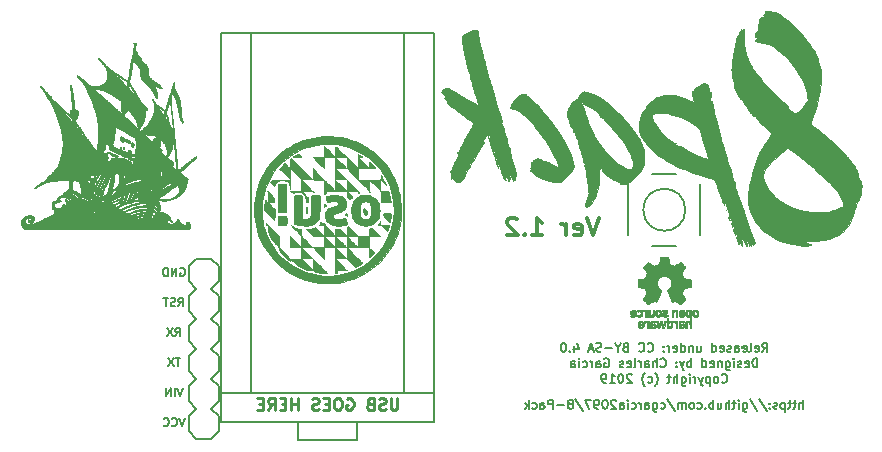
<source format=gbr>
G04 #@! TF.GenerationSoftware,KiCad,Pcbnew,5.0.2-bee76a0~70~ubuntu18.04.1*
G04 #@! TF.CreationDate,2019-03-19T15:09:44-04:00*
G04 #@! TF.ProjectId,8_key_simple_graphics (copy),385f6b65-795f-4736-996d-706c655f6772,rev?*
G04 #@! TF.SameCoordinates,Original*
G04 #@! TF.FileFunction,Legend,Bot*
G04 #@! TF.FilePolarity,Positive*
%FSLAX46Y46*%
G04 Gerber Fmt 4.6, Leading zero omitted, Abs format (unit mm)*
G04 Created by KiCad (PCBNEW 5.0.2-bee76a0~70~ubuntu18.04.1) date Tue 19 Mar 2019 03:09:44 PM EDT*
%MOMM*%
%LPD*%
G01*
G04 APERTURE LIST*
%ADD10C,0.187500*%
%ADD11C,0.300000*%
%ADD12C,0.200000*%
%ADD13C,0.250000*%
%ADD14C,0.175000*%
%ADD15C,0.203200*%
%ADD16C,0.010000*%
G04 APERTURE END LIST*
D10*
X187232142Y-102339285D02*
X187232142Y-101589285D01*
X186910714Y-102339285D02*
X186910714Y-101946428D01*
X186946428Y-101875000D01*
X187017857Y-101839285D01*
X187125000Y-101839285D01*
X187196428Y-101875000D01*
X187232142Y-101910714D01*
X186660714Y-101839285D02*
X186375000Y-101839285D01*
X186553571Y-101589285D02*
X186553571Y-102232142D01*
X186517857Y-102303571D01*
X186446428Y-102339285D01*
X186375000Y-102339285D01*
X186232142Y-101839285D02*
X185946428Y-101839285D01*
X186125000Y-101589285D02*
X186125000Y-102232142D01*
X186089285Y-102303571D01*
X186017857Y-102339285D01*
X185946428Y-102339285D01*
X185696428Y-101839285D02*
X185696428Y-102589285D01*
X185696428Y-101875000D02*
X185625000Y-101839285D01*
X185482142Y-101839285D01*
X185410714Y-101875000D01*
X185375000Y-101910714D01*
X185339285Y-101982142D01*
X185339285Y-102196428D01*
X185375000Y-102267857D01*
X185410714Y-102303571D01*
X185482142Y-102339285D01*
X185625000Y-102339285D01*
X185696428Y-102303571D01*
X185053571Y-102303571D02*
X184982142Y-102339285D01*
X184839285Y-102339285D01*
X184767857Y-102303571D01*
X184732142Y-102232142D01*
X184732142Y-102196428D01*
X184767857Y-102125000D01*
X184839285Y-102089285D01*
X184946428Y-102089285D01*
X185017857Y-102053571D01*
X185053571Y-101982142D01*
X185053571Y-101946428D01*
X185017857Y-101875000D01*
X184946428Y-101839285D01*
X184839285Y-101839285D01*
X184767857Y-101875000D01*
X184410714Y-102267857D02*
X184375000Y-102303571D01*
X184410714Y-102339285D01*
X184446428Y-102303571D01*
X184410714Y-102267857D01*
X184410714Y-102339285D01*
X184410714Y-101875000D02*
X184375000Y-101910714D01*
X184410714Y-101946428D01*
X184446428Y-101910714D01*
X184410714Y-101875000D01*
X184410714Y-101946428D01*
X183517857Y-101553571D02*
X184160714Y-102517857D01*
X182732142Y-101553571D02*
X183375000Y-102517857D01*
X182160714Y-101839285D02*
X182160714Y-102446428D01*
X182196428Y-102517857D01*
X182232142Y-102553571D01*
X182303571Y-102589285D01*
X182410714Y-102589285D01*
X182482142Y-102553571D01*
X182160714Y-102303571D02*
X182232142Y-102339285D01*
X182374999Y-102339285D01*
X182446428Y-102303571D01*
X182482142Y-102267857D01*
X182517857Y-102196428D01*
X182517857Y-101982142D01*
X182482142Y-101910714D01*
X182446428Y-101875000D01*
X182374999Y-101839285D01*
X182232142Y-101839285D01*
X182160714Y-101875000D01*
X181803571Y-102339285D02*
X181803571Y-101839285D01*
X181803571Y-101589285D02*
X181839285Y-101625000D01*
X181803571Y-101660714D01*
X181767857Y-101625000D01*
X181803571Y-101589285D01*
X181803571Y-101660714D01*
X181553571Y-101839285D02*
X181267857Y-101839285D01*
X181446428Y-101589285D02*
X181446428Y-102232142D01*
X181410714Y-102303571D01*
X181339285Y-102339285D01*
X181267857Y-102339285D01*
X181017857Y-102339285D02*
X181017857Y-101589285D01*
X180696428Y-102339285D02*
X180696428Y-101946428D01*
X180732142Y-101875000D01*
X180803571Y-101839285D01*
X180910714Y-101839285D01*
X180982142Y-101875000D01*
X181017857Y-101910714D01*
X180017857Y-101839285D02*
X180017857Y-102339285D01*
X180339285Y-101839285D02*
X180339285Y-102232142D01*
X180303571Y-102303571D01*
X180232142Y-102339285D01*
X180124999Y-102339285D01*
X180053571Y-102303571D01*
X180017857Y-102267857D01*
X179660714Y-102339285D02*
X179660714Y-101589285D01*
X179660714Y-101875000D02*
X179589285Y-101839285D01*
X179446428Y-101839285D01*
X179374999Y-101875000D01*
X179339285Y-101910714D01*
X179303571Y-101982142D01*
X179303571Y-102196428D01*
X179339285Y-102267857D01*
X179374999Y-102303571D01*
X179446428Y-102339285D01*
X179589285Y-102339285D01*
X179660714Y-102303571D01*
X178982142Y-102267857D02*
X178946428Y-102303571D01*
X178982142Y-102339285D01*
X179017857Y-102303571D01*
X178982142Y-102267857D01*
X178982142Y-102339285D01*
X178303571Y-102303571D02*
X178374999Y-102339285D01*
X178517857Y-102339285D01*
X178589285Y-102303571D01*
X178624999Y-102267857D01*
X178660714Y-102196428D01*
X178660714Y-101982142D01*
X178624999Y-101910714D01*
X178589285Y-101875000D01*
X178517857Y-101839285D01*
X178374999Y-101839285D01*
X178303571Y-101875000D01*
X177874999Y-102339285D02*
X177946428Y-102303571D01*
X177982142Y-102267857D01*
X178017857Y-102196428D01*
X178017857Y-101982142D01*
X177982142Y-101910714D01*
X177946428Y-101875000D01*
X177874999Y-101839285D01*
X177767857Y-101839285D01*
X177696428Y-101875000D01*
X177660714Y-101910714D01*
X177624999Y-101982142D01*
X177624999Y-102196428D01*
X177660714Y-102267857D01*
X177696428Y-102303571D01*
X177767857Y-102339285D01*
X177874999Y-102339285D01*
X177303571Y-102339285D02*
X177303571Y-101839285D01*
X177303571Y-101910714D02*
X177267857Y-101875000D01*
X177196428Y-101839285D01*
X177089285Y-101839285D01*
X177017857Y-101875000D01*
X176982142Y-101946428D01*
X176982142Y-102339285D01*
X176982142Y-101946428D02*
X176946428Y-101875000D01*
X176874999Y-101839285D01*
X176767857Y-101839285D01*
X176696428Y-101875000D01*
X176660714Y-101946428D01*
X176660714Y-102339285D01*
X175767857Y-101553571D02*
X176410714Y-102517857D01*
X175196428Y-102303571D02*
X175267857Y-102339285D01*
X175410714Y-102339285D01*
X175482142Y-102303571D01*
X175517857Y-102267857D01*
X175553571Y-102196428D01*
X175553571Y-101982142D01*
X175517857Y-101910714D01*
X175482142Y-101875000D01*
X175410714Y-101839285D01*
X175267857Y-101839285D01*
X175196428Y-101875000D01*
X174553571Y-101839285D02*
X174553571Y-102446428D01*
X174589285Y-102517857D01*
X174624999Y-102553571D01*
X174696428Y-102589285D01*
X174803571Y-102589285D01*
X174874999Y-102553571D01*
X174553571Y-102303571D02*
X174624999Y-102339285D01*
X174767857Y-102339285D01*
X174839285Y-102303571D01*
X174874999Y-102267857D01*
X174910714Y-102196428D01*
X174910714Y-101982142D01*
X174874999Y-101910714D01*
X174839285Y-101875000D01*
X174767857Y-101839285D01*
X174624999Y-101839285D01*
X174553571Y-101875000D01*
X173874999Y-102339285D02*
X173874999Y-101946428D01*
X173910714Y-101875000D01*
X173982142Y-101839285D01*
X174124999Y-101839285D01*
X174196428Y-101875000D01*
X173874999Y-102303571D02*
X173946428Y-102339285D01*
X174124999Y-102339285D01*
X174196428Y-102303571D01*
X174232142Y-102232142D01*
X174232142Y-102160714D01*
X174196428Y-102089285D01*
X174124999Y-102053571D01*
X173946428Y-102053571D01*
X173874999Y-102017857D01*
X173517857Y-102339285D02*
X173517857Y-101839285D01*
X173517857Y-101982142D02*
X173482142Y-101910714D01*
X173446428Y-101875000D01*
X173374999Y-101839285D01*
X173303571Y-101839285D01*
X172732142Y-102303571D02*
X172803571Y-102339285D01*
X172946428Y-102339285D01*
X173017857Y-102303571D01*
X173053571Y-102267857D01*
X173089285Y-102196428D01*
X173089285Y-101982142D01*
X173053571Y-101910714D01*
X173017857Y-101875000D01*
X172946428Y-101839285D01*
X172803571Y-101839285D01*
X172732142Y-101875000D01*
X172410714Y-102339285D02*
X172410714Y-101839285D01*
X172410714Y-101589285D02*
X172446428Y-101625000D01*
X172410714Y-101660714D01*
X172374999Y-101625000D01*
X172410714Y-101589285D01*
X172410714Y-101660714D01*
X171732142Y-102339285D02*
X171732142Y-101946428D01*
X171767857Y-101875000D01*
X171839285Y-101839285D01*
X171982142Y-101839285D01*
X172053571Y-101875000D01*
X171732142Y-102303571D02*
X171803571Y-102339285D01*
X171982142Y-102339285D01*
X172053571Y-102303571D01*
X172089285Y-102232142D01*
X172089285Y-102160714D01*
X172053571Y-102089285D01*
X171982142Y-102053571D01*
X171803571Y-102053571D01*
X171732142Y-102017857D01*
X171410714Y-101660714D02*
X171374999Y-101625000D01*
X171303571Y-101589285D01*
X171124999Y-101589285D01*
X171053571Y-101625000D01*
X171017857Y-101660714D01*
X170982142Y-101732142D01*
X170982142Y-101803571D01*
X171017857Y-101910714D01*
X171446428Y-102339285D01*
X170982142Y-102339285D01*
X170517857Y-101589285D02*
X170446428Y-101589285D01*
X170374999Y-101625000D01*
X170339285Y-101660714D01*
X170303571Y-101732142D01*
X170267857Y-101875000D01*
X170267857Y-102053571D01*
X170303571Y-102196428D01*
X170339285Y-102267857D01*
X170374999Y-102303571D01*
X170446428Y-102339285D01*
X170517857Y-102339285D01*
X170589285Y-102303571D01*
X170624999Y-102267857D01*
X170660714Y-102196428D01*
X170696428Y-102053571D01*
X170696428Y-101875000D01*
X170660714Y-101732142D01*
X170624999Y-101660714D01*
X170589285Y-101625000D01*
X170517857Y-101589285D01*
X169910714Y-102339285D02*
X169767857Y-102339285D01*
X169696428Y-102303571D01*
X169660714Y-102267857D01*
X169589285Y-102160714D01*
X169553571Y-102017857D01*
X169553571Y-101732142D01*
X169589285Y-101660714D01*
X169624999Y-101625000D01*
X169696428Y-101589285D01*
X169839285Y-101589285D01*
X169910714Y-101625000D01*
X169946428Y-101660714D01*
X169982142Y-101732142D01*
X169982142Y-101910714D01*
X169946428Y-101982142D01*
X169910714Y-102017857D01*
X169839285Y-102053571D01*
X169696428Y-102053571D01*
X169624999Y-102017857D01*
X169589285Y-101982142D01*
X169553571Y-101910714D01*
X169303571Y-101589285D02*
X168803571Y-101589285D01*
X169124999Y-102339285D01*
X167982142Y-101553571D02*
X168624999Y-102517857D01*
X167624999Y-101910714D02*
X167696428Y-101875000D01*
X167732142Y-101839285D01*
X167767857Y-101767857D01*
X167767857Y-101732142D01*
X167732142Y-101660714D01*
X167696428Y-101625000D01*
X167624999Y-101589285D01*
X167482142Y-101589285D01*
X167410714Y-101625000D01*
X167374999Y-101660714D01*
X167339285Y-101732142D01*
X167339285Y-101767857D01*
X167374999Y-101839285D01*
X167410714Y-101875000D01*
X167482142Y-101910714D01*
X167624999Y-101910714D01*
X167696428Y-101946428D01*
X167732142Y-101982142D01*
X167767857Y-102053571D01*
X167767857Y-102196428D01*
X167732142Y-102267857D01*
X167696428Y-102303571D01*
X167624999Y-102339285D01*
X167482142Y-102339285D01*
X167410714Y-102303571D01*
X167374999Y-102267857D01*
X167339285Y-102196428D01*
X167339285Y-102053571D01*
X167374999Y-101982142D01*
X167410714Y-101946428D01*
X167482142Y-101910714D01*
X167017857Y-102053571D02*
X166446428Y-102053571D01*
X166089285Y-102339285D02*
X166089285Y-101589285D01*
X165803571Y-101589285D01*
X165732142Y-101625000D01*
X165696428Y-101660714D01*
X165660714Y-101732142D01*
X165660714Y-101839285D01*
X165696428Y-101910714D01*
X165732142Y-101946428D01*
X165803571Y-101982142D01*
X166089285Y-101982142D01*
X165017857Y-102339285D02*
X165017857Y-101946428D01*
X165053571Y-101875000D01*
X165124999Y-101839285D01*
X165267857Y-101839285D01*
X165339285Y-101875000D01*
X165017857Y-102303571D02*
X165089285Y-102339285D01*
X165267857Y-102339285D01*
X165339285Y-102303571D01*
X165374999Y-102232142D01*
X165374999Y-102160714D01*
X165339285Y-102089285D01*
X165267857Y-102053571D01*
X165089285Y-102053571D01*
X165017857Y-102017857D01*
X164339285Y-102303571D02*
X164410714Y-102339285D01*
X164553571Y-102339285D01*
X164624999Y-102303571D01*
X164660714Y-102267857D01*
X164696428Y-102196428D01*
X164696428Y-101982142D01*
X164660714Y-101910714D01*
X164624999Y-101875000D01*
X164553571Y-101839285D01*
X164410714Y-101839285D01*
X164339285Y-101875000D01*
X164017857Y-102339285D02*
X164017857Y-101589285D01*
X163946428Y-102053571D02*
X163732142Y-102339285D01*
X163732142Y-101839285D02*
X164017857Y-102125000D01*
D11*
X169964285Y-86178571D02*
X169464285Y-87678571D01*
X168964285Y-86178571D01*
X167892857Y-87607142D02*
X168035714Y-87678571D01*
X168321428Y-87678571D01*
X168464285Y-87607142D01*
X168535714Y-87464285D01*
X168535714Y-86892857D01*
X168464285Y-86750000D01*
X168321428Y-86678571D01*
X168035714Y-86678571D01*
X167892857Y-86750000D01*
X167821428Y-86892857D01*
X167821428Y-87035714D01*
X168535714Y-87178571D01*
X167178571Y-87678571D02*
X167178571Y-86678571D01*
X167178571Y-86964285D02*
X167107142Y-86821428D01*
X167035714Y-86750000D01*
X166892857Y-86678571D01*
X166750000Y-86678571D01*
X164321428Y-87678571D02*
X165178571Y-87678571D01*
X164750000Y-87678571D02*
X164750000Y-86178571D01*
X164892857Y-86392857D01*
X165035714Y-86535714D01*
X165178571Y-86607142D01*
X163678571Y-87535714D02*
X163607142Y-87607142D01*
X163678571Y-87678571D01*
X163750000Y-87607142D01*
X163678571Y-87535714D01*
X163678571Y-87678571D01*
X163035714Y-86321428D02*
X162964285Y-86250000D01*
X162821428Y-86178571D01*
X162464285Y-86178571D01*
X162321428Y-86250000D01*
X162250000Y-86321428D01*
X162178571Y-86464285D01*
X162178571Y-86607142D01*
X162250000Y-86821428D01*
X163107142Y-87678571D01*
X162178571Y-87678571D01*
D10*
X183785714Y-97526785D02*
X184035714Y-97169642D01*
X184214285Y-97526785D02*
X184214285Y-96776785D01*
X183928571Y-96776785D01*
X183857142Y-96812500D01*
X183821428Y-96848214D01*
X183785714Y-96919642D01*
X183785714Y-97026785D01*
X183821428Y-97098214D01*
X183857142Y-97133928D01*
X183928571Y-97169642D01*
X184214285Y-97169642D01*
X183178571Y-97491071D02*
X183250000Y-97526785D01*
X183392857Y-97526785D01*
X183464285Y-97491071D01*
X183500000Y-97419642D01*
X183500000Y-97133928D01*
X183464285Y-97062500D01*
X183392857Y-97026785D01*
X183250000Y-97026785D01*
X183178571Y-97062500D01*
X183142857Y-97133928D01*
X183142857Y-97205357D01*
X183500000Y-97276785D01*
X182714285Y-97526785D02*
X182785714Y-97491071D01*
X182821428Y-97419642D01*
X182821428Y-96776785D01*
X182142857Y-97491071D02*
X182214285Y-97526785D01*
X182357142Y-97526785D01*
X182428571Y-97491071D01*
X182464285Y-97419642D01*
X182464285Y-97133928D01*
X182428571Y-97062500D01*
X182357142Y-97026785D01*
X182214285Y-97026785D01*
X182142857Y-97062500D01*
X182107142Y-97133928D01*
X182107142Y-97205357D01*
X182464285Y-97276785D01*
X181464285Y-97526785D02*
X181464285Y-97133928D01*
X181500000Y-97062500D01*
X181571428Y-97026785D01*
X181714285Y-97026785D01*
X181785714Y-97062500D01*
X181464285Y-97491071D02*
X181535714Y-97526785D01*
X181714285Y-97526785D01*
X181785714Y-97491071D01*
X181821428Y-97419642D01*
X181821428Y-97348214D01*
X181785714Y-97276785D01*
X181714285Y-97241071D01*
X181535714Y-97241071D01*
X181464285Y-97205357D01*
X181142857Y-97491071D02*
X181071428Y-97526785D01*
X180928571Y-97526785D01*
X180857142Y-97491071D01*
X180821428Y-97419642D01*
X180821428Y-97383928D01*
X180857142Y-97312500D01*
X180928571Y-97276785D01*
X181035714Y-97276785D01*
X181107142Y-97241071D01*
X181142857Y-97169642D01*
X181142857Y-97133928D01*
X181107142Y-97062500D01*
X181035714Y-97026785D01*
X180928571Y-97026785D01*
X180857142Y-97062500D01*
X180214285Y-97491071D02*
X180285714Y-97526785D01*
X180428571Y-97526785D01*
X180500000Y-97491071D01*
X180535714Y-97419642D01*
X180535714Y-97133928D01*
X180500000Y-97062500D01*
X180428571Y-97026785D01*
X180285714Y-97026785D01*
X180214285Y-97062500D01*
X180178571Y-97133928D01*
X180178571Y-97205357D01*
X180535714Y-97276785D01*
X179535714Y-97526785D02*
X179535714Y-96776785D01*
X179535714Y-97491071D02*
X179607142Y-97526785D01*
X179750000Y-97526785D01*
X179821428Y-97491071D01*
X179857142Y-97455357D01*
X179892857Y-97383928D01*
X179892857Y-97169642D01*
X179857142Y-97098214D01*
X179821428Y-97062500D01*
X179750000Y-97026785D01*
X179607142Y-97026785D01*
X179535714Y-97062500D01*
X178285714Y-97026785D02*
X178285714Y-97526785D01*
X178607142Y-97026785D02*
X178607142Y-97419642D01*
X178571428Y-97491071D01*
X178500000Y-97526785D01*
X178392857Y-97526785D01*
X178321428Y-97491071D01*
X178285714Y-97455357D01*
X177928571Y-97026785D02*
X177928571Y-97526785D01*
X177928571Y-97098214D02*
X177892857Y-97062500D01*
X177821428Y-97026785D01*
X177714285Y-97026785D01*
X177642857Y-97062500D01*
X177607142Y-97133928D01*
X177607142Y-97526785D01*
X176928571Y-97526785D02*
X176928571Y-96776785D01*
X176928571Y-97491071D02*
X177000000Y-97526785D01*
X177142857Y-97526785D01*
X177214285Y-97491071D01*
X177250000Y-97455357D01*
X177285714Y-97383928D01*
X177285714Y-97169642D01*
X177250000Y-97098214D01*
X177214285Y-97062500D01*
X177142857Y-97026785D01*
X177000000Y-97026785D01*
X176928571Y-97062500D01*
X176285714Y-97491071D02*
X176357142Y-97526785D01*
X176500000Y-97526785D01*
X176571428Y-97491071D01*
X176607142Y-97419642D01*
X176607142Y-97133928D01*
X176571428Y-97062500D01*
X176500000Y-97026785D01*
X176357142Y-97026785D01*
X176285714Y-97062500D01*
X176250000Y-97133928D01*
X176250000Y-97205357D01*
X176607142Y-97276785D01*
X175928571Y-97526785D02*
X175928571Y-97026785D01*
X175928571Y-97169642D02*
X175892857Y-97098214D01*
X175857142Y-97062500D01*
X175785714Y-97026785D01*
X175714285Y-97026785D01*
X175464285Y-97455357D02*
X175428571Y-97491071D01*
X175464285Y-97526785D01*
X175500000Y-97491071D01*
X175464285Y-97455357D01*
X175464285Y-97526785D01*
X175464285Y-97062500D02*
X175428571Y-97098214D01*
X175464285Y-97133928D01*
X175500000Y-97098214D01*
X175464285Y-97062500D01*
X175464285Y-97133928D01*
X174107142Y-97455357D02*
X174142857Y-97491071D01*
X174250000Y-97526785D01*
X174321428Y-97526785D01*
X174428571Y-97491071D01*
X174500000Y-97419642D01*
X174535714Y-97348214D01*
X174571428Y-97205357D01*
X174571428Y-97098214D01*
X174535714Y-96955357D01*
X174500000Y-96883928D01*
X174428571Y-96812500D01*
X174321428Y-96776785D01*
X174250000Y-96776785D01*
X174142857Y-96812500D01*
X174107142Y-96848214D01*
X173357142Y-97455357D02*
X173392857Y-97491071D01*
X173500000Y-97526785D01*
X173571428Y-97526785D01*
X173678571Y-97491071D01*
X173750000Y-97419642D01*
X173785714Y-97348214D01*
X173821428Y-97205357D01*
X173821428Y-97098214D01*
X173785714Y-96955357D01*
X173750000Y-96883928D01*
X173678571Y-96812500D01*
X173571428Y-96776785D01*
X173500000Y-96776785D01*
X173392857Y-96812500D01*
X173357142Y-96848214D01*
X172214285Y-97133928D02*
X172107142Y-97169642D01*
X172071428Y-97205357D01*
X172035714Y-97276785D01*
X172035714Y-97383928D01*
X172071428Y-97455357D01*
X172107142Y-97491071D01*
X172178571Y-97526785D01*
X172464285Y-97526785D01*
X172464285Y-96776785D01*
X172214285Y-96776785D01*
X172142857Y-96812500D01*
X172107142Y-96848214D01*
X172071428Y-96919642D01*
X172071428Y-96991071D01*
X172107142Y-97062500D01*
X172142857Y-97098214D01*
X172214285Y-97133928D01*
X172464285Y-97133928D01*
X171571428Y-97169642D02*
X171571428Y-97526785D01*
X171821428Y-96776785D02*
X171571428Y-97169642D01*
X171321428Y-96776785D01*
X171071428Y-97241071D02*
X170500000Y-97241071D01*
X170178571Y-97491071D02*
X170071428Y-97526785D01*
X169892857Y-97526785D01*
X169821428Y-97491071D01*
X169785714Y-97455357D01*
X169750000Y-97383928D01*
X169750000Y-97312500D01*
X169785714Y-97241071D01*
X169821428Y-97205357D01*
X169892857Y-97169642D01*
X170035714Y-97133928D01*
X170107142Y-97098214D01*
X170142857Y-97062500D01*
X170178571Y-96991071D01*
X170178571Y-96919642D01*
X170142857Y-96848214D01*
X170107142Y-96812500D01*
X170035714Y-96776785D01*
X169857142Y-96776785D01*
X169750000Y-96812500D01*
X169464285Y-97312500D02*
X169107142Y-97312500D01*
X169535714Y-97526785D02*
X169285714Y-96776785D01*
X169035714Y-97526785D01*
X167892857Y-97026785D02*
X167892857Y-97526785D01*
X168071428Y-96741071D02*
X168250000Y-97276785D01*
X167785714Y-97276785D01*
X167500000Y-97455357D02*
X167464285Y-97491071D01*
X167500000Y-97526785D01*
X167535714Y-97491071D01*
X167500000Y-97455357D01*
X167500000Y-97526785D01*
X167000000Y-96776785D02*
X166928571Y-96776785D01*
X166857142Y-96812500D01*
X166821428Y-96848214D01*
X166785714Y-96919642D01*
X166750000Y-97062500D01*
X166750000Y-97241071D01*
X166785714Y-97383928D01*
X166821428Y-97455357D01*
X166857142Y-97491071D01*
X166928571Y-97526785D01*
X167000000Y-97526785D01*
X167071428Y-97491071D01*
X167107142Y-97455357D01*
X167142857Y-97383928D01*
X167178571Y-97241071D01*
X167178571Y-97062500D01*
X167142857Y-96919642D01*
X167107142Y-96848214D01*
X167071428Y-96812500D01*
X167000000Y-96776785D01*
X183392857Y-98839285D02*
X183392857Y-98089285D01*
X183214285Y-98089285D01*
X183107142Y-98125000D01*
X183035714Y-98196428D01*
X183000000Y-98267857D01*
X182964285Y-98410714D01*
X182964285Y-98517857D01*
X183000000Y-98660714D01*
X183035714Y-98732142D01*
X183107142Y-98803571D01*
X183214285Y-98839285D01*
X183392857Y-98839285D01*
X182357142Y-98803571D02*
X182428571Y-98839285D01*
X182571428Y-98839285D01*
X182642857Y-98803571D01*
X182678571Y-98732142D01*
X182678571Y-98446428D01*
X182642857Y-98375000D01*
X182571428Y-98339285D01*
X182428571Y-98339285D01*
X182357142Y-98375000D01*
X182321428Y-98446428D01*
X182321428Y-98517857D01*
X182678571Y-98589285D01*
X182035714Y-98803571D02*
X181964285Y-98839285D01*
X181821428Y-98839285D01*
X181750000Y-98803571D01*
X181714285Y-98732142D01*
X181714285Y-98696428D01*
X181750000Y-98625000D01*
X181821428Y-98589285D01*
X181928571Y-98589285D01*
X182000000Y-98553571D01*
X182035714Y-98482142D01*
X182035714Y-98446428D01*
X182000000Y-98375000D01*
X181928571Y-98339285D01*
X181821428Y-98339285D01*
X181750000Y-98375000D01*
X181392857Y-98839285D02*
X181392857Y-98339285D01*
X181392857Y-98089285D02*
X181428571Y-98125000D01*
X181392857Y-98160714D01*
X181357142Y-98125000D01*
X181392857Y-98089285D01*
X181392857Y-98160714D01*
X180714285Y-98339285D02*
X180714285Y-98946428D01*
X180750000Y-99017857D01*
X180785714Y-99053571D01*
X180857142Y-99089285D01*
X180964285Y-99089285D01*
X181035714Y-99053571D01*
X180714285Y-98803571D02*
X180785714Y-98839285D01*
X180928571Y-98839285D01*
X181000000Y-98803571D01*
X181035714Y-98767857D01*
X181071428Y-98696428D01*
X181071428Y-98482142D01*
X181035714Y-98410714D01*
X181000000Y-98375000D01*
X180928571Y-98339285D01*
X180785714Y-98339285D01*
X180714285Y-98375000D01*
X180357142Y-98339285D02*
X180357142Y-98839285D01*
X180357142Y-98410714D02*
X180321428Y-98375000D01*
X180250000Y-98339285D01*
X180142857Y-98339285D01*
X180071428Y-98375000D01*
X180035714Y-98446428D01*
X180035714Y-98839285D01*
X179392857Y-98803571D02*
X179464285Y-98839285D01*
X179607142Y-98839285D01*
X179678571Y-98803571D01*
X179714285Y-98732142D01*
X179714285Y-98446428D01*
X179678571Y-98375000D01*
X179607142Y-98339285D01*
X179464285Y-98339285D01*
X179392857Y-98375000D01*
X179357142Y-98446428D01*
X179357142Y-98517857D01*
X179714285Y-98589285D01*
X178714285Y-98839285D02*
X178714285Y-98089285D01*
X178714285Y-98803571D02*
X178785714Y-98839285D01*
X178928571Y-98839285D01*
X179000000Y-98803571D01*
X179035714Y-98767857D01*
X179071428Y-98696428D01*
X179071428Y-98482142D01*
X179035714Y-98410714D01*
X179000000Y-98375000D01*
X178928571Y-98339285D01*
X178785714Y-98339285D01*
X178714285Y-98375000D01*
X177785714Y-98839285D02*
X177785714Y-98089285D01*
X177785714Y-98375000D02*
X177714285Y-98339285D01*
X177571428Y-98339285D01*
X177500000Y-98375000D01*
X177464285Y-98410714D01*
X177428571Y-98482142D01*
X177428571Y-98696428D01*
X177464285Y-98767857D01*
X177500000Y-98803571D01*
X177571428Y-98839285D01*
X177714285Y-98839285D01*
X177785714Y-98803571D01*
X177178571Y-98339285D02*
X177000000Y-98839285D01*
X176821428Y-98339285D02*
X177000000Y-98839285D01*
X177071428Y-99017857D01*
X177107142Y-99053571D01*
X177178571Y-99089285D01*
X176535714Y-98767857D02*
X176500000Y-98803571D01*
X176535714Y-98839285D01*
X176571428Y-98803571D01*
X176535714Y-98767857D01*
X176535714Y-98839285D01*
X176535714Y-98375000D02*
X176500000Y-98410714D01*
X176535714Y-98446428D01*
X176571428Y-98410714D01*
X176535714Y-98375000D01*
X176535714Y-98446428D01*
X175178571Y-98767857D02*
X175214285Y-98803571D01*
X175321428Y-98839285D01*
X175392857Y-98839285D01*
X175500000Y-98803571D01*
X175571428Y-98732142D01*
X175607142Y-98660714D01*
X175642857Y-98517857D01*
X175642857Y-98410714D01*
X175607142Y-98267857D01*
X175571428Y-98196428D01*
X175500000Y-98125000D01*
X175392857Y-98089285D01*
X175321428Y-98089285D01*
X175214285Y-98125000D01*
X175178571Y-98160714D01*
X174857142Y-98839285D02*
X174857142Y-98089285D01*
X174535714Y-98839285D02*
X174535714Y-98446428D01*
X174571428Y-98375000D01*
X174642857Y-98339285D01*
X174750000Y-98339285D01*
X174821428Y-98375000D01*
X174857142Y-98410714D01*
X173857142Y-98839285D02*
X173857142Y-98446428D01*
X173892857Y-98375000D01*
X173964285Y-98339285D01*
X174107142Y-98339285D01*
X174178571Y-98375000D01*
X173857142Y-98803571D02*
X173928571Y-98839285D01*
X174107142Y-98839285D01*
X174178571Y-98803571D01*
X174214285Y-98732142D01*
X174214285Y-98660714D01*
X174178571Y-98589285D01*
X174107142Y-98553571D01*
X173928571Y-98553571D01*
X173857142Y-98517857D01*
X173500000Y-98839285D02*
X173500000Y-98339285D01*
X173500000Y-98482142D02*
X173464285Y-98410714D01*
X173428571Y-98375000D01*
X173357142Y-98339285D01*
X173285714Y-98339285D01*
X172928571Y-98839285D02*
X173000000Y-98803571D01*
X173035714Y-98732142D01*
X173035714Y-98089285D01*
X172357142Y-98803571D02*
X172428571Y-98839285D01*
X172571428Y-98839285D01*
X172642857Y-98803571D01*
X172678571Y-98732142D01*
X172678571Y-98446428D01*
X172642857Y-98375000D01*
X172571428Y-98339285D01*
X172428571Y-98339285D01*
X172357142Y-98375000D01*
X172321428Y-98446428D01*
X172321428Y-98517857D01*
X172678571Y-98589285D01*
X172035714Y-98803571D02*
X171964285Y-98839285D01*
X171821428Y-98839285D01*
X171750000Y-98803571D01*
X171714285Y-98732142D01*
X171714285Y-98696428D01*
X171750000Y-98625000D01*
X171821428Y-98589285D01*
X171928571Y-98589285D01*
X172000000Y-98553571D01*
X172035714Y-98482142D01*
X172035714Y-98446428D01*
X172000000Y-98375000D01*
X171928571Y-98339285D01*
X171821428Y-98339285D01*
X171750000Y-98375000D01*
X170428571Y-98125000D02*
X170500000Y-98089285D01*
X170607142Y-98089285D01*
X170714285Y-98125000D01*
X170785714Y-98196428D01*
X170821428Y-98267857D01*
X170857142Y-98410714D01*
X170857142Y-98517857D01*
X170821428Y-98660714D01*
X170785714Y-98732142D01*
X170714285Y-98803571D01*
X170607142Y-98839285D01*
X170535714Y-98839285D01*
X170428571Y-98803571D01*
X170392857Y-98767857D01*
X170392857Y-98517857D01*
X170535714Y-98517857D01*
X169750000Y-98839285D02*
X169750000Y-98446428D01*
X169785714Y-98375000D01*
X169857142Y-98339285D01*
X170000000Y-98339285D01*
X170071428Y-98375000D01*
X169750000Y-98803571D02*
X169821428Y-98839285D01*
X170000000Y-98839285D01*
X170071428Y-98803571D01*
X170107142Y-98732142D01*
X170107142Y-98660714D01*
X170071428Y-98589285D01*
X170000000Y-98553571D01*
X169821428Y-98553571D01*
X169750000Y-98517857D01*
X169392857Y-98839285D02*
X169392857Y-98339285D01*
X169392857Y-98482142D02*
X169357142Y-98410714D01*
X169321428Y-98375000D01*
X169250000Y-98339285D01*
X169178571Y-98339285D01*
X168607142Y-98803571D02*
X168678571Y-98839285D01*
X168821428Y-98839285D01*
X168892857Y-98803571D01*
X168928571Y-98767857D01*
X168964285Y-98696428D01*
X168964285Y-98482142D01*
X168928571Y-98410714D01*
X168892857Y-98375000D01*
X168821428Y-98339285D01*
X168678571Y-98339285D01*
X168607142Y-98375000D01*
X168285714Y-98839285D02*
X168285714Y-98339285D01*
X168285714Y-98089285D02*
X168321428Y-98125000D01*
X168285714Y-98160714D01*
X168250000Y-98125000D01*
X168285714Y-98089285D01*
X168285714Y-98160714D01*
X167607142Y-98839285D02*
X167607142Y-98446428D01*
X167642857Y-98375000D01*
X167714285Y-98339285D01*
X167857142Y-98339285D01*
X167928571Y-98375000D01*
X167607142Y-98803571D02*
X167678571Y-98839285D01*
X167857142Y-98839285D01*
X167928571Y-98803571D01*
X167964285Y-98732142D01*
X167964285Y-98660714D01*
X167928571Y-98589285D01*
X167857142Y-98553571D01*
X167678571Y-98553571D01*
X167607142Y-98517857D01*
X180357142Y-100080357D02*
X180392857Y-100116071D01*
X180500000Y-100151785D01*
X180571428Y-100151785D01*
X180678571Y-100116071D01*
X180750000Y-100044642D01*
X180785714Y-99973214D01*
X180821428Y-99830357D01*
X180821428Y-99723214D01*
X180785714Y-99580357D01*
X180750000Y-99508928D01*
X180678571Y-99437500D01*
X180571428Y-99401785D01*
X180500000Y-99401785D01*
X180392857Y-99437500D01*
X180357142Y-99473214D01*
X179928571Y-100151785D02*
X180000000Y-100116071D01*
X180035714Y-100080357D01*
X180071428Y-100008928D01*
X180071428Y-99794642D01*
X180035714Y-99723214D01*
X180000000Y-99687500D01*
X179928571Y-99651785D01*
X179821428Y-99651785D01*
X179750000Y-99687500D01*
X179714285Y-99723214D01*
X179678571Y-99794642D01*
X179678571Y-100008928D01*
X179714285Y-100080357D01*
X179750000Y-100116071D01*
X179821428Y-100151785D01*
X179928571Y-100151785D01*
X179357142Y-99651785D02*
X179357142Y-100401785D01*
X179357142Y-99687500D02*
X179285714Y-99651785D01*
X179142857Y-99651785D01*
X179071428Y-99687500D01*
X179035714Y-99723214D01*
X179000000Y-99794642D01*
X179000000Y-100008928D01*
X179035714Y-100080357D01*
X179071428Y-100116071D01*
X179142857Y-100151785D01*
X179285714Y-100151785D01*
X179357142Y-100116071D01*
X178750000Y-99651785D02*
X178571428Y-100151785D01*
X178392857Y-99651785D02*
X178571428Y-100151785D01*
X178642857Y-100330357D01*
X178678571Y-100366071D01*
X178750000Y-100401785D01*
X178107142Y-100151785D02*
X178107142Y-99651785D01*
X178107142Y-99794642D02*
X178071428Y-99723214D01*
X178035714Y-99687500D01*
X177964285Y-99651785D01*
X177892857Y-99651785D01*
X177642857Y-100151785D02*
X177642857Y-99651785D01*
X177642857Y-99401785D02*
X177678571Y-99437500D01*
X177642857Y-99473214D01*
X177607142Y-99437500D01*
X177642857Y-99401785D01*
X177642857Y-99473214D01*
X176964285Y-99651785D02*
X176964285Y-100258928D01*
X177000000Y-100330357D01*
X177035714Y-100366071D01*
X177107142Y-100401785D01*
X177214285Y-100401785D01*
X177285714Y-100366071D01*
X176964285Y-100116071D02*
X177035714Y-100151785D01*
X177178571Y-100151785D01*
X177250000Y-100116071D01*
X177285714Y-100080357D01*
X177321428Y-100008928D01*
X177321428Y-99794642D01*
X177285714Y-99723214D01*
X177250000Y-99687500D01*
X177178571Y-99651785D01*
X177035714Y-99651785D01*
X176964285Y-99687500D01*
X176607142Y-100151785D02*
X176607142Y-99401785D01*
X176285714Y-100151785D02*
X176285714Y-99758928D01*
X176321428Y-99687500D01*
X176392857Y-99651785D01*
X176500000Y-99651785D01*
X176571428Y-99687500D01*
X176607142Y-99723214D01*
X176035714Y-99651785D02*
X175750000Y-99651785D01*
X175928571Y-99401785D02*
X175928571Y-100044642D01*
X175892857Y-100116071D01*
X175821428Y-100151785D01*
X175750000Y-100151785D01*
X174714285Y-100437500D02*
X174750000Y-100401785D01*
X174821428Y-100294642D01*
X174857142Y-100223214D01*
X174892857Y-100116071D01*
X174928571Y-99937500D01*
X174928571Y-99794642D01*
X174892857Y-99616071D01*
X174857142Y-99508928D01*
X174821428Y-99437500D01*
X174750000Y-99330357D01*
X174714285Y-99294642D01*
X174107142Y-100116071D02*
X174178571Y-100151785D01*
X174321428Y-100151785D01*
X174392857Y-100116071D01*
X174428571Y-100080357D01*
X174464285Y-100008928D01*
X174464285Y-99794642D01*
X174428571Y-99723214D01*
X174392857Y-99687500D01*
X174321428Y-99651785D01*
X174178571Y-99651785D01*
X174107142Y-99687500D01*
X173857142Y-100437500D02*
X173821428Y-100401785D01*
X173750000Y-100294642D01*
X173714285Y-100223214D01*
X173678571Y-100116071D01*
X173642857Y-99937500D01*
X173642857Y-99794642D01*
X173678571Y-99616071D01*
X173714285Y-99508928D01*
X173750000Y-99437500D01*
X173821428Y-99330357D01*
X173857142Y-99294642D01*
X172750000Y-99473214D02*
X172714285Y-99437500D01*
X172642857Y-99401785D01*
X172464285Y-99401785D01*
X172392857Y-99437500D01*
X172357142Y-99473214D01*
X172321428Y-99544642D01*
X172321428Y-99616071D01*
X172357142Y-99723214D01*
X172785714Y-100151785D01*
X172321428Y-100151785D01*
X171857142Y-99401785D02*
X171785714Y-99401785D01*
X171714285Y-99437500D01*
X171678571Y-99473214D01*
X171642857Y-99544642D01*
X171607142Y-99687500D01*
X171607142Y-99866071D01*
X171642857Y-100008928D01*
X171678571Y-100080357D01*
X171714285Y-100116071D01*
X171785714Y-100151785D01*
X171857142Y-100151785D01*
X171928571Y-100116071D01*
X171964285Y-100080357D01*
X172000000Y-100008928D01*
X172035714Y-99866071D01*
X172035714Y-99687500D01*
X172000000Y-99544642D01*
X171964285Y-99473214D01*
X171928571Y-99437500D01*
X171857142Y-99401785D01*
X170892857Y-100151785D02*
X171321428Y-100151785D01*
X171107142Y-100151785D02*
X171107142Y-99401785D01*
X171178571Y-99508928D01*
X171250000Y-99580357D01*
X171321428Y-99616071D01*
X170535714Y-100151785D02*
X170392857Y-100151785D01*
X170321428Y-100116071D01*
X170285714Y-100080357D01*
X170214285Y-99973214D01*
X170178571Y-99830357D01*
X170178571Y-99544642D01*
X170214285Y-99473214D01*
X170250000Y-99437500D01*
X170321428Y-99401785D01*
X170464285Y-99401785D01*
X170535714Y-99437500D01*
X170571428Y-99473214D01*
X170607142Y-99544642D01*
X170607142Y-99723214D01*
X170571428Y-99794642D01*
X170535714Y-99830357D01*
X170464285Y-99866071D01*
X170321428Y-99866071D01*
X170250000Y-99830357D01*
X170214285Y-99794642D01*
X170178571Y-99723214D01*
D12*
X153500000Y-101000000D02*
X153500000Y-70500000D01*
X140500000Y-70500000D02*
X140500000Y-101000000D01*
D13*
X152904761Y-101452380D02*
X152904761Y-102261904D01*
X152857142Y-102357142D01*
X152809523Y-102404761D01*
X152714285Y-102452380D01*
X152523809Y-102452380D01*
X152428571Y-102404761D01*
X152380952Y-102357142D01*
X152333333Y-102261904D01*
X152333333Y-101452380D01*
X151904761Y-102404761D02*
X151761904Y-102452380D01*
X151523809Y-102452380D01*
X151428571Y-102404761D01*
X151380952Y-102357142D01*
X151333333Y-102261904D01*
X151333333Y-102166666D01*
X151380952Y-102071428D01*
X151428571Y-102023809D01*
X151523809Y-101976190D01*
X151714285Y-101928571D01*
X151809523Y-101880952D01*
X151857142Y-101833333D01*
X151904761Y-101738095D01*
X151904761Y-101642857D01*
X151857142Y-101547619D01*
X151809523Y-101500000D01*
X151714285Y-101452380D01*
X151476190Y-101452380D01*
X151333333Y-101500000D01*
X150571428Y-101928571D02*
X150428571Y-101976190D01*
X150380952Y-102023809D01*
X150333333Y-102119047D01*
X150333333Y-102261904D01*
X150380952Y-102357142D01*
X150428571Y-102404761D01*
X150523809Y-102452380D01*
X150904761Y-102452380D01*
X150904761Y-101452380D01*
X150571428Y-101452380D01*
X150476190Y-101500000D01*
X150428571Y-101547619D01*
X150380952Y-101642857D01*
X150380952Y-101738095D01*
X150428571Y-101833333D01*
X150476190Y-101880952D01*
X150571428Y-101928571D01*
X150904761Y-101928571D01*
X148619047Y-101500000D02*
X148714285Y-101452380D01*
X148857142Y-101452380D01*
X149000000Y-101500000D01*
X149095238Y-101595238D01*
X149142857Y-101690476D01*
X149190476Y-101880952D01*
X149190476Y-102023809D01*
X149142857Y-102214285D01*
X149095238Y-102309523D01*
X149000000Y-102404761D01*
X148857142Y-102452380D01*
X148761904Y-102452380D01*
X148619047Y-102404761D01*
X148571428Y-102357142D01*
X148571428Y-102023809D01*
X148761904Y-102023809D01*
X147952380Y-101452380D02*
X147761904Y-101452380D01*
X147666666Y-101500000D01*
X147571428Y-101595238D01*
X147523809Y-101785714D01*
X147523809Y-102119047D01*
X147571428Y-102309523D01*
X147666666Y-102404761D01*
X147761904Y-102452380D01*
X147952380Y-102452380D01*
X148047619Y-102404761D01*
X148142857Y-102309523D01*
X148190476Y-102119047D01*
X148190476Y-101785714D01*
X148142857Y-101595238D01*
X148047619Y-101500000D01*
X147952380Y-101452380D01*
X147095238Y-101928571D02*
X146761904Y-101928571D01*
X146619047Y-102452380D02*
X147095238Y-102452380D01*
X147095238Y-101452380D01*
X146619047Y-101452380D01*
X146238095Y-102404761D02*
X146095238Y-102452380D01*
X145857142Y-102452380D01*
X145761904Y-102404761D01*
X145714285Y-102357142D01*
X145666666Y-102261904D01*
X145666666Y-102166666D01*
X145714285Y-102071428D01*
X145761904Y-102023809D01*
X145857142Y-101976190D01*
X146047619Y-101928571D01*
X146142857Y-101880952D01*
X146190476Y-101833333D01*
X146238095Y-101738095D01*
X146238095Y-101642857D01*
X146190476Y-101547619D01*
X146142857Y-101500000D01*
X146047619Y-101452380D01*
X145809523Y-101452380D01*
X145666666Y-101500000D01*
X144476190Y-102452380D02*
X144476190Y-101452380D01*
X144476190Y-101928571D02*
X143904761Y-101928571D01*
X143904761Y-102452380D02*
X143904761Y-101452380D01*
X143428571Y-101928571D02*
X143095238Y-101928571D01*
X142952380Y-102452380D02*
X143428571Y-102452380D01*
X143428571Y-101452380D01*
X142952380Y-101452380D01*
X141952380Y-102452380D02*
X142285714Y-101976190D01*
X142523809Y-102452380D02*
X142523809Y-101452380D01*
X142142857Y-101452380D01*
X142047619Y-101500000D01*
X142000000Y-101547619D01*
X141952380Y-101642857D01*
X141952380Y-101785714D01*
X142000000Y-101880952D01*
X142047619Y-101928571D01*
X142142857Y-101976190D01*
X142523809Y-101976190D01*
X141523809Y-101928571D02*
X141190476Y-101928571D01*
X141047619Y-102452380D02*
X141523809Y-102452380D01*
X141523809Y-101452380D01*
X141047619Y-101452380D01*
D12*
X138000000Y-101000000D02*
X156000000Y-101000000D01*
X149500000Y-105000000D02*
X149500000Y-103500000D01*
X144500000Y-105000000D02*
X149500000Y-105000000D01*
X144500000Y-103500000D02*
X144500000Y-105000000D01*
X156000000Y-70500000D02*
X138000000Y-70500000D01*
X156000000Y-103500000D02*
X156000000Y-70500000D01*
X138000000Y-103500000D02*
X156000000Y-103500000D01*
X138000000Y-70500000D02*
X138000000Y-103500000D01*
D14*
X134518333Y-90455000D02*
X134585000Y-90421666D01*
X134685000Y-90421666D01*
X134785000Y-90455000D01*
X134851666Y-90521666D01*
X134885000Y-90588333D01*
X134918333Y-90721666D01*
X134918333Y-90821666D01*
X134885000Y-90955000D01*
X134851666Y-91021666D01*
X134785000Y-91088333D01*
X134685000Y-91121666D01*
X134618333Y-91121666D01*
X134518333Y-91088333D01*
X134485000Y-91055000D01*
X134485000Y-90821666D01*
X134618333Y-90821666D01*
X134185000Y-91121666D02*
X134185000Y-90421666D01*
X133785000Y-91121666D01*
X133785000Y-90421666D01*
X133451666Y-91121666D02*
X133451666Y-90421666D01*
X133285000Y-90421666D01*
X133185000Y-90455000D01*
X133118333Y-90521666D01*
X133085000Y-90588333D01*
X133051666Y-90721666D01*
X133051666Y-90821666D01*
X133085000Y-90955000D01*
X133118333Y-91021666D01*
X133185000Y-91088333D01*
X133285000Y-91121666D01*
X133451666Y-91121666D01*
X134368333Y-93661666D02*
X134601666Y-93328333D01*
X134768333Y-93661666D02*
X134768333Y-92961666D01*
X134501666Y-92961666D01*
X134435000Y-92995000D01*
X134401666Y-93028333D01*
X134368333Y-93095000D01*
X134368333Y-93195000D01*
X134401666Y-93261666D01*
X134435000Y-93295000D01*
X134501666Y-93328333D01*
X134768333Y-93328333D01*
X134101666Y-93628333D02*
X134001666Y-93661666D01*
X133835000Y-93661666D01*
X133768333Y-93628333D01*
X133735000Y-93595000D01*
X133701666Y-93528333D01*
X133701666Y-93461666D01*
X133735000Y-93395000D01*
X133768333Y-93361666D01*
X133835000Y-93328333D01*
X133968333Y-93295000D01*
X134035000Y-93261666D01*
X134068333Y-93228333D01*
X134101666Y-93161666D01*
X134101666Y-93095000D01*
X134068333Y-93028333D01*
X134035000Y-92995000D01*
X133968333Y-92961666D01*
X133801666Y-92961666D01*
X133701666Y-92995000D01*
X133501666Y-92961666D02*
X133101666Y-92961666D01*
X133301666Y-93661666D02*
X133301666Y-92961666D01*
X134101666Y-96201666D02*
X134335000Y-95868333D01*
X134501666Y-96201666D02*
X134501666Y-95501666D01*
X134235000Y-95501666D01*
X134168333Y-95535000D01*
X134135000Y-95568333D01*
X134101666Y-95635000D01*
X134101666Y-95735000D01*
X134135000Y-95801666D01*
X134168333Y-95835000D01*
X134235000Y-95868333D01*
X134501666Y-95868333D01*
X133868333Y-95501666D02*
X133401666Y-96201666D01*
X133401666Y-95501666D02*
X133868333Y-96201666D01*
X134518333Y-98041666D02*
X134118333Y-98041666D01*
X134318333Y-98741666D02*
X134318333Y-98041666D01*
X133951666Y-98041666D02*
X133485000Y-98741666D01*
X133485000Y-98041666D02*
X133951666Y-98741666D01*
X134918333Y-103121666D02*
X134685000Y-103821666D01*
X134451666Y-103121666D01*
X133818333Y-103755000D02*
X133851666Y-103788333D01*
X133951666Y-103821666D01*
X134018333Y-103821666D01*
X134118333Y-103788333D01*
X134185000Y-103721666D01*
X134218333Y-103655000D01*
X134251666Y-103521666D01*
X134251666Y-103421666D01*
X134218333Y-103288333D01*
X134185000Y-103221666D01*
X134118333Y-103155000D01*
X134018333Y-103121666D01*
X133951666Y-103121666D01*
X133851666Y-103155000D01*
X133818333Y-103188333D01*
X133118333Y-103755000D02*
X133151666Y-103788333D01*
X133251666Y-103821666D01*
X133318333Y-103821666D01*
X133418333Y-103788333D01*
X133485000Y-103721666D01*
X133518333Y-103655000D01*
X133551666Y-103521666D01*
X133551666Y-103421666D01*
X133518333Y-103288333D01*
X133485000Y-103221666D01*
X133418333Y-103155000D01*
X133318333Y-103121666D01*
X133251666Y-103121666D01*
X133151666Y-103155000D01*
X133118333Y-103188333D01*
X134751666Y-100581666D02*
X134518333Y-101281666D01*
X134285000Y-100581666D01*
X134051666Y-101281666D02*
X134051666Y-100581666D01*
X133718333Y-101281666D02*
X133718333Y-100581666D01*
X133318333Y-101281666D01*
X133318333Y-100581666D01*
D15*
G04 #@! TO.C,J1*
X137135000Y-89650000D02*
X135865000Y-89650000D01*
X135230000Y-102985000D02*
X135230000Y-104255000D01*
X135865000Y-104890000D02*
X135230000Y-104255000D01*
X137770000Y-104255000D02*
X137135000Y-104890000D01*
X137135000Y-104890000D02*
X135865000Y-104890000D01*
X135230000Y-101715000D02*
X135865000Y-102350000D01*
X135230000Y-100445000D02*
X135230000Y-101715000D01*
X135865000Y-99810000D02*
X135230000Y-100445000D01*
X137770000Y-100445000D02*
X137135000Y-99810000D01*
X137770000Y-101715000D02*
X137770000Y-100445000D01*
X137135000Y-102350000D02*
X137770000Y-101715000D01*
X135865000Y-102350000D02*
X135230000Y-102985000D01*
X137770000Y-102985000D02*
X137135000Y-102350000D01*
X137770000Y-104255000D02*
X137770000Y-102985000D01*
X135230000Y-95365000D02*
X135230000Y-96635000D01*
X135865000Y-97270000D02*
X135230000Y-96635000D01*
X137770000Y-96635000D02*
X137135000Y-97270000D01*
X135230000Y-99175000D02*
X135865000Y-99810000D01*
X135230000Y-97905000D02*
X135230000Y-99175000D01*
X135865000Y-97270000D02*
X135230000Y-97905000D01*
X137770000Y-97905000D02*
X137135000Y-97270000D01*
X137770000Y-99175000D02*
X137770000Y-97905000D01*
X137135000Y-99810000D02*
X137770000Y-99175000D01*
X135230000Y-94095000D02*
X135865000Y-94730000D01*
X135230000Y-92825000D02*
X135230000Y-94095000D01*
X135865000Y-92190000D02*
X135230000Y-92825000D01*
X137770000Y-92825000D02*
X137135000Y-92190000D01*
X137770000Y-94095000D02*
X137770000Y-92825000D01*
X137135000Y-94730000D02*
X137770000Y-94095000D01*
X135865000Y-94730000D02*
X135230000Y-95365000D01*
X137770000Y-95365000D02*
X137135000Y-94730000D01*
X137770000Y-96635000D02*
X137770000Y-95365000D01*
X135230000Y-91555000D02*
X135865000Y-92190000D01*
X135230000Y-90285000D02*
X135230000Y-91555000D01*
X135865000Y-89650000D02*
X135230000Y-90285000D01*
X137770000Y-90285000D02*
X137135000Y-89650000D01*
X137770000Y-91555000D02*
X137770000Y-90285000D01*
X137135000Y-92190000D02*
X137770000Y-91555000D01*
G04 #@! TO.C,S1*
X177278000Y-85500000D02*
G75*
G03X177278000Y-85500000I-1778000J0D01*
G01*
X174473840Y-82452000D02*
X176516000Y-82452000D01*
X174504320Y-88548000D02*
X176516000Y-88548000D01*
X178548000Y-83341000D02*
X178548000Y-87659000D01*
X172452000Y-87659000D02*
X172452000Y-83341000D01*
D16*
G04 #@! TO.C,G\002A\002A\002A*
G36*
X176399457Y-79867446D02*
X176398588Y-79874589D01*
X176421328Y-79903603D01*
X176428471Y-79904471D01*
X176457485Y-79881731D01*
X176458353Y-79874589D01*
X176435613Y-79845574D01*
X176428471Y-79844706D01*
X176399457Y-79867446D01*
X176399457Y-79867446D01*
G37*
X176399457Y-79867446D02*
X176398588Y-79874589D01*
X176421328Y-79903603D01*
X176428471Y-79904471D01*
X176457485Y-79881731D01*
X176458353Y-79874589D01*
X176435613Y-79845574D01*
X176428471Y-79844706D01*
X176399457Y-79867446D01*
G36*
X179357810Y-75564387D02*
X179356941Y-75571530D01*
X179379681Y-75600544D01*
X179386824Y-75601412D01*
X179415838Y-75578672D01*
X179416706Y-75571530D01*
X179393966Y-75542516D01*
X179386824Y-75541647D01*
X179357810Y-75564387D01*
X179357810Y-75564387D01*
G37*
X179357810Y-75564387D02*
X179356941Y-75571530D01*
X179379681Y-75600544D01*
X179386824Y-75601412D01*
X179415838Y-75578672D01*
X179416706Y-75571530D01*
X179393966Y-75542516D01*
X179386824Y-75541647D01*
X179357810Y-75564387D01*
G36*
X179397008Y-75719358D02*
X179387339Y-75782240D01*
X179386824Y-75807061D01*
X179393671Y-75887219D01*
X179410708Y-75938917D01*
X179416706Y-75945059D01*
X179436404Y-75931701D01*
X179446073Y-75868819D01*
X179446588Y-75843998D01*
X179439741Y-75763840D01*
X179422704Y-75712143D01*
X179416706Y-75706000D01*
X179397008Y-75719358D01*
X179397008Y-75719358D01*
G37*
X179397008Y-75719358D02*
X179387339Y-75782240D01*
X179386824Y-75807061D01*
X179393671Y-75887219D01*
X179410708Y-75938917D01*
X179416706Y-75945059D01*
X179436404Y-75931701D01*
X179446073Y-75868819D01*
X179446588Y-75843998D01*
X179439741Y-75763840D01*
X179422704Y-75712143D01*
X179416706Y-75706000D01*
X179397008Y-75719358D01*
G36*
X160534430Y-79151733D02*
X160531059Y-79172353D01*
X160547195Y-79212120D01*
X160560941Y-79217177D01*
X160587452Y-79192973D01*
X160590824Y-79172353D01*
X160574688Y-79132587D01*
X160560941Y-79127530D01*
X160534430Y-79151733D01*
X160534430Y-79151733D01*
G37*
X160534430Y-79151733D02*
X160531059Y-79172353D01*
X160547195Y-79212120D01*
X160560941Y-79217177D01*
X160587452Y-79192973D01*
X160590824Y-79172353D01*
X160574688Y-79132587D01*
X160560941Y-79127530D01*
X160534430Y-79151733D01*
G36*
X157992429Y-80648970D02*
X157976835Y-80696113D01*
X157986811Y-80711294D01*
X158019816Y-80687317D01*
X158033389Y-80662194D01*
X158043815Y-80609663D01*
X158025660Y-80604749D01*
X157992429Y-80648970D01*
X157992429Y-80648970D01*
G37*
X157992429Y-80648970D02*
X157976835Y-80696113D01*
X157986811Y-80711294D01*
X158019816Y-80687317D01*
X158033389Y-80662194D01*
X158043815Y-80609663D01*
X158025660Y-80604749D01*
X157992429Y-80648970D01*
G36*
X161016405Y-80673864D02*
X161022382Y-80702605D01*
X161041194Y-80758151D01*
X161069459Y-80848671D01*
X161092814Y-80926681D01*
X161128981Y-81035890D01*
X161158407Y-81090462D01*
X161184102Y-81094723D01*
X161197642Y-81077353D01*
X161195311Y-81038035D01*
X161174508Y-80963631D01*
X161141877Y-80871191D01*
X161104060Y-80777764D01*
X161067700Y-80700399D01*
X161039440Y-80656144D01*
X161031732Y-80651530D01*
X161016405Y-80673864D01*
X161016405Y-80673864D01*
G37*
X161016405Y-80673864D02*
X161022382Y-80702605D01*
X161041194Y-80758151D01*
X161069459Y-80848671D01*
X161092814Y-80926681D01*
X161128981Y-81035890D01*
X161158407Y-81090462D01*
X161184102Y-81094723D01*
X161197642Y-81077353D01*
X161195311Y-81038035D01*
X161174508Y-80963631D01*
X161141877Y-80871191D01*
X161104060Y-80777764D01*
X161067700Y-80700399D01*
X161039440Y-80656144D01*
X161031732Y-80651530D01*
X161016405Y-80673864D01*
G36*
X161199447Y-81271958D02*
X161200948Y-81279059D01*
X161213990Y-81351015D01*
X161217945Y-81391118D01*
X161238469Y-81425829D01*
X161250249Y-81428471D01*
X161268393Y-81404709D01*
X161261576Y-81361236D01*
X161236218Y-81292280D01*
X161212658Y-81247974D01*
X161198025Y-81237979D01*
X161199447Y-81271958D01*
X161199447Y-81271958D01*
G37*
X161199447Y-81271958D02*
X161200948Y-81279059D01*
X161213990Y-81351015D01*
X161217945Y-81391118D01*
X161238469Y-81425829D01*
X161250249Y-81428471D01*
X161268393Y-81404709D01*
X161261576Y-81361236D01*
X161236218Y-81292280D01*
X161212658Y-81247974D01*
X161198025Y-81237979D01*
X161199447Y-81271958D01*
G36*
X161284596Y-81524610D02*
X161280770Y-81551837D01*
X161292642Y-81611429D01*
X161321469Y-81715015D01*
X161325654Y-81729341D01*
X161353830Y-81812995D01*
X161383212Y-81882115D01*
X161408378Y-81927850D01*
X161423906Y-81941350D01*
X161424374Y-81913765D01*
X161415939Y-81876706D01*
X161396861Y-81801951D01*
X161371984Y-81701454D01*
X161361918Y-81660059D01*
X161337494Y-81577977D01*
X161313411Y-81526720D01*
X161302868Y-81518118D01*
X161284596Y-81524610D01*
X161284596Y-81524610D01*
G37*
X161284596Y-81524610D02*
X161280770Y-81551837D01*
X161292642Y-81611429D01*
X161321469Y-81715015D01*
X161325654Y-81729341D01*
X161353830Y-81812995D01*
X161383212Y-81882115D01*
X161408378Y-81927850D01*
X161423906Y-81941350D01*
X161424374Y-81913765D01*
X161415939Y-81876706D01*
X161396861Y-81801951D01*
X161371984Y-81701454D01*
X161361918Y-81660059D01*
X161337494Y-81577977D01*
X161313411Y-81526720D01*
X161302868Y-81518118D01*
X161284596Y-81524610D01*
G36*
X159369740Y-70268711D02*
X159245647Y-70313111D01*
X159096896Y-70379194D01*
X158935513Y-70460482D01*
X158773519Y-70550496D01*
X158622938Y-70642759D01*
X158495793Y-70730792D01*
X158404108Y-70808118D01*
X158382657Y-70831409D01*
X158368405Y-70853991D01*
X158359423Y-70885968D01*
X158356335Y-70933967D01*
X158359766Y-71004617D01*
X158370342Y-71104549D01*
X158388686Y-71240391D01*
X158415424Y-71418771D01*
X158451181Y-71646321D01*
X158471411Y-71772958D01*
X158544913Y-72204117D01*
X158621508Y-72594463D01*
X158705450Y-72962937D01*
X158800993Y-73328480D01*
X158889310Y-73633767D01*
X158952254Y-73848198D01*
X159022754Y-74096170D01*
X159093987Y-74353213D01*
X159159131Y-74594859D01*
X159187980Y-74704941D01*
X159254952Y-74962204D01*
X159312257Y-75177868D01*
X159364587Y-75368348D01*
X159416633Y-75550060D01*
X159473088Y-75739417D01*
X159538644Y-75952837D01*
X159609483Y-76179630D01*
X159658011Y-76337975D01*
X159698021Y-76475726D01*
X159726863Y-76583146D01*
X159741886Y-76650498D01*
X159742631Y-76668742D01*
X159712765Y-76659302D01*
X159638751Y-76622552D01*
X159527391Y-76562423D01*
X159385488Y-76482845D01*
X159219842Y-76387750D01*
X159037256Y-76281068D01*
X158844532Y-76166730D01*
X158648470Y-76048666D01*
X158455874Y-75930808D01*
X158326437Y-75850331D01*
X158178586Y-75758660D01*
X158038086Y-75673245D01*
X157917455Y-75601578D01*
X157829213Y-75551150D01*
X157803754Y-75537560D01*
X157717625Y-75488703D01*
X157605351Y-75418427D01*
X157489003Y-75340629D01*
X157471160Y-75328184D01*
X157328681Y-75238895D01*
X157205732Y-75191267D01*
X157083121Y-75181432D01*
X156941662Y-75205522D01*
X156907541Y-75214591D01*
X156823922Y-75253043D01*
X156756314Y-75310282D01*
X156717884Y-75371812D01*
X156720247Y-75420804D01*
X156723289Y-75449757D01*
X156715352Y-75452458D01*
X156671130Y-75467253D01*
X156649399Y-75479368D01*
X156633377Y-75504098D01*
X156655590Y-75542914D01*
X156717776Y-75602538D01*
X156819270Y-75704321D01*
X156876671Y-75797569D01*
X156899423Y-75890282D01*
X156928639Y-75966998D01*
X156963619Y-76008537D01*
X157001564Y-76041468D01*
X156993006Y-76045441D01*
X156964892Y-76037049D01*
X156901386Y-76026037D01*
X156885136Y-76045948D01*
X156914932Y-76092734D01*
X156989562Y-76162350D01*
X157006469Y-76176043D01*
X157089002Y-76244773D01*
X157132649Y-76293757D01*
X157146910Y-76338330D01*
X157141302Y-76393727D01*
X157135890Y-76436584D01*
X157143099Y-76473175D01*
X157170537Y-76512443D01*
X157225811Y-76563329D01*
X157316529Y-76634774D01*
X157400294Y-76698119D01*
X157532370Y-76800009D01*
X157666463Y-76907693D01*
X157783669Y-77005794D01*
X157842834Y-77058046D01*
X157957998Y-77154333D01*
X158090019Y-77251462D01*
X158190816Y-77316497D01*
X158297983Y-77383869D01*
X158429828Y-77473342D01*
X158564297Y-77569762D01*
X158618759Y-77610594D01*
X158748191Y-77707726D01*
X158884867Y-77807794D01*
X159006335Y-77894440D01*
X159047718Y-77923101D01*
X159175221Y-78008539D01*
X159260523Y-78069243D01*
X159307247Y-78118848D01*
X159319015Y-78170987D01*
X159299450Y-78239296D01*
X159252173Y-78337407D01*
X159190288Y-78459703D01*
X159128986Y-78580094D01*
X159044834Y-78740366D01*
X158944359Y-78928354D01*
X158834089Y-79131893D01*
X158720552Y-79338817D01*
X158659194Y-79449454D01*
X158553439Y-79640331D01*
X158453439Y-79822659D01*
X158364179Y-79987206D01*
X158290646Y-80124740D01*
X158237823Y-80226028D01*
X158215464Y-80271219D01*
X158164912Y-80372768D01*
X158114796Y-80463181D01*
X158090163Y-80502118D01*
X158037916Y-80576824D01*
X158104135Y-80519898D01*
X158150138Y-80489878D01*
X158170314Y-80495576D01*
X158170353Y-80496709D01*
X158157634Y-80552361D01*
X158122412Y-80651089D01*
X158069093Y-80782603D01*
X158002081Y-80936614D01*
X157925780Y-81102833D01*
X157844595Y-81270970D01*
X157806354Y-81347043D01*
X157739096Y-81480909D01*
X157682455Y-81597325D01*
X157641743Y-81685099D01*
X157622273Y-81733039D01*
X157621433Y-81736589D01*
X157605856Y-81778421D01*
X157568750Y-81858972D01*
X157516711Y-81964228D01*
X157487607Y-82020868D01*
X157432036Y-82134611D01*
X157393915Y-82225996D01*
X157374457Y-82288687D01*
X157374870Y-82316353D01*
X157396366Y-82302660D01*
X157440154Y-82241275D01*
X157447831Y-82229003D01*
X157510698Y-82135275D01*
X157551432Y-82090214D01*
X157567009Y-82094018D01*
X157554406Y-82146885D01*
X157522232Y-82224136D01*
X157471049Y-82358909D01*
X157441375Y-82502393D01*
X157428802Y-82646177D01*
X157425555Y-82758961D01*
X157428234Y-82844631D01*
X157436206Y-82889315D01*
X157440033Y-82892706D01*
X157476762Y-82874107D01*
X157531845Y-82829213D01*
X157533427Y-82827733D01*
X157602588Y-82762759D01*
X157602588Y-82852406D01*
X157622835Y-82938159D01*
X157687603Y-83015918D01*
X157802937Y-83091815D01*
X157873494Y-83127254D01*
X157979030Y-83172362D01*
X158054993Y-83186315D01*
X158123695Y-83167622D01*
X158207447Y-83114791D01*
X158222555Y-83103926D01*
X158299780Y-83042454D01*
X158368453Y-82972903D01*
X158435758Y-82885251D01*
X158508878Y-82769475D01*
X158594999Y-82615550D01*
X158658614Y-82495529D01*
X158736835Y-82350872D01*
X158835912Y-82174827D01*
X158944843Y-81986571D01*
X159052628Y-81805281D01*
X159080311Y-81759739D01*
X157781173Y-81759739D01*
X157767279Y-81819910D01*
X157763744Y-81829439D01*
X157734962Y-81868056D01*
X157703662Y-81875440D01*
X157692235Y-81852535D01*
X157708549Y-81812195D01*
X157736109Y-81770359D01*
X157769537Y-81740558D01*
X157781173Y-81759739D01*
X159080311Y-81759739D01*
X159087161Y-81748470D01*
X159252161Y-81475325D01*
X159383219Y-81250605D01*
X159480265Y-81074440D01*
X159543228Y-80946957D01*
X159572039Y-80868284D01*
X159574038Y-80853236D01*
X159593750Y-80789778D01*
X159621532Y-80748647D01*
X159678830Y-80677585D01*
X159753846Y-80574710D01*
X159840116Y-80450029D01*
X159931178Y-80313548D01*
X160020570Y-80175275D01*
X160101827Y-80045217D01*
X160168488Y-79933380D01*
X160214089Y-79849772D01*
X160232167Y-79804400D01*
X160232235Y-79803048D01*
X160214670Y-79781529D01*
X160177161Y-79792150D01*
X160142485Y-79825257D01*
X160133930Y-79844706D01*
X160108481Y-79889261D01*
X160075957Y-79904152D01*
X160056690Y-79884835D01*
X160058221Y-79861635D01*
X160078100Y-79812422D01*
X160121332Y-79726872D01*
X160182072Y-79614943D01*
X160254474Y-79486594D01*
X160332691Y-79351782D01*
X160410879Y-79220467D01*
X160483190Y-79102607D01*
X160543780Y-79008159D01*
X160586802Y-78947083D01*
X160605765Y-78928903D01*
X160624173Y-78959973D01*
X160651620Y-79037466D01*
X160685086Y-79149272D01*
X160721553Y-79283277D01*
X160758000Y-79427371D01*
X160791409Y-79569441D01*
X160818761Y-79697376D01*
X160837036Y-79799063D01*
X160843216Y-79862391D01*
X160841498Y-79874589D01*
X160824351Y-79869831D01*
X160793945Y-79813882D01*
X160753357Y-79713035D01*
X160729299Y-79645087D01*
X160686321Y-79524596D01*
X160647555Y-79425552D01*
X160618557Y-79361697D01*
X160608474Y-79346264D01*
X160592614Y-79345326D01*
X160597138Y-79366589D01*
X160610392Y-79408628D01*
X160637514Y-79497957D01*
X160675489Y-79624536D01*
X160721304Y-79778322D01*
X160767536Y-79934353D01*
X160817948Y-80104878D01*
X160863243Y-80258020D01*
X160900396Y-80383560D01*
X160926383Y-80471281D01*
X160937768Y-80509589D01*
X160962055Y-80559591D01*
X160983400Y-80558583D01*
X160995003Y-80515194D01*
X160990769Y-80442353D01*
X160984645Y-80364481D01*
X160994846Y-80324935D01*
X161000314Y-80322824D01*
X161022076Y-80348704D01*
X161057826Y-80417032D01*
X161101830Y-80513841D01*
X161148353Y-80625161D01*
X161191660Y-80737024D01*
X161226018Y-80835461D01*
X161245692Y-80906506D01*
X161248235Y-80926719D01*
X161257596Y-80967119D01*
X161283862Y-81055224D01*
X161324313Y-81183036D01*
X161376226Y-81342556D01*
X161436879Y-81525786D01*
X161503551Y-81724727D01*
X161573519Y-81931382D01*
X161644063Y-82137752D01*
X161712459Y-82335838D01*
X161775986Y-82517642D01*
X161831923Y-82675166D01*
X161877546Y-82800412D01*
X161910136Y-82885381D01*
X161926968Y-82922075D01*
X161927441Y-82922589D01*
X161949916Y-82914447D01*
X161957114Y-82899991D01*
X161982060Y-82874908D01*
X162009828Y-82894392D01*
X162024947Y-82946113D01*
X162025177Y-82954234D01*
X162037143Y-83001840D01*
X162052973Y-83012236D01*
X162065826Y-82986848D01*
X162053644Y-82917675D01*
X162052973Y-82915315D01*
X162029523Y-82817636D01*
X162030757Y-82767697D01*
X162057452Y-82758464D01*
X162069884Y-82762326D01*
X162098450Y-82763424D01*
X162102592Y-82726517D01*
X162095230Y-82682680D01*
X162087310Y-82617201D01*
X162093507Y-82608824D01*
X162025177Y-82608824D01*
X162018783Y-82648693D01*
X162013433Y-82653647D01*
X161994164Y-82630281D01*
X161984488Y-82608824D01*
X161983867Y-82570346D01*
X161996232Y-82564000D01*
X162021916Y-82588218D01*
X162025177Y-82608824D01*
X162093507Y-82608824D01*
X162102273Y-82596976D01*
X162117618Y-82599795D01*
X162144918Y-82633082D01*
X162181457Y-82709726D01*
X162220760Y-82815420D01*
X162234213Y-82857416D01*
X162275510Y-82980094D01*
X162310150Y-83061506D01*
X162335231Y-83098192D01*
X162347850Y-83086692D01*
X162345108Y-83023546D01*
X162338929Y-82982278D01*
X162329119Y-82907394D01*
X162336796Y-82877876D01*
X162365990Y-82880856D01*
X162370221Y-82882436D01*
X162398543Y-82887744D01*
X162410705Y-82867071D01*
X162409157Y-82808372D01*
X162400592Y-82733099D01*
X162392322Y-82625959D01*
X162400338Y-82570868D01*
X162410170Y-82564000D01*
X162436972Y-82588645D01*
X162482954Y-82654639D01*
X162540179Y-82750073D01*
X162569203Y-82802640D01*
X162628895Y-82907856D01*
X162681005Y-82989259D01*
X162717644Y-83034976D01*
X162727412Y-83040759D01*
X162777442Y-83013781D01*
X162821891Y-82949052D01*
X162849543Y-82868318D01*
X162851035Y-82801116D01*
X162850776Y-82723964D01*
X162892991Y-82655765D01*
X162907555Y-82640574D01*
X162961532Y-82571541D01*
X162980154Y-82514794D01*
X162961777Y-82482542D01*
X162929118Y-82480514D01*
X162887357Y-82468882D01*
X162867690Y-82409121D01*
X162867061Y-82403938D01*
X162867851Y-82367275D01*
X161933170Y-82367275D01*
X161927676Y-82406033D01*
X161917476Y-82406495D01*
X161910342Y-82366501D01*
X161915117Y-82349221D01*
X161928385Y-82337902D01*
X161933170Y-82367275D01*
X162867851Y-82367275D01*
X162868332Y-82344966D01*
X162889473Y-82338466D01*
X162907779Y-82347727D01*
X162916720Y-82342273D01*
X162914642Y-82313853D01*
X162899890Y-82254216D01*
X162870810Y-82155109D01*
X162825747Y-82008280D01*
X162818695Y-81985471D01*
X162751934Y-81762718D01*
X162685250Y-81527702D01*
X162621208Y-81290623D01*
X162562371Y-81061680D01*
X162511304Y-80851073D01*
X162470573Y-80669002D01*
X162442742Y-80525666D01*
X162431457Y-80445411D01*
X162417936Y-80340575D01*
X162401228Y-80261665D01*
X160986605Y-80261665D01*
X160985387Y-80292376D01*
X160983840Y-80292829D01*
X160961971Y-80267723D01*
X160928918Y-80204268D01*
X160912059Y-80165515D01*
X160881855Y-80080474D01*
X160863689Y-80007300D01*
X160858754Y-79957492D01*
X160868244Y-79942551D01*
X160891921Y-79971491D01*
X160920005Y-80032359D01*
X160948654Y-80113268D01*
X160972607Y-80195833D01*
X160986605Y-80261665D01*
X162401228Y-80261665D01*
X162400482Y-80258142D01*
X162385066Y-80219803D01*
X162352450Y-80163481D01*
X162310867Y-80068345D01*
X162265623Y-79949837D01*
X162222021Y-79823398D01*
X162185365Y-79704470D01*
X162160959Y-79608494D01*
X162154107Y-79550912D01*
X162154468Y-79548472D01*
X162148610Y-79486024D01*
X162118831Y-79380044D01*
X162068137Y-79240354D01*
X162035495Y-79160001D01*
X161983710Y-79028892D01*
X161944090Y-78913723D01*
X161920889Y-78827912D01*
X161917415Y-78787389D01*
X161913621Y-78735812D01*
X161892040Y-78645917D01*
X161858271Y-78534383D01*
X161817915Y-78417891D01*
X161776571Y-78313121D01*
X161739839Y-78236753D01*
X161725133Y-78214648D01*
X161707899Y-78162243D01*
X161725932Y-78112316D01*
X161739709Y-78066431D01*
X161738204Y-77998813D01*
X161720196Y-77896739D01*
X161694941Y-77789171D01*
X161656249Y-77646668D01*
X161609940Y-77496591D01*
X161560377Y-77350921D01*
X161511925Y-77221644D01*
X161468948Y-77120742D01*
X161435809Y-77060199D01*
X161425571Y-77049496D01*
X161402210Y-77008508D01*
X161397647Y-76973746D01*
X161389428Y-76918127D01*
X161367179Y-76818700D01*
X161334510Y-76688760D01*
X161295033Y-76541602D01*
X161252356Y-76390519D01*
X161210092Y-76248806D01*
X161171851Y-76129757D01*
X161156632Y-76086337D01*
X161129589Y-76002767D01*
X161092549Y-75875194D01*
X161049420Y-75717739D01*
X161004114Y-75544522D01*
X160978743Y-75443867D01*
X160931277Y-75263074D01*
X160880101Y-75085509D01*
X160830043Y-74926830D01*
X160785928Y-74802694D01*
X160767084Y-74757308D01*
X160719330Y-74634420D01*
X160666114Y-74468927D01*
X160611992Y-74277144D01*
X160561515Y-74075385D01*
X160519238Y-73879966D01*
X160512715Y-73845999D01*
X160494756Y-73795099D01*
X160478239Y-73782302D01*
X160428147Y-73781800D01*
X160421803Y-73764162D01*
X160434640Y-73753524D01*
X160448207Y-73733470D01*
X160452560Y-73692271D01*
X160446666Y-73624427D01*
X160429488Y-73524434D01*
X160399994Y-73386792D01*
X160357148Y-73205998D01*
X160299916Y-72976552D01*
X160256744Y-72807412D01*
X160193490Y-72561358D01*
X160142574Y-72364443D01*
X160101535Y-72207904D01*
X160067912Y-72082976D01*
X160039244Y-71980895D01*
X160013071Y-71892897D01*
X159986932Y-71810218D01*
X159958366Y-71724094D01*
X159925231Y-71626691D01*
X159872010Y-71445687D01*
X159822176Y-71230269D01*
X159779185Y-71000226D01*
X159746493Y-70775347D01*
X159727556Y-70575420D01*
X159724235Y-70476016D01*
X159697377Y-70374070D01*
X159623952Y-70298111D01*
X159514689Y-70257118D01*
X159457154Y-70252471D01*
X159369740Y-70268711D01*
X159369740Y-70268711D01*
G37*
X159369740Y-70268711D02*
X159245647Y-70313111D01*
X159096896Y-70379194D01*
X158935513Y-70460482D01*
X158773519Y-70550496D01*
X158622938Y-70642759D01*
X158495793Y-70730792D01*
X158404108Y-70808118D01*
X158382657Y-70831409D01*
X158368405Y-70853991D01*
X158359423Y-70885968D01*
X158356335Y-70933967D01*
X158359766Y-71004617D01*
X158370342Y-71104549D01*
X158388686Y-71240391D01*
X158415424Y-71418771D01*
X158451181Y-71646321D01*
X158471411Y-71772958D01*
X158544913Y-72204117D01*
X158621508Y-72594463D01*
X158705450Y-72962937D01*
X158800993Y-73328480D01*
X158889310Y-73633767D01*
X158952254Y-73848198D01*
X159022754Y-74096170D01*
X159093987Y-74353213D01*
X159159131Y-74594859D01*
X159187980Y-74704941D01*
X159254952Y-74962204D01*
X159312257Y-75177868D01*
X159364587Y-75368348D01*
X159416633Y-75550060D01*
X159473088Y-75739417D01*
X159538644Y-75952837D01*
X159609483Y-76179630D01*
X159658011Y-76337975D01*
X159698021Y-76475726D01*
X159726863Y-76583146D01*
X159741886Y-76650498D01*
X159742631Y-76668742D01*
X159712765Y-76659302D01*
X159638751Y-76622552D01*
X159527391Y-76562423D01*
X159385488Y-76482845D01*
X159219842Y-76387750D01*
X159037256Y-76281068D01*
X158844532Y-76166730D01*
X158648470Y-76048666D01*
X158455874Y-75930808D01*
X158326437Y-75850331D01*
X158178586Y-75758660D01*
X158038086Y-75673245D01*
X157917455Y-75601578D01*
X157829213Y-75551150D01*
X157803754Y-75537560D01*
X157717625Y-75488703D01*
X157605351Y-75418427D01*
X157489003Y-75340629D01*
X157471160Y-75328184D01*
X157328681Y-75238895D01*
X157205732Y-75191267D01*
X157083121Y-75181432D01*
X156941662Y-75205522D01*
X156907541Y-75214591D01*
X156823922Y-75253043D01*
X156756314Y-75310282D01*
X156717884Y-75371812D01*
X156720247Y-75420804D01*
X156723289Y-75449757D01*
X156715352Y-75452458D01*
X156671130Y-75467253D01*
X156649399Y-75479368D01*
X156633377Y-75504098D01*
X156655590Y-75542914D01*
X156717776Y-75602538D01*
X156819270Y-75704321D01*
X156876671Y-75797569D01*
X156899423Y-75890282D01*
X156928639Y-75966998D01*
X156963619Y-76008537D01*
X157001564Y-76041468D01*
X156993006Y-76045441D01*
X156964892Y-76037049D01*
X156901386Y-76026037D01*
X156885136Y-76045948D01*
X156914932Y-76092734D01*
X156989562Y-76162350D01*
X157006469Y-76176043D01*
X157089002Y-76244773D01*
X157132649Y-76293757D01*
X157146910Y-76338330D01*
X157141302Y-76393727D01*
X157135890Y-76436584D01*
X157143099Y-76473175D01*
X157170537Y-76512443D01*
X157225811Y-76563329D01*
X157316529Y-76634774D01*
X157400294Y-76698119D01*
X157532370Y-76800009D01*
X157666463Y-76907693D01*
X157783669Y-77005794D01*
X157842834Y-77058046D01*
X157957998Y-77154333D01*
X158090019Y-77251462D01*
X158190816Y-77316497D01*
X158297983Y-77383869D01*
X158429828Y-77473342D01*
X158564297Y-77569762D01*
X158618759Y-77610594D01*
X158748191Y-77707726D01*
X158884867Y-77807794D01*
X159006335Y-77894440D01*
X159047718Y-77923101D01*
X159175221Y-78008539D01*
X159260523Y-78069243D01*
X159307247Y-78118848D01*
X159319015Y-78170987D01*
X159299450Y-78239296D01*
X159252173Y-78337407D01*
X159190288Y-78459703D01*
X159128986Y-78580094D01*
X159044834Y-78740366D01*
X158944359Y-78928354D01*
X158834089Y-79131893D01*
X158720552Y-79338817D01*
X158659194Y-79449454D01*
X158553439Y-79640331D01*
X158453439Y-79822659D01*
X158364179Y-79987206D01*
X158290646Y-80124740D01*
X158237823Y-80226028D01*
X158215464Y-80271219D01*
X158164912Y-80372768D01*
X158114796Y-80463181D01*
X158090163Y-80502118D01*
X158037916Y-80576824D01*
X158104135Y-80519898D01*
X158150138Y-80489878D01*
X158170314Y-80495576D01*
X158170353Y-80496709D01*
X158157634Y-80552361D01*
X158122412Y-80651089D01*
X158069093Y-80782603D01*
X158002081Y-80936614D01*
X157925780Y-81102833D01*
X157844595Y-81270970D01*
X157806354Y-81347043D01*
X157739096Y-81480909D01*
X157682455Y-81597325D01*
X157641743Y-81685099D01*
X157622273Y-81733039D01*
X157621433Y-81736589D01*
X157605856Y-81778421D01*
X157568750Y-81858972D01*
X157516711Y-81964228D01*
X157487607Y-82020868D01*
X157432036Y-82134611D01*
X157393915Y-82225996D01*
X157374457Y-82288687D01*
X157374870Y-82316353D01*
X157396366Y-82302660D01*
X157440154Y-82241275D01*
X157447831Y-82229003D01*
X157510698Y-82135275D01*
X157551432Y-82090214D01*
X157567009Y-82094018D01*
X157554406Y-82146885D01*
X157522232Y-82224136D01*
X157471049Y-82358909D01*
X157441375Y-82502393D01*
X157428802Y-82646177D01*
X157425555Y-82758961D01*
X157428234Y-82844631D01*
X157436206Y-82889315D01*
X157440033Y-82892706D01*
X157476762Y-82874107D01*
X157531845Y-82829213D01*
X157533427Y-82827733D01*
X157602588Y-82762759D01*
X157602588Y-82852406D01*
X157622835Y-82938159D01*
X157687603Y-83015918D01*
X157802937Y-83091815D01*
X157873494Y-83127254D01*
X157979030Y-83172362D01*
X158054993Y-83186315D01*
X158123695Y-83167622D01*
X158207447Y-83114791D01*
X158222555Y-83103926D01*
X158299780Y-83042454D01*
X158368453Y-82972903D01*
X158435758Y-82885251D01*
X158508878Y-82769475D01*
X158594999Y-82615550D01*
X158658614Y-82495529D01*
X158736835Y-82350872D01*
X158835912Y-82174827D01*
X158944843Y-81986571D01*
X159052628Y-81805281D01*
X159080311Y-81759739D01*
X157781173Y-81759739D01*
X157767279Y-81819910D01*
X157763744Y-81829439D01*
X157734962Y-81868056D01*
X157703662Y-81875440D01*
X157692235Y-81852535D01*
X157708549Y-81812195D01*
X157736109Y-81770359D01*
X157769537Y-81740558D01*
X157781173Y-81759739D01*
X159080311Y-81759739D01*
X159087161Y-81748470D01*
X159252161Y-81475325D01*
X159383219Y-81250605D01*
X159480265Y-81074440D01*
X159543228Y-80946957D01*
X159572039Y-80868284D01*
X159574038Y-80853236D01*
X159593750Y-80789778D01*
X159621532Y-80748647D01*
X159678830Y-80677585D01*
X159753846Y-80574710D01*
X159840116Y-80450029D01*
X159931178Y-80313548D01*
X160020570Y-80175275D01*
X160101827Y-80045217D01*
X160168488Y-79933380D01*
X160214089Y-79849772D01*
X160232167Y-79804400D01*
X160232235Y-79803048D01*
X160214670Y-79781529D01*
X160177161Y-79792150D01*
X160142485Y-79825257D01*
X160133930Y-79844706D01*
X160108481Y-79889261D01*
X160075957Y-79904152D01*
X160056690Y-79884835D01*
X160058221Y-79861635D01*
X160078100Y-79812422D01*
X160121332Y-79726872D01*
X160182072Y-79614943D01*
X160254474Y-79486594D01*
X160332691Y-79351782D01*
X160410879Y-79220467D01*
X160483190Y-79102607D01*
X160543780Y-79008159D01*
X160586802Y-78947083D01*
X160605765Y-78928903D01*
X160624173Y-78959973D01*
X160651620Y-79037466D01*
X160685086Y-79149272D01*
X160721553Y-79283277D01*
X160758000Y-79427371D01*
X160791409Y-79569441D01*
X160818761Y-79697376D01*
X160837036Y-79799063D01*
X160843216Y-79862391D01*
X160841498Y-79874589D01*
X160824351Y-79869831D01*
X160793945Y-79813882D01*
X160753357Y-79713035D01*
X160729299Y-79645087D01*
X160686321Y-79524596D01*
X160647555Y-79425552D01*
X160618557Y-79361697D01*
X160608474Y-79346264D01*
X160592614Y-79345326D01*
X160597138Y-79366589D01*
X160610392Y-79408628D01*
X160637514Y-79497957D01*
X160675489Y-79624536D01*
X160721304Y-79778322D01*
X160767536Y-79934353D01*
X160817948Y-80104878D01*
X160863243Y-80258020D01*
X160900396Y-80383560D01*
X160926383Y-80471281D01*
X160937768Y-80509589D01*
X160962055Y-80559591D01*
X160983400Y-80558583D01*
X160995003Y-80515194D01*
X160990769Y-80442353D01*
X160984645Y-80364481D01*
X160994846Y-80324935D01*
X161000314Y-80322824D01*
X161022076Y-80348704D01*
X161057826Y-80417032D01*
X161101830Y-80513841D01*
X161148353Y-80625161D01*
X161191660Y-80737024D01*
X161226018Y-80835461D01*
X161245692Y-80906506D01*
X161248235Y-80926719D01*
X161257596Y-80967119D01*
X161283862Y-81055224D01*
X161324313Y-81183036D01*
X161376226Y-81342556D01*
X161436879Y-81525786D01*
X161503551Y-81724727D01*
X161573519Y-81931382D01*
X161644063Y-82137752D01*
X161712459Y-82335838D01*
X161775986Y-82517642D01*
X161831923Y-82675166D01*
X161877546Y-82800412D01*
X161910136Y-82885381D01*
X161926968Y-82922075D01*
X161927441Y-82922589D01*
X161949916Y-82914447D01*
X161957114Y-82899991D01*
X161982060Y-82874908D01*
X162009828Y-82894392D01*
X162024947Y-82946113D01*
X162025177Y-82954234D01*
X162037143Y-83001840D01*
X162052973Y-83012236D01*
X162065826Y-82986848D01*
X162053644Y-82917675D01*
X162052973Y-82915315D01*
X162029523Y-82817636D01*
X162030757Y-82767697D01*
X162057452Y-82758464D01*
X162069884Y-82762326D01*
X162098450Y-82763424D01*
X162102592Y-82726517D01*
X162095230Y-82682680D01*
X162087310Y-82617201D01*
X162093507Y-82608824D01*
X162025177Y-82608824D01*
X162018783Y-82648693D01*
X162013433Y-82653647D01*
X161994164Y-82630281D01*
X161984488Y-82608824D01*
X161983867Y-82570346D01*
X161996232Y-82564000D01*
X162021916Y-82588218D01*
X162025177Y-82608824D01*
X162093507Y-82608824D01*
X162102273Y-82596976D01*
X162117618Y-82599795D01*
X162144918Y-82633082D01*
X162181457Y-82709726D01*
X162220760Y-82815420D01*
X162234213Y-82857416D01*
X162275510Y-82980094D01*
X162310150Y-83061506D01*
X162335231Y-83098192D01*
X162347850Y-83086692D01*
X162345108Y-83023546D01*
X162338929Y-82982278D01*
X162329119Y-82907394D01*
X162336796Y-82877876D01*
X162365990Y-82880856D01*
X162370221Y-82882436D01*
X162398543Y-82887744D01*
X162410705Y-82867071D01*
X162409157Y-82808372D01*
X162400592Y-82733099D01*
X162392322Y-82625959D01*
X162400338Y-82570868D01*
X162410170Y-82564000D01*
X162436972Y-82588645D01*
X162482954Y-82654639D01*
X162540179Y-82750073D01*
X162569203Y-82802640D01*
X162628895Y-82907856D01*
X162681005Y-82989259D01*
X162717644Y-83034976D01*
X162727412Y-83040759D01*
X162777442Y-83013781D01*
X162821891Y-82949052D01*
X162849543Y-82868318D01*
X162851035Y-82801116D01*
X162850776Y-82723964D01*
X162892991Y-82655765D01*
X162907555Y-82640574D01*
X162961532Y-82571541D01*
X162980154Y-82514794D01*
X162961777Y-82482542D01*
X162929118Y-82480514D01*
X162887357Y-82468882D01*
X162867690Y-82409121D01*
X162867061Y-82403938D01*
X162867851Y-82367275D01*
X161933170Y-82367275D01*
X161927676Y-82406033D01*
X161917476Y-82406495D01*
X161910342Y-82366501D01*
X161915117Y-82349221D01*
X161928385Y-82337902D01*
X161933170Y-82367275D01*
X162867851Y-82367275D01*
X162868332Y-82344966D01*
X162889473Y-82338466D01*
X162907779Y-82347727D01*
X162916720Y-82342273D01*
X162914642Y-82313853D01*
X162899890Y-82254216D01*
X162870810Y-82155109D01*
X162825747Y-82008280D01*
X162818695Y-81985471D01*
X162751934Y-81762718D01*
X162685250Y-81527702D01*
X162621208Y-81290623D01*
X162562371Y-81061680D01*
X162511304Y-80851073D01*
X162470573Y-80669002D01*
X162442742Y-80525666D01*
X162431457Y-80445411D01*
X162417936Y-80340575D01*
X162401228Y-80261665D01*
X160986605Y-80261665D01*
X160985387Y-80292376D01*
X160983840Y-80292829D01*
X160961971Y-80267723D01*
X160928918Y-80204268D01*
X160912059Y-80165515D01*
X160881855Y-80080474D01*
X160863689Y-80007300D01*
X160858754Y-79957492D01*
X160868244Y-79942551D01*
X160891921Y-79971491D01*
X160920005Y-80032359D01*
X160948654Y-80113268D01*
X160972607Y-80195833D01*
X160986605Y-80261665D01*
X162401228Y-80261665D01*
X162400482Y-80258142D01*
X162385066Y-80219803D01*
X162352450Y-80163481D01*
X162310867Y-80068345D01*
X162265623Y-79949837D01*
X162222021Y-79823398D01*
X162185365Y-79704470D01*
X162160959Y-79608494D01*
X162154107Y-79550912D01*
X162154468Y-79548472D01*
X162148610Y-79486024D01*
X162118831Y-79380044D01*
X162068137Y-79240354D01*
X162035495Y-79160001D01*
X161983710Y-79028892D01*
X161944090Y-78913723D01*
X161920889Y-78827912D01*
X161917415Y-78787389D01*
X161913621Y-78735812D01*
X161892040Y-78645917D01*
X161858271Y-78534383D01*
X161817915Y-78417891D01*
X161776571Y-78313121D01*
X161739839Y-78236753D01*
X161725133Y-78214648D01*
X161707899Y-78162243D01*
X161725932Y-78112316D01*
X161739709Y-78066431D01*
X161738204Y-77998813D01*
X161720196Y-77896739D01*
X161694941Y-77789171D01*
X161656249Y-77646668D01*
X161609940Y-77496591D01*
X161560377Y-77350921D01*
X161511925Y-77221644D01*
X161468948Y-77120742D01*
X161435809Y-77060199D01*
X161425571Y-77049496D01*
X161402210Y-77008508D01*
X161397647Y-76973746D01*
X161389428Y-76918127D01*
X161367179Y-76818700D01*
X161334510Y-76688760D01*
X161295033Y-76541602D01*
X161252356Y-76390519D01*
X161210092Y-76248806D01*
X161171851Y-76129757D01*
X161156632Y-76086337D01*
X161129589Y-76002767D01*
X161092549Y-75875194D01*
X161049420Y-75717739D01*
X161004114Y-75544522D01*
X160978743Y-75443867D01*
X160931277Y-75263074D01*
X160880101Y-75085509D01*
X160830043Y-74926830D01*
X160785928Y-74802694D01*
X160767084Y-74757308D01*
X160719330Y-74634420D01*
X160666114Y-74468927D01*
X160611992Y-74277144D01*
X160561515Y-74075385D01*
X160519238Y-73879966D01*
X160512715Y-73845999D01*
X160494756Y-73795099D01*
X160478239Y-73782302D01*
X160428147Y-73781800D01*
X160421803Y-73764162D01*
X160434640Y-73753524D01*
X160448207Y-73733470D01*
X160452560Y-73692271D01*
X160446666Y-73624427D01*
X160429488Y-73524434D01*
X160399994Y-73386792D01*
X160357148Y-73205998D01*
X160299916Y-72976552D01*
X160256744Y-72807412D01*
X160193490Y-72561358D01*
X160142574Y-72364443D01*
X160101535Y-72207904D01*
X160067912Y-72082976D01*
X160039244Y-71980895D01*
X160013071Y-71892897D01*
X159986932Y-71810218D01*
X159958366Y-71724094D01*
X159925231Y-71626691D01*
X159872010Y-71445687D01*
X159822176Y-71230269D01*
X159779185Y-71000226D01*
X159746493Y-70775347D01*
X159727556Y-70575420D01*
X159724235Y-70476016D01*
X159697377Y-70374070D01*
X159623952Y-70298111D01*
X159514689Y-70257118D01*
X159457154Y-70252471D01*
X159369740Y-70268711D01*
G36*
X163605342Y-75693337D02*
X163540828Y-75711523D01*
X163473854Y-75735674D01*
X163428864Y-75735397D01*
X163428682Y-75735286D01*
X163382641Y-75737582D01*
X163303717Y-75770622D01*
X163204793Y-75826715D01*
X163098755Y-75898171D01*
X162998486Y-75977301D01*
X162952043Y-76019765D01*
X162809878Y-76178410D01*
X162669353Y-76370284D01*
X162547415Y-76570843D01*
X162485717Y-76695212D01*
X162447396Y-76783476D01*
X162421257Y-76846765D01*
X162413647Y-76868639D01*
X162440155Y-76891122D01*
X162507456Y-76916902D01*
X162597217Y-76940571D01*
X162691103Y-76956718D01*
X162722050Y-76959626D01*
X162870998Y-76993474D01*
X163047150Y-77074608D01*
X163246250Y-77199503D01*
X163464040Y-77364633D01*
X163696263Y-77566471D01*
X163938660Y-77801491D01*
X164186976Y-78066167D01*
X164436952Y-78356974D01*
X164494755Y-78427830D01*
X164790931Y-78806816D01*
X165084177Y-79205534D01*
X165367330Y-79613171D01*
X165633225Y-80018914D01*
X165874701Y-80411953D01*
X166084593Y-80781473D01*
X166198231Y-80999016D01*
X166314056Y-81235573D01*
X166410053Y-81443400D01*
X166484372Y-81617879D01*
X166535162Y-81754387D01*
X166560573Y-81848307D01*
X166558755Y-81895018D01*
X166557596Y-81896365D01*
X166514003Y-81899761D01*
X166423842Y-81873251D01*
X166291225Y-81818603D01*
X166120266Y-81737586D01*
X165915078Y-81631967D01*
X165806470Y-81573505D01*
X165659620Y-81495494D01*
X165531860Y-81431512D01*
X165431869Y-81385590D01*
X165368325Y-81361759D01*
X165349566Y-81361302D01*
X165320792Y-81361081D01*
X165250950Y-81336314D01*
X165151215Y-81291483D01*
X165057227Y-81244084D01*
X164916347Y-81172809D01*
X164818931Y-81131988D01*
X164757708Y-81120483D01*
X164725410Y-81137155D01*
X164714767Y-81180866D01*
X164714588Y-81190429D01*
X164704693Y-81229014D01*
X164663889Y-81236084D01*
X164625290Y-81229823D01*
X164530862Y-81230706D01*
X164453055Y-81265296D01*
X164402361Y-81321955D01*
X164389272Y-81389049D01*
X164423235Y-81453906D01*
X164435479Y-81475261D01*
X164406412Y-81480141D01*
X164329215Y-81470305D01*
X164248698Y-81459133D01*
X164213435Y-81464636D01*
X164209718Y-81493723D01*
X164217266Y-81526709D01*
X164222125Y-81589993D01*
X164207840Y-81621933D01*
X164194252Y-81663064D01*
X164206588Y-81712353D01*
X164218264Y-81780232D01*
X164203409Y-81803965D01*
X164185778Y-81843881D01*
X164190622Y-81869869D01*
X164188256Y-81921526D01*
X164172777Y-81938899D01*
X164166677Y-81969742D01*
X164209220Y-82027285D01*
X164246471Y-82064346D01*
X164310062Y-82133253D01*
X164349578Y-82193271D01*
X164356000Y-82215403D01*
X164349204Y-82242108D01*
X164319854Y-82238611D01*
X164254510Y-82203280D01*
X164254041Y-82203004D01*
X164180964Y-82169144D01*
X164137693Y-82168239D01*
X164133935Y-82172208D01*
X164147301Y-82204423D01*
X164205408Y-82260257D01*
X164300560Y-82334653D01*
X164425062Y-82422556D01*
X164571218Y-82518908D01*
X164731333Y-82618654D01*
X164897712Y-82716737D01*
X165062659Y-82808101D01*
X165218479Y-82887690D01*
X165234938Y-82895608D01*
X165519991Y-83017874D01*
X165789755Y-83101618D01*
X166068356Y-83153244D01*
X166283412Y-83173823D01*
X166424460Y-83181812D01*
X166522639Y-83182373D01*
X166594580Y-83173668D01*
X166656917Y-83153861D01*
X166716694Y-83125961D01*
X166801392Y-83070525D01*
X166917999Y-82975143D01*
X167060126Y-82845754D01*
X167221385Y-82688294D01*
X167395389Y-82508700D01*
X167490092Y-82407118D01*
X167560729Y-82334014D01*
X167616682Y-82282772D01*
X167644146Y-82265177D01*
X167679218Y-82238520D01*
X167720142Y-82169058D01*
X167760859Y-82072550D01*
X167795310Y-81964756D01*
X167817438Y-81861436D01*
X167822353Y-81801621D01*
X167798260Y-81514590D01*
X167725978Y-81192394D01*
X167605500Y-80835018D01*
X167436818Y-80442450D01*
X167219926Y-80014677D01*
X166954818Y-79551686D01*
X166641486Y-79053464D01*
X166279924Y-78519997D01*
X165870125Y-77951273D01*
X165766972Y-77812706D01*
X165590416Y-77581078D01*
X165427234Y-77377206D01*
X165264466Y-77186117D01*
X165089155Y-76992840D01*
X164888342Y-76782402D01*
X164776096Y-76667866D01*
X164583685Y-76476015D01*
X164405597Y-76304659D01*
X164248132Y-76159585D01*
X164117591Y-76046583D01*
X164020273Y-75971441D01*
X164012353Y-75966060D01*
X163915183Y-75901164D01*
X163838352Y-75849824D01*
X163794380Y-75820410D01*
X163789101Y-75816864D01*
X163797077Y-75796064D01*
X163814703Y-75782817D01*
X163835791Y-75752751D01*
X163811264Y-75725091D01*
X163755256Y-75703515D01*
X163681904Y-75691704D01*
X163605342Y-75693337D01*
X163605342Y-75693337D01*
G37*
X163605342Y-75693337D02*
X163540828Y-75711523D01*
X163473854Y-75735674D01*
X163428864Y-75735397D01*
X163428682Y-75735286D01*
X163382641Y-75737582D01*
X163303717Y-75770622D01*
X163204793Y-75826715D01*
X163098755Y-75898171D01*
X162998486Y-75977301D01*
X162952043Y-76019765D01*
X162809878Y-76178410D01*
X162669353Y-76370284D01*
X162547415Y-76570843D01*
X162485717Y-76695212D01*
X162447396Y-76783476D01*
X162421257Y-76846765D01*
X162413647Y-76868639D01*
X162440155Y-76891122D01*
X162507456Y-76916902D01*
X162597217Y-76940571D01*
X162691103Y-76956718D01*
X162722050Y-76959626D01*
X162870998Y-76993474D01*
X163047150Y-77074608D01*
X163246250Y-77199503D01*
X163464040Y-77364633D01*
X163696263Y-77566471D01*
X163938660Y-77801491D01*
X164186976Y-78066167D01*
X164436952Y-78356974D01*
X164494755Y-78427830D01*
X164790931Y-78806816D01*
X165084177Y-79205534D01*
X165367330Y-79613171D01*
X165633225Y-80018914D01*
X165874701Y-80411953D01*
X166084593Y-80781473D01*
X166198231Y-80999016D01*
X166314056Y-81235573D01*
X166410053Y-81443400D01*
X166484372Y-81617879D01*
X166535162Y-81754387D01*
X166560573Y-81848307D01*
X166558755Y-81895018D01*
X166557596Y-81896365D01*
X166514003Y-81899761D01*
X166423842Y-81873251D01*
X166291225Y-81818603D01*
X166120266Y-81737586D01*
X165915078Y-81631967D01*
X165806470Y-81573505D01*
X165659620Y-81495494D01*
X165531860Y-81431512D01*
X165431869Y-81385590D01*
X165368325Y-81361759D01*
X165349566Y-81361302D01*
X165320792Y-81361081D01*
X165250950Y-81336314D01*
X165151215Y-81291483D01*
X165057227Y-81244084D01*
X164916347Y-81172809D01*
X164818931Y-81131988D01*
X164757708Y-81120483D01*
X164725410Y-81137155D01*
X164714767Y-81180866D01*
X164714588Y-81190429D01*
X164704693Y-81229014D01*
X164663889Y-81236084D01*
X164625290Y-81229823D01*
X164530862Y-81230706D01*
X164453055Y-81265296D01*
X164402361Y-81321955D01*
X164389272Y-81389049D01*
X164423235Y-81453906D01*
X164435479Y-81475261D01*
X164406412Y-81480141D01*
X164329215Y-81470305D01*
X164248698Y-81459133D01*
X164213435Y-81464636D01*
X164209718Y-81493723D01*
X164217266Y-81526709D01*
X164222125Y-81589993D01*
X164207840Y-81621933D01*
X164194252Y-81663064D01*
X164206588Y-81712353D01*
X164218264Y-81780232D01*
X164203409Y-81803965D01*
X164185778Y-81843881D01*
X164190622Y-81869869D01*
X164188256Y-81921526D01*
X164172777Y-81938899D01*
X164166677Y-81969742D01*
X164209220Y-82027285D01*
X164246471Y-82064346D01*
X164310062Y-82133253D01*
X164349578Y-82193271D01*
X164356000Y-82215403D01*
X164349204Y-82242108D01*
X164319854Y-82238611D01*
X164254510Y-82203280D01*
X164254041Y-82203004D01*
X164180964Y-82169144D01*
X164137693Y-82168239D01*
X164133935Y-82172208D01*
X164147301Y-82204423D01*
X164205408Y-82260257D01*
X164300560Y-82334653D01*
X164425062Y-82422556D01*
X164571218Y-82518908D01*
X164731333Y-82618654D01*
X164897712Y-82716737D01*
X165062659Y-82808101D01*
X165218479Y-82887690D01*
X165234938Y-82895608D01*
X165519991Y-83017874D01*
X165789755Y-83101618D01*
X166068356Y-83153244D01*
X166283412Y-83173823D01*
X166424460Y-83181812D01*
X166522639Y-83182373D01*
X166594580Y-83173668D01*
X166656917Y-83153861D01*
X166716694Y-83125961D01*
X166801392Y-83070525D01*
X166917999Y-82975143D01*
X167060126Y-82845754D01*
X167221385Y-82688294D01*
X167395389Y-82508700D01*
X167490092Y-82407118D01*
X167560729Y-82334014D01*
X167616682Y-82282772D01*
X167644146Y-82265177D01*
X167679218Y-82238520D01*
X167720142Y-82169058D01*
X167760859Y-82072550D01*
X167795310Y-81964756D01*
X167817438Y-81861436D01*
X167822353Y-81801621D01*
X167798260Y-81514590D01*
X167725978Y-81192394D01*
X167605500Y-80835018D01*
X167436818Y-80442450D01*
X167219926Y-80014677D01*
X166954818Y-79551686D01*
X166641486Y-79053464D01*
X166279924Y-78519997D01*
X165870125Y-77951273D01*
X165766972Y-77812706D01*
X165590416Y-77581078D01*
X165427234Y-77377206D01*
X165264466Y-77186117D01*
X165089155Y-76992840D01*
X164888342Y-76782402D01*
X164776096Y-76667866D01*
X164583685Y-76476015D01*
X164405597Y-76304659D01*
X164248132Y-76159585D01*
X164117591Y-76046583D01*
X164020273Y-75971441D01*
X164012353Y-75966060D01*
X163915183Y-75901164D01*
X163838352Y-75849824D01*
X163794380Y-75820410D01*
X163789101Y-75816864D01*
X163797077Y-75796064D01*
X163814703Y-75782817D01*
X163835791Y-75752751D01*
X163811264Y-75725091D01*
X163755256Y-75703515D01*
X163681904Y-75691704D01*
X163605342Y-75693337D01*
G36*
X168583945Y-75508327D02*
X168543882Y-75528889D01*
X168451170Y-75605075D01*
X168360121Y-75714227D01*
X168288510Y-75832505D01*
X168258569Y-75911535D01*
X168216789Y-76002282D01*
X168146019Y-76086701D01*
X168063683Y-76147901D01*
X167992810Y-76169177D01*
X167918997Y-76195749D01*
X167828013Y-76271320D01*
X167725547Y-76389666D01*
X167617291Y-76544568D01*
X167553900Y-76649040D01*
X167490560Y-76756444D01*
X167434497Y-76847387D01*
X167395245Y-76906533D01*
X167387795Y-76916236D01*
X167350189Y-76984782D01*
X167312448Y-77091731D01*
X167280285Y-77216009D01*
X167259416Y-77336541D01*
X167254588Y-77407445D01*
X167270939Y-77572663D01*
X167316467Y-77713382D01*
X167369230Y-77795079D01*
X167405165Y-77855865D01*
X167443826Y-77953420D01*
X167474691Y-78058540D01*
X167543996Y-78304715D01*
X167616997Y-78491444D01*
X167693783Y-78618938D01*
X167734389Y-78661184D01*
X167801390Y-78728269D01*
X167817991Y-78782273D01*
X167786961Y-78837403D01*
X167771859Y-78853252D01*
X167741761Y-78888779D01*
X167756346Y-78904774D01*
X167810389Y-78912307D01*
X167846038Y-78918503D01*
X167875549Y-78934775D01*
X167903971Y-78969758D01*
X167936353Y-79032087D01*
X167977744Y-79130397D01*
X168033193Y-79273321D01*
X168055023Y-79330659D01*
X168110648Y-79483597D01*
X168157016Y-79623649D01*
X168190249Y-79738124D01*
X168206474Y-79814328D01*
X168207411Y-79829765D01*
X168216238Y-79894993D01*
X168242614Y-79999428D01*
X168282048Y-80126723D01*
X168314117Y-80218236D01*
X168361453Y-80357635D01*
X168416067Y-80535542D01*
X168472174Y-80732147D01*
X168523988Y-80927637D01*
X168539711Y-80990789D01*
X168581696Y-81154444D01*
X168622885Y-81300200D01*
X168659838Y-81416929D01*
X168689116Y-81493503D01*
X168702041Y-81516083D01*
X168734862Y-81573286D01*
X168747964Y-81637138D01*
X168739270Y-81685192D01*
X168718824Y-81697412D01*
X168690992Y-81717833D01*
X168695282Y-81765754D01*
X168727561Y-81821163D01*
X168748688Y-81842034D01*
X168793146Y-81908616D01*
X168830030Y-82020577D01*
X168856036Y-82163685D01*
X168867862Y-82323707D01*
X168868235Y-82357139D01*
X168874316Y-82445274D01*
X168889754Y-82506438D01*
X168899867Y-82520258D01*
X168917541Y-82560620D01*
X168914158Y-82619139D01*
X168913713Y-82676062D01*
X168924280Y-82778601D01*
X168944123Y-82913979D01*
X168971512Y-83069421D01*
X168983673Y-83131765D01*
X169024523Y-83351563D01*
X169048881Y-83523714D01*
X169057860Y-83657685D01*
X169055148Y-83739065D01*
X169052531Y-83871454D01*
X169069579Y-83966200D01*
X169076440Y-83981596D01*
X169089502Y-84053110D01*
X169076004Y-84170784D01*
X169035548Y-84336237D01*
X168967735Y-84551083D01*
X168872166Y-84816938D01*
X168866630Y-84831658D01*
X168819124Y-84960790D01*
X168780771Y-85070880D01*
X168755934Y-85149020D01*
X168748706Y-85180574D01*
X168774739Y-85213838D01*
X168837734Y-85241307D01*
X168913458Y-85253004D01*
X168952458Y-85237571D01*
X169023944Y-85196953D01*
X169101504Y-85147167D01*
X169231283Y-85038798D01*
X169366645Y-84889538D01*
X169494651Y-84715319D01*
X169602362Y-84532071D01*
X169604475Y-84527922D01*
X169648151Y-84425847D01*
X169700495Y-84278228D01*
X169757653Y-84097961D01*
X169815766Y-83897941D01*
X169870981Y-83691062D01*
X169919440Y-83490219D01*
X169932619Y-83430589D01*
X169955640Y-83306444D01*
X169970920Y-83176810D01*
X169979403Y-83027083D01*
X169982032Y-82842661D01*
X169980874Y-82683530D01*
X169978559Y-82465547D01*
X169978953Y-82299863D01*
X169983349Y-82179032D01*
X169993039Y-82095604D01*
X170009318Y-82042131D01*
X170033480Y-82011166D01*
X170066817Y-81995260D01*
X170101621Y-81988273D01*
X170186950Y-81989829D01*
X170221897Y-82014872D01*
X170267585Y-82051769D01*
X170289132Y-82056000D01*
X170328846Y-82068336D01*
X170315247Y-82102600D01*
X170280177Y-82133105D01*
X170258381Y-82155543D01*
X170258840Y-82183406D01*
X170287272Y-82226680D01*
X170349397Y-82295352D01*
X170407177Y-82354895D01*
X170608103Y-82542466D01*
X170827477Y-82716926D01*
X171053797Y-82870906D01*
X171275565Y-82997034D01*
X171481280Y-83087941D01*
X171612279Y-83127285D01*
X171706587Y-83157280D01*
X171783503Y-83196513D01*
X171798567Y-83208155D01*
X171837177Y-83249047D01*
X171830951Y-83276926D01*
X171803898Y-83299547D01*
X171776862Y-83325229D01*
X171792617Y-83336783D01*
X171859495Y-83339964D01*
X171862470Y-83339991D01*
X172039932Y-83324288D01*
X172236937Y-83278893D01*
X172425590Y-83210459D01*
X172447524Y-83200462D01*
X172548379Y-83139525D01*
X172671978Y-83043311D01*
X172811825Y-82919057D01*
X172961426Y-82774005D01*
X173114283Y-82615394D01*
X173263903Y-82450462D01*
X173403789Y-82286450D01*
X173527446Y-82130597D01*
X173628380Y-81990142D01*
X173700093Y-81872325D01*
X173736092Y-81784385D01*
X173739059Y-81760978D01*
X173749983Y-81694215D01*
X173756727Y-81672019D01*
X172850151Y-81672019D01*
X172844883Y-81739927D01*
X172818319Y-81830133D01*
X172789131Y-81936723D01*
X172783353Y-81958883D01*
X172759474Y-82029031D01*
X172724907Y-82070690D01*
X172669698Y-82085166D01*
X172583895Y-82073765D01*
X172457547Y-82037793D01*
X172378907Y-82011957D01*
X172168912Y-81928907D01*
X172132891Y-81910116D01*
X170093412Y-81910116D01*
X170075000Y-81926317D01*
X170063530Y-81921530D01*
X170034763Y-81881944D01*
X170033647Y-81873179D01*
X170052059Y-81856978D01*
X170063530Y-81861765D01*
X170092296Y-81901351D01*
X170093412Y-81910116D01*
X172132891Y-81910116D01*
X171958054Y-81818911D01*
X171740631Y-81677742D01*
X171510938Y-81501174D01*
X171263272Y-81284980D01*
X170991928Y-81024933D01*
X170840471Y-80871889D01*
X170513203Y-80523934D01*
X170230388Y-80195405D01*
X169984571Y-79876115D01*
X169768294Y-79555876D01*
X169574099Y-79224499D01*
X169429303Y-78943859D01*
X169311621Y-78698266D01*
X169217078Y-78488476D01*
X169139194Y-78298384D01*
X169071489Y-78111883D01*
X169007481Y-77912867D01*
X168986742Y-77843979D01*
X168948219Y-77723370D01*
X168894374Y-77567158D01*
X168829657Y-77387085D01*
X168758517Y-77194895D01*
X168685405Y-77002332D01*
X168614770Y-76821140D01*
X168551063Y-76663062D01*
X168498733Y-76539843D01*
X168466812Y-76471845D01*
X168440580Y-76397283D01*
X168460232Y-76360633D01*
X168527268Y-76360081D01*
X168554372Y-76366057D01*
X168612911Y-76395946D01*
X168622981Y-76445719D01*
X168628225Y-76480588D01*
X168661457Y-76514326D01*
X168732474Y-76554010D01*
X168838353Y-76601322D01*
X169032835Y-76692802D01*
X169242579Y-76809278D01*
X169476886Y-76956266D01*
X169741162Y-77136536D01*
X169856414Y-77218492D01*
X169930749Y-77276006D01*
X169972371Y-77318677D01*
X169989482Y-77356104D01*
X169990287Y-77397888D01*
X169987025Y-77424236D01*
X169982537Y-77476980D01*
X169992573Y-77517677D01*
X170026362Y-77558040D01*
X170093134Y-77609780D01*
X170180789Y-77670147D01*
X170288530Y-77749553D01*
X170391650Y-77840648D01*
X170499488Y-77953151D01*
X170621386Y-78096781D01*
X170760959Y-78273820D01*
X170842849Y-78364605D01*
X170938568Y-78450440D01*
X170959217Y-78466115D01*
X171007672Y-78510522D01*
X171086584Y-78593522D01*
X171189095Y-78707019D01*
X171308350Y-78842923D01*
X171437490Y-78993138D01*
X171569658Y-79149573D01*
X171697998Y-79304133D01*
X171815652Y-79448726D01*
X171915764Y-79575258D01*
X171991476Y-79675637D01*
X172025041Y-79724079D01*
X172083362Y-79811737D01*
X172138742Y-79891407D01*
X172146816Y-79902550D01*
X172211668Y-79998814D01*
X172293899Y-80131999D01*
X172383927Y-80285689D01*
X172472169Y-80443466D01*
X172549045Y-80588913D01*
X172559462Y-80609567D01*
X172615326Y-80737066D01*
X172671526Y-80892911D01*
X172724991Y-81064951D01*
X172772655Y-81241033D01*
X172811449Y-81409006D01*
X172838303Y-81556719D01*
X172850151Y-81672019D01*
X173756727Y-81672019D01*
X173777191Y-81604671D01*
X173787139Y-81578458D01*
X173806706Y-81517247D01*
X173819331Y-81442351D01*
X173825741Y-81342333D01*
X173826659Y-81205756D01*
X173822812Y-81021181D01*
X173822710Y-81017559D01*
X173816793Y-80840117D01*
X173808837Y-80705586D01*
X173796119Y-80597117D01*
X173775914Y-80497859D01*
X173745499Y-80390964D01*
X173702151Y-80259581D01*
X173698427Y-80248635D01*
X173626674Y-80057854D01*
X173536758Y-79849224D01*
X173435234Y-79635519D01*
X173328659Y-79429516D01*
X173223587Y-79243990D01*
X173126576Y-79091715D01*
X173058559Y-79001700D01*
X172990916Y-78916669D01*
X172902403Y-78797220D01*
X172804487Y-78659193D01*
X172708639Y-78518429D01*
X172708432Y-78518117D01*
X172628033Y-78401737D01*
X172542066Y-78287723D01*
X172443772Y-78168348D01*
X172326392Y-78035888D01*
X172183168Y-77882620D01*
X172007340Y-77700817D01*
X171880780Y-77572193D01*
X171517683Y-77218061D01*
X171154224Y-76888989D01*
X170794450Y-76587702D01*
X170442407Y-76316924D01*
X170102140Y-76079382D01*
X169777697Y-75877799D01*
X169473123Y-75714900D01*
X169192465Y-75593412D01*
X168939769Y-75516058D01*
X168789649Y-75490439D01*
X168672296Y-75486777D01*
X168583945Y-75508327D01*
X168583945Y-75508327D01*
G37*
X168583945Y-75508327D02*
X168543882Y-75528889D01*
X168451170Y-75605075D01*
X168360121Y-75714227D01*
X168288510Y-75832505D01*
X168258569Y-75911535D01*
X168216789Y-76002282D01*
X168146019Y-76086701D01*
X168063683Y-76147901D01*
X167992810Y-76169177D01*
X167918997Y-76195749D01*
X167828013Y-76271320D01*
X167725547Y-76389666D01*
X167617291Y-76544568D01*
X167553900Y-76649040D01*
X167490560Y-76756444D01*
X167434497Y-76847387D01*
X167395245Y-76906533D01*
X167387795Y-76916236D01*
X167350189Y-76984782D01*
X167312448Y-77091731D01*
X167280285Y-77216009D01*
X167259416Y-77336541D01*
X167254588Y-77407445D01*
X167270939Y-77572663D01*
X167316467Y-77713382D01*
X167369230Y-77795079D01*
X167405165Y-77855865D01*
X167443826Y-77953420D01*
X167474691Y-78058540D01*
X167543996Y-78304715D01*
X167616997Y-78491444D01*
X167693783Y-78618938D01*
X167734389Y-78661184D01*
X167801390Y-78728269D01*
X167817991Y-78782273D01*
X167786961Y-78837403D01*
X167771859Y-78853252D01*
X167741761Y-78888779D01*
X167756346Y-78904774D01*
X167810389Y-78912307D01*
X167846038Y-78918503D01*
X167875549Y-78934775D01*
X167903971Y-78969758D01*
X167936353Y-79032087D01*
X167977744Y-79130397D01*
X168033193Y-79273321D01*
X168055023Y-79330659D01*
X168110648Y-79483597D01*
X168157016Y-79623649D01*
X168190249Y-79738124D01*
X168206474Y-79814328D01*
X168207411Y-79829765D01*
X168216238Y-79894993D01*
X168242614Y-79999428D01*
X168282048Y-80126723D01*
X168314117Y-80218236D01*
X168361453Y-80357635D01*
X168416067Y-80535542D01*
X168472174Y-80732147D01*
X168523988Y-80927637D01*
X168539711Y-80990789D01*
X168581696Y-81154444D01*
X168622885Y-81300200D01*
X168659838Y-81416929D01*
X168689116Y-81493503D01*
X168702041Y-81516083D01*
X168734862Y-81573286D01*
X168747964Y-81637138D01*
X168739270Y-81685192D01*
X168718824Y-81697412D01*
X168690992Y-81717833D01*
X168695282Y-81765754D01*
X168727561Y-81821163D01*
X168748688Y-81842034D01*
X168793146Y-81908616D01*
X168830030Y-82020577D01*
X168856036Y-82163685D01*
X168867862Y-82323707D01*
X168868235Y-82357139D01*
X168874316Y-82445274D01*
X168889754Y-82506438D01*
X168899867Y-82520258D01*
X168917541Y-82560620D01*
X168914158Y-82619139D01*
X168913713Y-82676062D01*
X168924280Y-82778601D01*
X168944123Y-82913979D01*
X168971512Y-83069421D01*
X168983673Y-83131765D01*
X169024523Y-83351563D01*
X169048881Y-83523714D01*
X169057860Y-83657685D01*
X169055148Y-83739065D01*
X169052531Y-83871454D01*
X169069579Y-83966200D01*
X169076440Y-83981596D01*
X169089502Y-84053110D01*
X169076004Y-84170784D01*
X169035548Y-84336237D01*
X168967735Y-84551083D01*
X168872166Y-84816938D01*
X168866630Y-84831658D01*
X168819124Y-84960790D01*
X168780771Y-85070880D01*
X168755934Y-85149020D01*
X168748706Y-85180574D01*
X168774739Y-85213838D01*
X168837734Y-85241307D01*
X168913458Y-85253004D01*
X168952458Y-85237571D01*
X169023944Y-85196953D01*
X169101504Y-85147167D01*
X169231283Y-85038798D01*
X169366645Y-84889538D01*
X169494651Y-84715319D01*
X169602362Y-84532071D01*
X169604475Y-84527922D01*
X169648151Y-84425847D01*
X169700495Y-84278228D01*
X169757653Y-84097961D01*
X169815766Y-83897941D01*
X169870981Y-83691062D01*
X169919440Y-83490219D01*
X169932619Y-83430589D01*
X169955640Y-83306444D01*
X169970920Y-83176810D01*
X169979403Y-83027083D01*
X169982032Y-82842661D01*
X169980874Y-82683530D01*
X169978559Y-82465547D01*
X169978953Y-82299863D01*
X169983349Y-82179032D01*
X169993039Y-82095604D01*
X170009318Y-82042131D01*
X170033480Y-82011166D01*
X170066817Y-81995260D01*
X170101621Y-81988273D01*
X170186950Y-81989829D01*
X170221897Y-82014872D01*
X170267585Y-82051769D01*
X170289132Y-82056000D01*
X170328846Y-82068336D01*
X170315247Y-82102600D01*
X170280177Y-82133105D01*
X170258381Y-82155543D01*
X170258840Y-82183406D01*
X170287272Y-82226680D01*
X170349397Y-82295352D01*
X170407177Y-82354895D01*
X170608103Y-82542466D01*
X170827477Y-82716926D01*
X171053797Y-82870906D01*
X171275565Y-82997034D01*
X171481280Y-83087941D01*
X171612279Y-83127285D01*
X171706587Y-83157280D01*
X171783503Y-83196513D01*
X171798567Y-83208155D01*
X171837177Y-83249047D01*
X171830951Y-83276926D01*
X171803898Y-83299547D01*
X171776862Y-83325229D01*
X171792617Y-83336783D01*
X171859495Y-83339964D01*
X171862470Y-83339991D01*
X172039932Y-83324288D01*
X172236937Y-83278893D01*
X172425590Y-83210459D01*
X172447524Y-83200462D01*
X172548379Y-83139525D01*
X172671978Y-83043311D01*
X172811825Y-82919057D01*
X172961426Y-82774005D01*
X173114283Y-82615394D01*
X173263903Y-82450462D01*
X173403789Y-82286450D01*
X173527446Y-82130597D01*
X173628380Y-81990142D01*
X173700093Y-81872325D01*
X173736092Y-81784385D01*
X173739059Y-81760978D01*
X173749983Y-81694215D01*
X173756727Y-81672019D01*
X172850151Y-81672019D01*
X172844883Y-81739927D01*
X172818319Y-81830133D01*
X172789131Y-81936723D01*
X172783353Y-81958883D01*
X172759474Y-82029031D01*
X172724907Y-82070690D01*
X172669698Y-82085166D01*
X172583895Y-82073765D01*
X172457547Y-82037793D01*
X172378907Y-82011957D01*
X172168912Y-81928907D01*
X172132891Y-81910116D01*
X170093412Y-81910116D01*
X170075000Y-81926317D01*
X170063530Y-81921530D01*
X170034763Y-81881944D01*
X170033647Y-81873179D01*
X170052059Y-81856978D01*
X170063530Y-81861765D01*
X170092296Y-81901351D01*
X170093412Y-81910116D01*
X172132891Y-81910116D01*
X171958054Y-81818911D01*
X171740631Y-81677742D01*
X171510938Y-81501174D01*
X171263272Y-81284980D01*
X170991928Y-81024933D01*
X170840471Y-80871889D01*
X170513203Y-80523934D01*
X170230388Y-80195405D01*
X169984571Y-79876115D01*
X169768294Y-79555876D01*
X169574099Y-79224499D01*
X169429303Y-78943859D01*
X169311621Y-78698266D01*
X169217078Y-78488476D01*
X169139194Y-78298384D01*
X169071489Y-78111883D01*
X169007481Y-77912867D01*
X168986742Y-77843979D01*
X168948219Y-77723370D01*
X168894374Y-77567158D01*
X168829657Y-77387085D01*
X168758517Y-77194895D01*
X168685405Y-77002332D01*
X168614770Y-76821140D01*
X168551063Y-76663062D01*
X168498733Y-76539843D01*
X168466812Y-76471845D01*
X168440580Y-76397283D01*
X168460232Y-76360633D01*
X168527268Y-76360081D01*
X168554372Y-76366057D01*
X168612911Y-76395946D01*
X168622981Y-76445719D01*
X168628225Y-76480588D01*
X168661457Y-76514326D01*
X168732474Y-76554010D01*
X168838353Y-76601322D01*
X169032835Y-76692802D01*
X169242579Y-76809278D01*
X169476886Y-76956266D01*
X169741162Y-77136536D01*
X169856414Y-77218492D01*
X169930749Y-77276006D01*
X169972371Y-77318677D01*
X169989482Y-77356104D01*
X169990287Y-77397888D01*
X169987025Y-77424236D01*
X169982537Y-77476980D01*
X169992573Y-77517677D01*
X170026362Y-77558040D01*
X170093134Y-77609780D01*
X170180789Y-77670147D01*
X170288530Y-77749553D01*
X170391650Y-77840648D01*
X170499488Y-77953151D01*
X170621386Y-78096781D01*
X170760959Y-78273820D01*
X170842849Y-78364605D01*
X170938568Y-78450440D01*
X170959217Y-78466115D01*
X171007672Y-78510522D01*
X171086584Y-78593522D01*
X171189095Y-78707019D01*
X171308350Y-78842923D01*
X171437490Y-78993138D01*
X171569658Y-79149573D01*
X171697998Y-79304133D01*
X171815652Y-79448726D01*
X171915764Y-79575258D01*
X171991476Y-79675637D01*
X172025041Y-79724079D01*
X172083362Y-79811737D01*
X172138742Y-79891407D01*
X172146816Y-79902550D01*
X172211668Y-79998814D01*
X172293899Y-80131999D01*
X172383927Y-80285689D01*
X172472169Y-80443466D01*
X172549045Y-80588913D01*
X172559462Y-80609567D01*
X172615326Y-80737066D01*
X172671526Y-80892911D01*
X172724991Y-81064951D01*
X172772655Y-81241033D01*
X172811449Y-81409006D01*
X172838303Y-81556719D01*
X172850151Y-81672019D01*
X173756727Y-81672019D01*
X173777191Y-81604671D01*
X173787139Y-81578458D01*
X173806706Y-81517247D01*
X173819331Y-81442351D01*
X173825741Y-81342333D01*
X173826659Y-81205756D01*
X173822812Y-81021181D01*
X173822710Y-81017559D01*
X173816793Y-80840117D01*
X173808837Y-80705586D01*
X173796119Y-80597117D01*
X173775914Y-80497859D01*
X173745499Y-80390964D01*
X173702151Y-80259581D01*
X173698427Y-80248635D01*
X173626674Y-80057854D01*
X173536758Y-79849224D01*
X173435234Y-79635519D01*
X173328659Y-79429516D01*
X173223587Y-79243990D01*
X173126576Y-79091715D01*
X173058559Y-79001700D01*
X172990916Y-78916669D01*
X172902403Y-78797220D01*
X172804487Y-78659193D01*
X172708639Y-78518429D01*
X172708432Y-78518117D01*
X172628033Y-78401737D01*
X172542066Y-78287723D01*
X172443772Y-78168348D01*
X172326392Y-78035888D01*
X172183168Y-77882620D01*
X172007340Y-77700817D01*
X171880780Y-77572193D01*
X171517683Y-77218061D01*
X171154224Y-76888989D01*
X170794450Y-76587702D01*
X170442407Y-76316924D01*
X170102140Y-76079382D01*
X169777697Y-75877799D01*
X169473123Y-75714900D01*
X169192465Y-75593412D01*
X168939769Y-75516058D01*
X168789649Y-75490439D01*
X168672296Y-75486777D01*
X168583945Y-75508327D01*
G36*
X180702516Y-85515211D02*
X180701647Y-85522353D01*
X180724387Y-85551367D01*
X180731530Y-85552236D01*
X180760544Y-85529496D01*
X180761412Y-85522353D01*
X180738672Y-85493339D01*
X180731530Y-85492471D01*
X180702516Y-85515211D01*
X180702516Y-85515211D01*
G37*
X180702516Y-85515211D02*
X180701647Y-85522353D01*
X180724387Y-85551367D01*
X180731530Y-85552236D01*
X180760544Y-85529496D01*
X180761412Y-85522353D01*
X180738672Y-85493339D01*
X180731530Y-85492471D01*
X180702516Y-85515211D01*
G36*
X180911679Y-86111565D02*
X180910824Y-86118237D01*
X180932545Y-86158707D01*
X180940706Y-86164824D01*
X180966288Y-86158049D01*
X180970588Y-86136705D01*
X180954987Y-86095820D01*
X180940706Y-86090118D01*
X180911679Y-86111565D01*
X180911679Y-86111565D01*
G37*
X180911679Y-86111565D02*
X180910824Y-86118237D01*
X180932545Y-86158707D01*
X180940706Y-86164824D01*
X180966288Y-86158049D01*
X180970588Y-86136705D01*
X180954987Y-86095820D01*
X180940706Y-86090118D01*
X180911679Y-86111565D01*
G36*
X181010563Y-86291824D02*
X181006616Y-86353003D01*
X181010563Y-86366530D01*
X181021469Y-86370284D01*
X181025635Y-86329177D01*
X181020939Y-86286755D01*
X181010563Y-86291824D01*
X181010563Y-86291824D01*
G37*
X181010563Y-86291824D02*
X181006616Y-86353003D01*
X181010563Y-86366530D01*
X181021469Y-86370284D01*
X181025635Y-86329177D01*
X181020939Y-86286755D01*
X181010563Y-86291824D01*
G36*
X181120915Y-86642941D02*
X181135794Y-86692049D01*
X181149882Y-86717647D01*
X181173560Y-86741566D01*
X181178850Y-86732589D01*
X181163971Y-86683481D01*
X181149882Y-86657883D01*
X181126205Y-86633964D01*
X181120915Y-86642941D01*
X181120915Y-86642941D01*
G37*
X181120915Y-86642941D02*
X181135794Y-86692049D01*
X181149882Y-86717647D01*
X181173560Y-86741566D01*
X181178850Y-86732589D01*
X181163971Y-86683481D01*
X181149882Y-86657883D01*
X181126205Y-86633964D01*
X181120915Y-86642941D01*
G36*
X181199093Y-86808160D02*
X181200416Y-86842091D01*
X181222228Y-86905680D01*
X181224923Y-86911883D01*
X181251809Y-86964922D01*
X181264170Y-86964740D01*
X181266527Y-86941765D01*
X181257803Y-86882258D01*
X181235070Y-86829503D01*
X181209005Y-86804658D01*
X181199093Y-86808160D01*
X181199093Y-86808160D01*
G37*
X181199093Y-86808160D02*
X181200416Y-86842091D01*
X181222228Y-86905680D01*
X181224923Y-86911883D01*
X181251809Y-86964922D01*
X181264170Y-86964740D01*
X181266527Y-86941765D01*
X181257803Y-86882258D01*
X181235070Y-86829503D01*
X181209005Y-86804658D01*
X181199093Y-86808160D01*
G36*
X181287750Y-87131186D02*
X181294876Y-87178320D01*
X181316684Y-87246414D01*
X181348116Y-87318761D01*
X181373655Y-87363784D01*
X181417027Y-87420061D01*
X181444012Y-87435735D01*
X181448706Y-87423681D01*
X181436083Y-87382567D01*
X181404977Y-87311308D01*
X181365533Y-87230554D01*
X181327897Y-87160958D01*
X181302212Y-87123168D01*
X181300364Y-87121720D01*
X181287750Y-87131186D01*
X181287750Y-87131186D01*
G37*
X181287750Y-87131186D02*
X181294876Y-87178320D01*
X181316684Y-87246414D01*
X181348116Y-87318761D01*
X181373655Y-87363784D01*
X181417027Y-87420061D01*
X181444012Y-87435735D01*
X181448706Y-87423681D01*
X181436083Y-87382567D01*
X181404977Y-87311308D01*
X181365533Y-87230554D01*
X181327897Y-87160958D01*
X181302212Y-87123168D01*
X181300364Y-87121720D01*
X181287750Y-87131186D01*
G36*
X181449827Y-87535675D02*
X181449164Y-87561824D01*
X181458204Y-87621451D01*
X181478588Y-87644000D01*
X181506056Y-87620451D01*
X181508013Y-87606647D01*
X181492340Y-87550134D01*
X181478588Y-87524471D01*
X181457877Y-87504257D01*
X181449827Y-87535675D01*
X181449827Y-87535675D01*
G37*
X181449827Y-87535675D02*
X181449164Y-87561824D01*
X181458204Y-87621451D01*
X181478588Y-87644000D01*
X181506056Y-87620451D01*
X181508013Y-87606647D01*
X181492340Y-87550134D01*
X181478588Y-87524471D01*
X181457877Y-87504257D01*
X181449827Y-87535675D01*
G36*
X181569091Y-87814859D02*
X181568235Y-87821531D01*
X181589957Y-87862002D01*
X181598118Y-87868118D01*
X181623700Y-87861344D01*
X181628000Y-87839999D01*
X181612399Y-87799114D01*
X181598118Y-87793412D01*
X181569091Y-87814859D01*
X181569091Y-87814859D01*
G37*
X181569091Y-87814859D02*
X181568235Y-87821531D01*
X181589957Y-87862002D01*
X181598118Y-87868118D01*
X181623700Y-87861344D01*
X181628000Y-87839999D01*
X181612399Y-87799114D01*
X181598118Y-87793412D01*
X181569091Y-87814859D01*
G36*
X181660014Y-87997853D02*
X181657882Y-88032471D01*
X181669236Y-88081046D01*
X181684967Y-88092236D01*
X181700338Y-88068438D01*
X181696423Y-88032471D01*
X181679076Y-87984195D01*
X181669338Y-87972706D01*
X181660014Y-87997853D01*
X181660014Y-87997853D01*
G37*
X181660014Y-87997853D02*
X181657882Y-88032471D01*
X181669236Y-88081046D01*
X181684967Y-88092236D01*
X181700338Y-88068438D01*
X181696423Y-88032471D01*
X181679076Y-87984195D01*
X181669338Y-87972706D01*
X181660014Y-87997853D01*
G36*
X181697643Y-88132161D02*
X181694422Y-88171011D01*
X181712397Y-88239514D01*
X181743304Y-88315326D01*
X181778876Y-88376102D01*
X181793882Y-88392328D01*
X181829260Y-88412543D01*
X181837177Y-88393528D01*
X181825184Y-88346589D01*
X181795701Y-88278628D01*
X181758474Y-88207898D01*
X181723248Y-88152653D01*
X181699768Y-88131147D01*
X181697643Y-88132161D01*
X181697643Y-88132161D01*
G37*
X181697643Y-88132161D02*
X181694422Y-88171011D01*
X181712397Y-88239514D01*
X181743304Y-88315326D01*
X181778876Y-88376102D01*
X181793882Y-88392328D01*
X181829260Y-88412543D01*
X181837177Y-88393528D01*
X181825184Y-88346589D01*
X181795701Y-88278628D01*
X181758474Y-88207898D01*
X181723248Y-88152653D01*
X181699768Y-88131147D01*
X181697643Y-88132161D01*
G36*
X184138796Y-68686241D02*
X184078251Y-68706715D01*
X184071340Y-68713530D01*
X184055839Y-68762380D01*
X184048941Y-68838709D01*
X184048928Y-68840530D01*
X184041905Y-68908013D01*
X184012486Y-68934242D01*
X183973765Y-68937647D01*
X183915183Y-68951654D01*
X183899059Y-68997412D01*
X183910490Y-69038288D01*
X183955359Y-69055024D01*
X184005726Y-69057177D01*
X184076390Y-69061991D01*
X184103153Y-69083615D01*
X184102843Y-69124412D01*
X184093407Y-69158397D01*
X184068471Y-69179310D01*
X184015261Y-69191145D01*
X183921003Y-69197891D01*
X183859640Y-69200412D01*
X183742341Y-69205718D01*
X183670274Y-69214516D01*
X183628943Y-69232421D01*
X183603853Y-69265045D01*
X183585258Y-69306655D01*
X183550339Y-69399795D01*
X183524295Y-69484749D01*
X183516997Y-69542076D01*
X183544007Y-69570107D01*
X183596972Y-69583948D01*
X183669154Y-69612861D01*
X183689882Y-69658559D01*
X183675992Y-69698109D01*
X183624498Y-69713419D01*
X183588953Y-69714589D01*
X183510013Y-69725767D01*
X183456372Y-69752865D01*
X183454660Y-69754789D01*
X183409690Y-69851364D01*
X183402103Y-69974973D01*
X183432888Y-70104289D01*
X183461502Y-70183472D01*
X183464833Y-70233964D01*
X183441773Y-70281730D01*
X183424249Y-70306812D01*
X183363371Y-70381362D01*
X183287685Y-70461707D01*
X183274260Y-70474709D01*
X183214654Y-70542093D01*
X183187790Y-70611940D01*
X183181883Y-70704602D01*
X183188622Y-70802215D01*
X183213584Y-70861610D01*
X183247044Y-70892370D01*
X183312205Y-70938011D01*
X183233512Y-71048610D01*
X183189369Y-71119612D01*
X183168750Y-71171238D01*
X183169613Y-71183147D01*
X183211068Y-71209305D01*
X183302529Y-71242617D01*
X183435012Y-71280656D01*
X183599534Y-71320995D01*
X183787108Y-71361207D01*
X183928941Y-71388275D01*
X184169304Y-71439845D01*
X184374271Y-71504427D01*
X184563397Y-71590617D01*
X184756236Y-71707015D01*
X184923464Y-71825535D01*
X185085215Y-71952818D01*
X185273941Y-72112911D01*
X185476800Y-72294058D01*
X185680950Y-72484501D01*
X185873549Y-72672481D01*
X186041755Y-72846241D01*
X186061164Y-72867177D01*
X186272874Y-73116884D01*
X186492108Y-73411720D01*
X186711356Y-73738974D01*
X186923106Y-74085931D01*
X187119847Y-74439879D01*
X187294066Y-74788106D01*
X187438254Y-75117899D01*
X187517798Y-75332471D01*
X187569850Y-75501840D01*
X187602305Y-75652751D01*
X187620658Y-75815235D01*
X187627158Y-75930118D01*
X187640667Y-76243883D01*
X187450745Y-76512352D01*
X187332456Y-76670217D01*
X187204766Y-76824716D01*
X187075588Y-76967715D01*
X186952836Y-77091081D01*
X186844423Y-77186679D01*
X186758264Y-77246377D01*
X186722128Y-77261226D01*
X186645551Y-77291151D01*
X186596289Y-77328467D01*
X186563015Y-77352558D01*
X186517045Y-77348994D01*
X186451614Y-77313970D01*
X186359955Y-77243680D01*
X186235304Y-77134315D01*
X186209707Y-77110979D01*
X186111187Y-77017765D01*
X186050364Y-76950114D01*
X186018620Y-76895820D01*
X186007332Y-76842679D01*
X186006629Y-76823442D01*
X186002972Y-76784286D01*
X185988715Y-76745194D01*
X185957879Y-76699363D01*
X185904486Y-76639990D01*
X185822558Y-76560274D01*
X185706116Y-76453412D01*
X185588754Y-76347972D01*
X185425721Y-76200282D01*
X185237027Y-76026359D01*
X185039551Y-75841944D01*
X184850175Y-75662778D01*
X184722165Y-75539916D01*
X184581307Y-75404842D01*
X184449034Y-75280269D01*
X184333447Y-75173650D01*
X184242644Y-75092436D01*
X184184725Y-75044080D01*
X184177577Y-75038852D01*
X184098815Y-74968252D01*
X184026160Y-74878647D01*
X184015036Y-74861289D01*
X183970444Y-74795970D01*
X183897100Y-74697583D01*
X183804706Y-74578806D01*
X183702966Y-74452322D01*
X183689581Y-74436000D01*
X183565201Y-74282180D01*
X183427616Y-74108006D01*
X183295227Y-73936963D01*
X183204249Y-73816587D01*
X183118428Y-73705189D01*
X183045339Y-73617759D01*
X182991924Y-73562057D01*
X182965125Y-73545844D01*
X182963689Y-73547645D01*
X182957580Y-73549529D01*
X182960807Y-73503792D01*
X182961234Y-73500381D01*
X182954399Y-73429811D01*
X182912821Y-73343489D01*
X182856034Y-73261322D01*
X182692657Y-73003919D01*
X182549261Y-72695128D01*
X182425167Y-72333186D01*
X182319693Y-71916332D01*
X182299410Y-71819501D01*
X182260959Y-71606476D01*
X182242487Y-71444259D01*
X182243417Y-71327541D01*
X182244687Y-71317194D01*
X182250670Y-71236109D01*
X182244447Y-71186328D01*
X182236747Y-71178824D01*
X182227016Y-71151054D01*
X182220024Y-71076063D01*
X182215724Y-70966329D01*
X182214070Y-70834332D01*
X182215012Y-70692550D01*
X182218505Y-70553461D01*
X182224502Y-70429545D01*
X182232953Y-70333279D01*
X182240116Y-70289824D01*
X182249547Y-70216872D01*
X182229851Y-70195975D01*
X182179268Y-70226056D01*
X182161325Y-70241654D01*
X182112790Y-70273505D01*
X182070669Y-70259771D01*
X182059577Y-70251046D01*
X182035093Y-70233210D01*
X182013345Y-70230167D01*
X181989183Y-70248974D01*
X181957456Y-70296687D01*
X181913013Y-70380365D01*
X181850705Y-70507063D01*
X181807617Y-70596267D01*
X181690075Y-70855342D01*
X181601675Y-71083535D01*
X181544580Y-71274733D01*
X181522402Y-71402191D01*
X181504278Y-71549646D01*
X181473553Y-71739563D01*
X181433100Y-71956677D01*
X181385789Y-72185722D01*
X181334494Y-72411433D01*
X181325475Y-72448824D01*
X181280619Y-72659118D01*
X181246150Y-72872443D01*
X181226344Y-73061557D01*
X181224648Y-73091294D01*
X181216528Y-73236741D01*
X181206568Y-73378905D01*
X181196505Y-73493936D01*
X181193134Y-73524589D01*
X181191016Y-73629198D01*
X181202492Y-73784423D01*
X181226529Y-73982933D01*
X181262094Y-74217396D01*
X181308156Y-74480481D01*
X181363680Y-74764856D01*
X181376772Y-74828153D01*
X181434826Y-75084824D01*
X181491093Y-75287856D01*
X181547620Y-75443248D01*
X181606455Y-75557004D01*
X181642056Y-75605809D01*
X181690625Y-75670552D01*
X181716393Y-75718588D01*
X181717647Y-75725491D01*
X181731856Y-75763775D01*
X181769573Y-75838823D01*
X181823438Y-75936223D01*
X181839281Y-75963603D01*
X181904203Y-76069543D01*
X181951008Y-76130480D01*
X181987860Y-76155088D01*
X182018225Y-76153679D01*
X182048298Y-76154145D01*
X182084399Y-76178798D01*
X182132842Y-76234752D01*
X182199939Y-76329120D01*
X182275599Y-76443686D01*
X182374255Y-76600224D01*
X182479619Y-76774824D01*
X182576549Y-76942073D01*
X182628376Y-77035765D01*
X182700018Y-77165013D01*
X182752697Y-77248610D01*
X182792978Y-77294943D01*
X182827424Y-77312399D01*
X182845214Y-77312848D01*
X182906872Y-77329867D01*
X182927313Y-77362678D01*
X182970880Y-77452746D01*
X183031387Y-77522535D01*
X183094496Y-77557982D01*
X183125956Y-77557488D01*
X183186868Y-77565743D01*
X183246793Y-77614588D01*
X183289485Y-77686825D01*
X183300418Y-77742151D01*
X183319794Y-77793901D01*
X183353706Y-77801915D01*
X183395076Y-77821660D01*
X183446190Y-77889971D01*
X183504186Y-77998284D01*
X183554306Y-78094577D01*
X183602928Y-78166670D01*
X183663680Y-78228878D01*
X183750190Y-78295516D01*
X183855303Y-78367098D01*
X183961095Y-78439442D01*
X184045155Y-78500638D01*
X184096902Y-78542762D01*
X184108235Y-78556555D01*
X184128051Y-78592707D01*
X184179831Y-78657594D01*
X184252076Y-78738930D01*
X184333285Y-78824430D01*
X184411958Y-78901809D01*
X184476596Y-78958780D01*
X184501470Y-78976647D01*
X184583734Y-79026674D01*
X184164908Y-79652337D01*
X184042639Y-79836978D01*
X183925448Y-80017624D01*
X183819511Y-80184475D01*
X183731006Y-80327727D01*
X183666107Y-80437579D01*
X183640127Y-80485214D01*
X183511173Y-80762370D01*
X183377761Y-81098209D01*
X183239834Y-81492913D01*
X183097330Y-81946661D01*
X182950190Y-82459635D01*
X182807263Y-82997294D01*
X182713145Y-83395600D01*
X182646329Y-83757950D01*
X182604880Y-84100510D01*
X182586860Y-84439449D01*
X182590333Y-84790933D01*
X182590832Y-84803983D01*
X182604943Y-84998413D01*
X182633700Y-85183672D01*
X182680593Y-85371253D01*
X182749111Y-85572650D01*
X182842745Y-85799354D01*
X182964983Y-86062858D01*
X182986647Y-86107594D01*
X183083029Y-86297795D01*
X183172683Y-86453545D01*
X183269610Y-86596446D01*
X183387813Y-86748102D01*
X183451519Y-86824771D01*
X183576838Y-86971325D01*
X183683566Y-87088743D01*
X183783825Y-87187649D01*
X183889737Y-87278666D01*
X184013423Y-87372419D01*
X184167005Y-87479533D01*
X184302471Y-87570605D01*
X184794159Y-87863984D01*
X185313338Y-88108128D01*
X185852511Y-88300298D01*
X186404181Y-88437758D01*
X186872353Y-88509005D01*
X187012209Y-88520756D01*
X187173774Y-88529167D01*
X187343119Y-88534101D01*
X187506314Y-88535421D01*
X187649429Y-88532989D01*
X187758534Y-88526669D01*
X187813647Y-88518271D01*
X187889861Y-88495270D01*
X187920109Y-88475309D01*
X187916227Y-88446232D01*
X187905106Y-88424328D01*
X187854202Y-88379866D01*
X187774598Y-88369893D01*
X187697332Y-88357117D01*
X187611338Y-88322147D01*
X187535945Y-88275672D01*
X187490483Y-88228381D01*
X187484941Y-88209730D01*
X187512683Y-88197909D01*
X187587372Y-88188579D01*
X187696204Y-88182963D01*
X187776477Y-88181883D01*
X187984689Y-88175534D01*
X188104821Y-88166941D01*
X186797647Y-88166941D01*
X186787322Y-88224896D01*
X186750765Y-88236864D01*
X186745353Y-88235959D01*
X186702323Y-88202121D01*
X186693059Y-88166941D01*
X186715726Y-88114073D01*
X186745353Y-88097924D01*
X186784988Y-88105907D01*
X186797557Y-88158773D01*
X186797647Y-88166941D01*
X188104821Y-88166941D01*
X188230350Y-88157962D01*
X188492675Y-88131382D01*
X188750881Y-88098007D01*
X188984181Y-88060050D01*
X189061048Y-88045078D01*
X189408134Y-87958262D01*
X189747075Y-87844397D01*
X190065377Y-87708874D01*
X190350547Y-87557079D01*
X190590095Y-87394402D01*
X190614368Y-87375065D01*
X190841671Y-87159906D01*
X191042114Y-86909434D01*
X191205846Y-86638216D01*
X191323016Y-86360817D01*
X191341884Y-86299294D01*
X191369246Y-86212423D01*
X191393948Y-86149219D01*
X191401797Y-86134941D01*
X191422383Y-86089188D01*
X191453456Y-85999849D01*
X191490751Y-85881255D01*
X191530001Y-85747738D01*
X191566944Y-85613627D01*
X191597313Y-85493253D01*
X191610786Y-85432706D01*
X191642825Y-85326635D01*
X191696826Y-85195850D01*
X191762117Y-85065704D01*
X191767970Y-85055375D01*
X190665222Y-85055375D01*
X190661305Y-85133077D01*
X190636377Y-85182806D01*
X190576106Y-85227621D01*
X190547882Y-85244193D01*
X190437254Y-85300436D01*
X190292921Y-85363130D01*
X190125546Y-85428747D01*
X189945792Y-85493755D01*
X189764321Y-85554625D01*
X189591794Y-85607827D01*
X189438876Y-85649831D01*
X189316227Y-85677106D01*
X189234510Y-85686123D01*
X189218118Y-85684441D01*
X189142495Y-85671057D01*
X189098588Y-85666785D01*
X189050433Y-85668403D01*
X188958477Y-85673680D01*
X188838506Y-85681664D01*
X188769882Y-85686599D01*
X188619963Y-85693303D01*
X188482954Y-85691632D01*
X188379476Y-85682000D01*
X188361286Y-85678402D01*
X188257616Y-85664175D01*
X188206272Y-85679564D01*
X188151028Y-85694925D01*
X188058391Y-85680020D01*
X187956740Y-85665547D01*
X187891538Y-85677750D01*
X187830497Y-85686515D01*
X187714865Y-85675952D01*
X187546489Y-85646394D01*
X187327216Y-85598175D01*
X187058894Y-85531627D01*
X187006824Y-85518067D01*
X186495488Y-85363594D01*
X186032964Y-85179981D01*
X185614415Y-84964427D01*
X185235007Y-84714133D01*
X184889904Y-84426299D01*
X184594531Y-84121359D01*
X184443246Y-83942658D01*
X184320173Y-83780092D01*
X184213148Y-83615050D01*
X184110009Y-83428918D01*
X184009765Y-83226548D01*
X183912006Y-82999788D01*
X183855111Y-82804291D01*
X183840072Y-82627045D01*
X183867885Y-82455041D01*
X183939542Y-82275267D01*
X184056038Y-82074713D01*
X184103156Y-82003715D01*
X184214758Y-81854432D01*
X184363937Y-81677636D01*
X184541647Y-81483201D01*
X184738842Y-81281007D01*
X184946477Y-81080928D01*
X184958924Y-81069342D01*
X185124400Y-80918186D01*
X185291397Y-80770278D01*
X185453551Y-80630814D01*
X185604498Y-80504990D01*
X185737872Y-80398000D01*
X185847311Y-80315042D01*
X185926450Y-80261310D01*
X185968923Y-80242000D01*
X185971822Y-80242425D01*
X186011911Y-80267396D01*
X186091979Y-80325186D01*
X186205704Y-80410823D01*
X186346764Y-80519335D01*
X186508839Y-80645750D01*
X186685607Y-80785097D01*
X186870746Y-80932403D01*
X187057936Y-81082696D01*
X187240854Y-81231005D01*
X187413180Y-81372357D01*
X187499882Y-81444275D01*
X187832070Y-81724486D01*
X188156780Y-82004929D01*
X188469437Y-82281313D01*
X188765465Y-82549345D01*
X189040288Y-82804735D01*
X189289330Y-83043192D01*
X189508015Y-83260424D01*
X189691768Y-83452140D01*
X189836013Y-83614049D01*
X189905992Y-83700715D01*
X190093182Y-83955513D01*
X190259732Y-84200895D01*
X190402263Y-84430832D01*
X190517397Y-84639295D01*
X190601753Y-84820255D01*
X190651953Y-84967682D01*
X190665222Y-85055375D01*
X191767970Y-85055375D01*
X191774284Y-85044236D01*
X191911995Y-84795817D01*
X192016580Y-84578891D01*
X192092655Y-84378611D01*
X192144839Y-84180130D01*
X192164349Y-84054723D01*
X192051208Y-84054723D01*
X192049923Y-84117575D01*
X192035699Y-84209274D01*
X192012766Y-84313269D01*
X191985353Y-84413008D01*
X191957689Y-84491942D01*
X191934003Y-84533519D01*
X191928166Y-84536236D01*
X191913950Y-84512305D01*
X191919835Y-84469000D01*
X191936449Y-84406566D01*
X191961503Y-84307419D01*
X191989585Y-84192985D01*
X191989681Y-84192589D01*
X192018148Y-84087242D01*
X192038527Y-84039840D01*
X192050562Y-84050956D01*
X192051208Y-84054723D01*
X192164349Y-84054723D01*
X192177748Y-83968604D01*
X192196000Y-83729184D01*
X192198106Y-83681461D01*
X192201997Y-83455614D01*
X192193697Y-83281072D01*
X192173514Y-83159706D01*
X192141755Y-83093386D01*
X192099656Y-83083616D01*
X192071200Y-83072902D01*
X192039683Y-83015513D01*
X192002119Y-82905722D01*
X191995655Y-82883958D01*
X191923204Y-82638193D01*
X191864419Y-82442899D01*
X191817038Y-82290944D01*
X191778796Y-82175197D01*
X191747431Y-82088527D01*
X191727769Y-82039971D01*
X191688394Y-81965452D01*
X191620792Y-81855013D01*
X191532984Y-81720252D01*
X191432993Y-81572765D01*
X191328839Y-81424150D01*
X191228545Y-81286004D01*
X191140133Y-81169923D01*
X191071623Y-81087505D01*
X191061101Y-81076171D01*
X191001540Y-81018128D01*
X190965869Y-81000099D01*
X190939433Y-81016425D01*
X190931795Y-81026239D01*
X190892181Y-81057996D01*
X190838059Y-81043340D01*
X190834214Y-81041311D01*
X190789849Y-81001460D01*
X190771679Y-80955406D01*
X190785323Y-80924142D01*
X190801882Y-80920471D01*
X190828394Y-80944674D01*
X190831765Y-80965294D01*
X190855685Y-81004911D01*
X190876588Y-81010118D01*
X190914933Y-80996253D01*
X190913067Y-80952836D01*
X190869627Y-80877134D01*
X190783250Y-80766412D01*
X190716482Y-80689072D01*
X190527125Y-80484849D01*
X190298814Y-80254961D01*
X190040299Y-80007074D01*
X189760336Y-79748854D01*
X189467675Y-79487968D01*
X189171070Y-79232081D01*
X188879273Y-78988858D01*
X188601036Y-78765967D01*
X188345113Y-78571072D01*
X188120256Y-78411840D01*
X188103994Y-78400952D01*
X187994996Y-78326849D01*
X187927546Y-78274729D01*
X187892715Y-78234575D01*
X187881576Y-78196368D01*
X187884529Y-78154674D01*
X187899370Y-78099456D01*
X187933071Y-77998924D01*
X187981994Y-77863133D01*
X188042504Y-77702137D01*
X188110961Y-77525991D01*
X188122334Y-77497262D01*
X188187419Y-77331687D01*
X188241335Y-77189085D01*
X188287057Y-77058972D01*
X188327564Y-76930869D01*
X188365831Y-76794291D01*
X188404835Y-76638757D01*
X188447553Y-76453786D01*
X188496961Y-76228894D01*
X188541899Y-76019765D01*
X188616366Y-75662730D01*
X188675970Y-75355067D01*
X188721654Y-75088513D01*
X188754363Y-74854803D01*
X188775040Y-74645675D01*
X188784630Y-74452864D01*
X188784077Y-74268106D01*
X188774324Y-74083138D01*
X188769680Y-74025625D01*
X188733561Y-73728051D01*
X188678974Y-73438421D01*
X188609977Y-73175822D01*
X188556108Y-73020426D01*
X188523303Y-72911771D01*
X188506114Y-72804477D01*
X188505431Y-72765000D01*
X188491723Y-72664830D01*
X188444476Y-72527142D01*
X188368424Y-72360324D01*
X188268299Y-72172760D01*
X188148834Y-71972838D01*
X188014763Y-71768943D01*
X187870817Y-71569461D01*
X187732705Y-71395816D01*
X187635777Y-71275920D01*
X187522339Y-71129147D01*
X187409578Y-70977978D01*
X187348805Y-70893684D01*
X186982638Y-70428230D01*
X186568587Y-69996399D01*
X186110943Y-69602665D01*
X186109353Y-69601423D01*
X185822139Y-69379723D01*
X185570536Y-69190488D01*
X185356156Y-69034829D01*
X185180609Y-68913859D01*
X185045505Y-68828687D01*
X184952455Y-68780427D01*
X184904211Y-68769848D01*
X184847137Y-68769927D01*
X184752706Y-68755574D01*
X184640706Y-68729854D01*
X184633597Y-68727945D01*
X184501506Y-68699735D01*
X184365174Y-68683129D01*
X184239354Y-68678505D01*
X184138796Y-68686241D01*
X184138796Y-68686241D01*
G37*
X184138796Y-68686241D02*
X184078251Y-68706715D01*
X184071340Y-68713530D01*
X184055839Y-68762380D01*
X184048941Y-68838709D01*
X184048928Y-68840530D01*
X184041905Y-68908013D01*
X184012486Y-68934242D01*
X183973765Y-68937647D01*
X183915183Y-68951654D01*
X183899059Y-68997412D01*
X183910490Y-69038288D01*
X183955359Y-69055024D01*
X184005726Y-69057177D01*
X184076390Y-69061991D01*
X184103153Y-69083615D01*
X184102843Y-69124412D01*
X184093407Y-69158397D01*
X184068471Y-69179310D01*
X184015261Y-69191145D01*
X183921003Y-69197891D01*
X183859640Y-69200412D01*
X183742341Y-69205718D01*
X183670274Y-69214516D01*
X183628943Y-69232421D01*
X183603853Y-69265045D01*
X183585258Y-69306655D01*
X183550339Y-69399795D01*
X183524295Y-69484749D01*
X183516997Y-69542076D01*
X183544007Y-69570107D01*
X183596972Y-69583948D01*
X183669154Y-69612861D01*
X183689882Y-69658559D01*
X183675992Y-69698109D01*
X183624498Y-69713419D01*
X183588953Y-69714589D01*
X183510013Y-69725767D01*
X183456372Y-69752865D01*
X183454660Y-69754789D01*
X183409690Y-69851364D01*
X183402103Y-69974973D01*
X183432888Y-70104289D01*
X183461502Y-70183472D01*
X183464833Y-70233964D01*
X183441773Y-70281730D01*
X183424249Y-70306812D01*
X183363371Y-70381362D01*
X183287685Y-70461707D01*
X183274260Y-70474709D01*
X183214654Y-70542093D01*
X183187790Y-70611940D01*
X183181883Y-70704602D01*
X183188622Y-70802215D01*
X183213584Y-70861610D01*
X183247044Y-70892370D01*
X183312205Y-70938011D01*
X183233512Y-71048610D01*
X183189369Y-71119612D01*
X183168750Y-71171238D01*
X183169613Y-71183147D01*
X183211068Y-71209305D01*
X183302529Y-71242617D01*
X183435012Y-71280656D01*
X183599534Y-71320995D01*
X183787108Y-71361207D01*
X183928941Y-71388275D01*
X184169304Y-71439845D01*
X184374271Y-71504427D01*
X184563397Y-71590617D01*
X184756236Y-71707015D01*
X184923464Y-71825535D01*
X185085215Y-71952818D01*
X185273941Y-72112911D01*
X185476800Y-72294058D01*
X185680950Y-72484501D01*
X185873549Y-72672481D01*
X186041755Y-72846241D01*
X186061164Y-72867177D01*
X186272874Y-73116884D01*
X186492108Y-73411720D01*
X186711356Y-73738974D01*
X186923106Y-74085931D01*
X187119847Y-74439879D01*
X187294066Y-74788106D01*
X187438254Y-75117899D01*
X187517798Y-75332471D01*
X187569850Y-75501840D01*
X187602305Y-75652751D01*
X187620658Y-75815235D01*
X187627158Y-75930118D01*
X187640667Y-76243883D01*
X187450745Y-76512352D01*
X187332456Y-76670217D01*
X187204766Y-76824716D01*
X187075588Y-76967715D01*
X186952836Y-77091081D01*
X186844423Y-77186679D01*
X186758264Y-77246377D01*
X186722128Y-77261226D01*
X186645551Y-77291151D01*
X186596289Y-77328467D01*
X186563015Y-77352558D01*
X186517045Y-77348994D01*
X186451614Y-77313970D01*
X186359955Y-77243680D01*
X186235304Y-77134315D01*
X186209707Y-77110979D01*
X186111187Y-77017765D01*
X186050364Y-76950114D01*
X186018620Y-76895820D01*
X186007332Y-76842679D01*
X186006629Y-76823442D01*
X186002972Y-76784286D01*
X185988715Y-76745194D01*
X185957879Y-76699363D01*
X185904486Y-76639990D01*
X185822558Y-76560274D01*
X185706116Y-76453412D01*
X185588754Y-76347972D01*
X185425721Y-76200282D01*
X185237027Y-76026359D01*
X185039551Y-75841944D01*
X184850175Y-75662778D01*
X184722165Y-75539916D01*
X184581307Y-75404842D01*
X184449034Y-75280269D01*
X184333447Y-75173650D01*
X184242644Y-75092436D01*
X184184725Y-75044080D01*
X184177577Y-75038852D01*
X184098815Y-74968252D01*
X184026160Y-74878647D01*
X184015036Y-74861289D01*
X183970444Y-74795970D01*
X183897100Y-74697583D01*
X183804706Y-74578806D01*
X183702966Y-74452322D01*
X183689581Y-74436000D01*
X183565201Y-74282180D01*
X183427616Y-74108006D01*
X183295227Y-73936963D01*
X183204249Y-73816587D01*
X183118428Y-73705189D01*
X183045339Y-73617759D01*
X182991924Y-73562057D01*
X182965125Y-73545844D01*
X182963689Y-73547645D01*
X182957580Y-73549529D01*
X182960807Y-73503792D01*
X182961234Y-73500381D01*
X182954399Y-73429811D01*
X182912821Y-73343489D01*
X182856034Y-73261322D01*
X182692657Y-73003919D01*
X182549261Y-72695128D01*
X182425167Y-72333186D01*
X182319693Y-71916332D01*
X182299410Y-71819501D01*
X182260959Y-71606476D01*
X182242487Y-71444259D01*
X182243417Y-71327541D01*
X182244687Y-71317194D01*
X182250670Y-71236109D01*
X182244447Y-71186328D01*
X182236747Y-71178824D01*
X182227016Y-71151054D01*
X182220024Y-71076063D01*
X182215724Y-70966329D01*
X182214070Y-70834332D01*
X182215012Y-70692550D01*
X182218505Y-70553461D01*
X182224502Y-70429545D01*
X182232953Y-70333279D01*
X182240116Y-70289824D01*
X182249547Y-70216872D01*
X182229851Y-70195975D01*
X182179268Y-70226056D01*
X182161325Y-70241654D01*
X182112790Y-70273505D01*
X182070669Y-70259771D01*
X182059577Y-70251046D01*
X182035093Y-70233210D01*
X182013345Y-70230167D01*
X181989183Y-70248974D01*
X181957456Y-70296687D01*
X181913013Y-70380365D01*
X181850705Y-70507063D01*
X181807617Y-70596267D01*
X181690075Y-70855342D01*
X181601675Y-71083535D01*
X181544580Y-71274733D01*
X181522402Y-71402191D01*
X181504278Y-71549646D01*
X181473553Y-71739563D01*
X181433100Y-71956677D01*
X181385789Y-72185722D01*
X181334494Y-72411433D01*
X181325475Y-72448824D01*
X181280619Y-72659118D01*
X181246150Y-72872443D01*
X181226344Y-73061557D01*
X181224648Y-73091294D01*
X181216528Y-73236741D01*
X181206568Y-73378905D01*
X181196505Y-73493936D01*
X181193134Y-73524589D01*
X181191016Y-73629198D01*
X181202492Y-73784423D01*
X181226529Y-73982933D01*
X181262094Y-74217396D01*
X181308156Y-74480481D01*
X181363680Y-74764856D01*
X181376772Y-74828153D01*
X181434826Y-75084824D01*
X181491093Y-75287856D01*
X181547620Y-75443248D01*
X181606455Y-75557004D01*
X181642056Y-75605809D01*
X181690625Y-75670552D01*
X181716393Y-75718588D01*
X181717647Y-75725491D01*
X181731856Y-75763775D01*
X181769573Y-75838823D01*
X181823438Y-75936223D01*
X181839281Y-75963603D01*
X181904203Y-76069543D01*
X181951008Y-76130480D01*
X181987860Y-76155088D01*
X182018225Y-76153679D01*
X182048298Y-76154145D01*
X182084399Y-76178798D01*
X182132842Y-76234752D01*
X182199939Y-76329120D01*
X182275599Y-76443686D01*
X182374255Y-76600224D01*
X182479619Y-76774824D01*
X182576549Y-76942073D01*
X182628376Y-77035765D01*
X182700018Y-77165013D01*
X182752697Y-77248610D01*
X182792978Y-77294943D01*
X182827424Y-77312399D01*
X182845214Y-77312848D01*
X182906872Y-77329867D01*
X182927313Y-77362678D01*
X182970880Y-77452746D01*
X183031387Y-77522535D01*
X183094496Y-77557982D01*
X183125956Y-77557488D01*
X183186868Y-77565743D01*
X183246793Y-77614588D01*
X183289485Y-77686825D01*
X183300418Y-77742151D01*
X183319794Y-77793901D01*
X183353706Y-77801915D01*
X183395076Y-77821660D01*
X183446190Y-77889971D01*
X183504186Y-77998284D01*
X183554306Y-78094577D01*
X183602928Y-78166670D01*
X183663680Y-78228878D01*
X183750190Y-78295516D01*
X183855303Y-78367098D01*
X183961095Y-78439442D01*
X184045155Y-78500638D01*
X184096902Y-78542762D01*
X184108235Y-78556555D01*
X184128051Y-78592707D01*
X184179831Y-78657594D01*
X184252076Y-78738930D01*
X184333285Y-78824430D01*
X184411958Y-78901809D01*
X184476596Y-78958780D01*
X184501470Y-78976647D01*
X184583734Y-79026674D01*
X184164908Y-79652337D01*
X184042639Y-79836978D01*
X183925448Y-80017624D01*
X183819511Y-80184475D01*
X183731006Y-80327727D01*
X183666107Y-80437579D01*
X183640127Y-80485214D01*
X183511173Y-80762370D01*
X183377761Y-81098209D01*
X183239834Y-81492913D01*
X183097330Y-81946661D01*
X182950190Y-82459635D01*
X182807263Y-82997294D01*
X182713145Y-83395600D01*
X182646329Y-83757950D01*
X182604880Y-84100510D01*
X182586860Y-84439449D01*
X182590333Y-84790933D01*
X182590832Y-84803983D01*
X182604943Y-84998413D01*
X182633700Y-85183672D01*
X182680593Y-85371253D01*
X182749111Y-85572650D01*
X182842745Y-85799354D01*
X182964983Y-86062858D01*
X182986647Y-86107594D01*
X183083029Y-86297795D01*
X183172683Y-86453545D01*
X183269610Y-86596446D01*
X183387813Y-86748102D01*
X183451519Y-86824771D01*
X183576838Y-86971325D01*
X183683566Y-87088743D01*
X183783825Y-87187649D01*
X183889737Y-87278666D01*
X184013423Y-87372419D01*
X184167005Y-87479533D01*
X184302471Y-87570605D01*
X184794159Y-87863984D01*
X185313338Y-88108128D01*
X185852511Y-88300298D01*
X186404181Y-88437758D01*
X186872353Y-88509005D01*
X187012209Y-88520756D01*
X187173774Y-88529167D01*
X187343119Y-88534101D01*
X187506314Y-88535421D01*
X187649429Y-88532989D01*
X187758534Y-88526669D01*
X187813647Y-88518271D01*
X187889861Y-88495270D01*
X187920109Y-88475309D01*
X187916227Y-88446232D01*
X187905106Y-88424328D01*
X187854202Y-88379866D01*
X187774598Y-88369893D01*
X187697332Y-88357117D01*
X187611338Y-88322147D01*
X187535945Y-88275672D01*
X187490483Y-88228381D01*
X187484941Y-88209730D01*
X187512683Y-88197909D01*
X187587372Y-88188579D01*
X187696204Y-88182963D01*
X187776477Y-88181883D01*
X187984689Y-88175534D01*
X188104821Y-88166941D01*
X186797647Y-88166941D01*
X186787322Y-88224896D01*
X186750765Y-88236864D01*
X186745353Y-88235959D01*
X186702323Y-88202121D01*
X186693059Y-88166941D01*
X186715726Y-88114073D01*
X186745353Y-88097924D01*
X186784988Y-88105907D01*
X186797557Y-88158773D01*
X186797647Y-88166941D01*
X188104821Y-88166941D01*
X188230350Y-88157962D01*
X188492675Y-88131382D01*
X188750881Y-88098007D01*
X188984181Y-88060050D01*
X189061048Y-88045078D01*
X189408134Y-87958262D01*
X189747075Y-87844397D01*
X190065377Y-87708874D01*
X190350547Y-87557079D01*
X190590095Y-87394402D01*
X190614368Y-87375065D01*
X190841671Y-87159906D01*
X191042114Y-86909434D01*
X191205846Y-86638216D01*
X191323016Y-86360817D01*
X191341884Y-86299294D01*
X191369246Y-86212423D01*
X191393948Y-86149219D01*
X191401797Y-86134941D01*
X191422383Y-86089188D01*
X191453456Y-85999849D01*
X191490751Y-85881255D01*
X191530001Y-85747738D01*
X191566944Y-85613627D01*
X191597313Y-85493253D01*
X191610786Y-85432706D01*
X191642825Y-85326635D01*
X191696826Y-85195850D01*
X191762117Y-85065704D01*
X191767970Y-85055375D01*
X190665222Y-85055375D01*
X190661305Y-85133077D01*
X190636377Y-85182806D01*
X190576106Y-85227621D01*
X190547882Y-85244193D01*
X190437254Y-85300436D01*
X190292921Y-85363130D01*
X190125546Y-85428747D01*
X189945792Y-85493755D01*
X189764321Y-85554625D01*
X189591794Y-85607827D01*
X189438876Y-85649831D01*
X189316227Y-85677106D01*
X189234510Y-85686123D01*
X189218118Y-85684441D01*
X189142495Y-85671057D01*
X189098588Y-85666785D01*
X189050433Y-85668403D01*
X188958477Y-85673680D01*
X188838506Y-85681664D01*
X188769882Y-85686599D01*
X188619963Y-85693303D01*
X188482954Y-85691632D01*
X188379476Y-85682000D01*
X188361286Y-85678402D01*
X188257616Y-85664175D01*
X188206272Y-85679564D01*
X188151028Y-85694925D01*
X188058391Y-85680020D01*
X187956740Y-85665547D01*
X187891538Y-85677750D01*
X187830497Y-85686515D01*
X187714865Y-85675952D01*
X187546489Y-85646394D01*
X187327216Y-85598175D01*
X187058894Y-85531627D01*
X187006824Y-85518067D01*
X186495488Y-85363594D01*
X186032964Y-85179981D01*
X185614415Y-84964427D01*
X185235007Y-84714133D01*
X184889904Y-84426299D01*
X184594531Y-84121359D01*
X184443246Y-83942658D01*
X184320173Y-83780092D01*
X184213148Y-83615050D01*
X184110009Y-83428918D01*
X184009765Y-83226548D01*
X183912006Y-82999788D01*
X183855111Y-82804291D01*
X183840072Y-82627045D01*
X183867885Y-82455041D01*
X183939542Y-82275267D01*
X184056038Y-82074713D01*
X184103156Y-82003715D01*
X184214758Y-81854432D01*
X184363937Y-81677636D01*
X184541647Y-81483201D01*
X184738842Y-81281007D01*
X184946477Y-81080928D01*
X184958924Y-81069342D01*
X185124400Y-80918186D01*
X185291397Y-80770278D01*
X185453551Y-80630814D01*
X185604498Y-80504990D01*
X185737872Y-80398000D01*
X185847311Y-80315042D01*
X185926450Y-80261310D01*
X185968923Y-80242000D01*
X185971822Y-80242425D01*
X186011911Y-80267396D01*
X186091979Y-80325186D01*
X186205704Y-80410823D01*
X186346764Y-80519335D01*
X186508839Y-80645750D01*
X186685607Y-80785097D01*
X186870746Y-80932403D01*
X187057936Y-81082696D01*
X187240854Y-81231005D01*
X187413180Y-81372357D01*
X187499882Y-81444275D01*
X187832070Y-81724486D01*
X188156780Y-82004929D01*
X188469437Y-82281313D01*
X188765465Y-82549345D01*
X189040288Y-82804735D01*
X189289330Y-83043192D01*
X189508015Y-83260424D01*
X189691768Y-83452140D01*
X189836013Y-83614049D01*
X189905992Y-83700715D01*
X190093182Y-83955513D01*
X190259732Y-84200895D01*
X190402263Y-84430832D01*
X190517397Y-84639295D01*
X190601753Y-84820255D01*
X190651953Y-84967682D01*
X190665222Y-85055375D01*
X191767970Y-85055375D01*
X191774284Y-85044236D01*
X191911995Y-84795817D01*
X192016580Y-84578891D01*
X192092655Y-84378611D01*
X192144839Y-84180130D01*
X192164349Y-84054723D01*
X192051208Y-84054723D01*
X192049923Y-84117575D01*
X192035699Y-84209274D01*
X192012766Y-84313269D01*
X191985353Y-84413008D01*
X191957689Y-84491942D01*
X191934003Y-84533519D01*
X191928166Y-84536236D01*
X191913950Y-84512305D01*
X191919835Y-84469000D01*
X191936449Y-84406566D01*
X191961503Y-84307419D01*
X191989585Y-84192985D01*
X191989681Y-84192589D01*
X192018148Y-84087242D01*
X192038527Y-84039840D01*
X192050562Y-84050956D01*
X192051208Y-84054723D01*
X192164349Y-84054723D01*
X192177748Y-83968604D01*
X192196000Y-83729184D01*
X192198106Y-83681461D01*
X192201997Y-83455614D01*
X192193697Y-83281072D01*
X192173514Y-83159706D01*
X192141755Y-83093386D01*
X192099656Y-83083616D01*
X192071200Y-83072902D01*
X192039683Y-83015513D01*
X192002119Y-82905722D01*
X191995655Y-82883958D01*
X191923204Y-82638193D01*
X191864419Y-82442899D01*
X191817038Y-82290944D01*
X191778796Y-82175197D01*
X191747431Y-82088527D01*
X191727769Y-82039971D01*
X191688394Y-81965452D01*
X191620792Y-81855013D01*
X191532984Y-81720252D01*
X191432993Y-81572765D01*
X191328839Y-81424150D01*
X191228545Y-81286004D01*
X191140133Y-81169923D01*
X191071623Y-81087505D01*
X191061101Y-81076171D01*
X191001540Y-81018128D01*
X190965869Y-81000099D01*
X190939433Y-81016425D01*
X190931795Y-81026239D01*
X190892181Y-81057996D01*
X190838059Y-81043340D01*
X190834214Y-81041311D01*
X190789849Y-81001460D01*
X190771679Y-80955406D01*
X190785323Y-80924142D01*
X190801882Y-80920471D01*
X190828394Y-80944674D01*
X190831765Y-80965294D01*
X190855685Y-81004911D01*
X190876588Y-81010118D01*
X190914933Y-80996253D01*
X190913067Y-80952836D01*
X190869627Y-80877134D01*
X190783250Y-80766412D01*
X190716482Y-80689072D01*
X190527125Y-80484849D01*
X190298814Y-80254961D01*
X190040299Y-80007074D01*
X189760336Y-79748854D01*
X189467675Y-79487968D01*
X189171070Y-79232081D01*
X188879273Y-78988858D01*
X188601036Y-78765967D01*
X188345113Y-78571072D01*
X188120256Y-78411840D01*
X188103994Y-78400952D01*
X187994996Y-78326849D01*
X187927546Y-78274729D01*
X187892715Y-78234575D01*
X187881576Y-78196368D01*
X187884529Y-78154674D01*
X187899370Y-78099456D01*
X187933071Y-77998924D01*
X187981994Y-77863133D01*
X188042504Y-77702137D01*
X188110961Y-77525991D01*
X188122334Y-77497262D01*
X188187419Y-77331687D01*
X188241335Y-77189085D01*
X188287057Y-77058972D01*
X188327564Y-76930869D01*
X188365831Y-76794291D01*
X188404835Y-76638757D01*
X188447553Y-76453786D01*
X188496961Y-76228894D01*
X188541899Y-76019765D01*
X188616366Y-75662730D01*
X188675970Y-75355067D01*
X188721654Y-75088513D01*
X188754363Y-74854803D01*
X188775040Y-74645675D01*
X188784630Y-74452864D01*
X188784077Y-74268106D01*
X188774324Y-74083138D01*
X188769680Y-74025625D01*
X188733561Y-73728051D01*
X188678974Y-73438421D01*
X188609977Y-73175822D01*
X188556108Y-73020426D01*
X188523303Y-72911771D01*
X188506114Y-72804477D01*
X188505431Y-72765000D01*
X188491723Y-72664830D01*
X188444476Y-72527142D01*
X188368424Y-72360324D01*
X188268299Y-72172760D01*
X188148834Y-71972838D01*
X188014763Y-71768943D01*
X187870817Y-71569461D01*
X187732705Y-71395816D01*
X187635777Y-71275920D01*
X187522339Y-71129147D01*
X187409578Y-70977978D01*
X187348805Y-70893684D01*
X186982638Y-70428230D01*
X186568587Y-69996399D01*
X186110943Y-69602665D01*
X186109353Y-69601423D01*
X185822139Y-69379723D01*
X185570536Y-69190488D01*
X185356156Y-69034829D01*
X185180609Y-68913859D01*
X185045505Y-68828687D01*
X184952455Y-68780427D01*
X184904211Y-68769848D01*
X184847137Y-68769927D01*
X184752706Y-68755574D01*
X184640706Y-68729854D01*
X184633597Y-68727945D01*
X184501506Y-68699735D01*
X184365174Y-68683129D01*
X184239354Y-68678505D01*
X184138796Y-68686241D01*
G36*
X178722870Y-74816848D02*
X178628654Y-74887665D01*
X178606090Y-74906952D01*
X178515141Y-74974671D01*
X178405942Y-75041688D01*
X178366226Y-75062542D01*
X178236428Y-75135922D01*
X178103526Y-75226689D01*
X177985335Y-75321460D01*
X177899664Y-75406852D01*
X177887600Y-75422168D01*
X177862188Y-75460017D01*
X177849327Y-75497469D01*
X177849138Y-75548845D01*
X177861746Y-75628466D01*
X177887273Y-75750650D01*
X177890553Y-75765815D01*
X177921705Y-75921076D01*
X177947603Y-76071704D01*
X177966851Y-76206701D01*
X177978051Y-76315071D01*
X177979807Y-76385819D01*
X177972145Y-76408236D01*
X177939530Y-76392400D01*
X177875393Y-76351819D01*
X177826344Y-76318204D01*
X177776554Y-76287120D01*
X177709674Y-76253218D01*
X177619928Y-76214329D01*
X177501537Y-76168288D01*
X177348721Y-76112927D01*
X177155703Y-76046079D01*
X176916705Y-75965578D01*
X176652588Y-75878036D01*
X176558777Y-75848602D01*
X176475202Y-75827466D01*
X176388826Y-75813222D01*
X176286611Y-75804464D01*
X176155521Y-75799784D01*
X175982516Y-75797776D01*
X175905530Y-75797430D01*
X175665789Y-75799825D01*
X175471585Y-75810658D01*
X175308972Y-75832585D01*
X175164001Y-75868263D01*
X175022726Y-75920351D01*
X174871198Y-75991504D01*
X174861761Y-75996293D01*
X174723913Y-76073917D01*
X174574865Y-76169953D01*
X174430554Y-76273003D01*
X174306915Y-76371670D01*
X174219884Y-76454557D01*
X174217919Y-76456779D01*
X174080546Y-76630878D01*
X173934492Y-76846443D01*
X173788629Y-77087807D01*
X173651831Y-77339308D01*
X173532973Y-77585282D01*
X173440926Y-77810065D01*
X173424268Y-77857756D01*
X173347553Y-78173328D01*
X173329119Y-78490100D01*
X173369161Y-78808599D01*
X173467872Y-79129349D01*
X173625447Y-79452875D01*
X173842079Y-79779704D01*
X174117963Y-80110360D01*
X174340982Y-80339090D01*
X174621681Y-80599630D01*
X174898945Y-80831178D01*
X175184651Y-81041825D01*
X175490671Y-81239661D01*
X175828882Y-81432777D01*
X176211157Y-81629264D01*
X176294000Y-81669704D01*
X176847889Y-81926963D01*
X177397002Y-82158613D01*
X177958289Y-82371141D01*
X178548701Y-82571034D01*
X179058118Y-82727607D01*
X179250146Y-82785361D01*
X179423667Y-82839565D01*
X179570196Y-82887404D01*
X179681249Y-82926064D01*
X179748341Y-82952732D01*
X179763872Y-82961702D01*
X179784548Y-83002006D01*
X179818284Y-83088100D01*
X179860914Y-83208548D01*
X179908274Y-83351911D01*
X179923731Y-83400706D01*
X179984844Y-83590128D01*
X180053693Y-83794182D01*
X180127537Y-84005641D01*
X180203631Y-84217275D01*
X180279235Y-84421855D01*
X180351604Y-84612153D01*
X180417996Y-84780940D01*
X180475667Y-84920987D01*
X180521876Y-85025066D01*
X180553880Y-85085947D01*
X180567863Y-85098333D01*
X180565529Y-85065519D01*
X180546875Y-84992610D01*
X180517039Y-84895293D01*
X180481161Y-84789253D01*
X180444380Y-84690175D01*
X180411835Y-84613744D01*
X180403998Y-84598195D01*
X180379876Y-84519874D01*
X180378536Y-84468235D01*
X180394330Y-84449215D01*
X180427144Y-84482992D01*
X180475310Y-84565594D01*
X180537163Y-84693048D01*
X180611036Y-84861384D01*
X180695265Y-85066629D01*
X180788183Y-85304811D01*
X180888123Y-85571959D01*
X180993421Y-85864100D01*
X181102410Y-86177262D01*
X181132911Y-86266842D01*
X181198159Y-86457359D01*
X181258499Y-86629720D01*
X181310900Y-86775575D01*
X181352334Y-86886571D01*
X181379770Y-86954356D01*
X181388382Y-86970973D01*
X181410289Y-87012482D01*
X181446199Y-87096431D01*
X181490328Y-87208866D01*
X181519479Y-87287308D01*
X181573852Y-87432829D01*
X181638123Y-87598575D01*
X181708443Y-87775286D01*
X181780964Y-87953702D01*
X181851835Y-88124563D01*
X181917209Y-88278609D01*
X181973235Y-88406579D01*
X182016065Y-88499214D01*
X182041850Y-88547253D01*
X182044614Y-88550685D01*
X182081072Y-88570687D01*
X182094482Y-88543573D01*
X182081047Y-88478811D01*
X182077435Y-88468921D01*
X182063260Y-88382250D01*
X182080700Y-88335250D01*
X182093913Y-88294087D01*
X182089065Y-88231376D01*
X182064200Y-88134557D01*
X182035512Y-88044784D01*
X181988001Y-87893424D01*
X181963275Y-87790599D01*
X181960461Y-87729963D01*
X181978688Y-87705167D01*
X181988668Y-87703765D01*
X182010414Y-87729368D01*
X182052025Y-87799758D01*
X182108651Y-87905306D01*
X182175445Y-88036381D01*
X182247559Y-88183356D01*
X182320145Y-88336600D01*
X182388354Y-88486484D01*
X182424973Y-88570353D01*
X182443453Y-88606834D01*
X182455047Y-88603470D01*
X182463351Y-88553029D01*
X182469525Y-88480706D01*
X182469248Y-88356761D01*
X182454162Y-88230994D01*
X182442735Y-88182018D01*
X182415345Y-88072799D01*
X182411551Y-88016856D01*
X182429324Y-88013473D01*
X182466634Y-88061934D01*
X182521449Y-88161523D01*
X182549845Y-88219778D01*
X182603136Y-88335212D01*
X182644960Y-88431256D01*
X182669648Y-88494596D01*
X182673882Y-88511130D01*
X182696639Y-88539622D01*
X182703765Y-88540471D01*
X182729074Y-88517568D01*
X182730574Y-88465928D01*
X182709333Y-88411159D01*
X182697788Y-88397036D01*
X182681203Y-88367079D01*
X182691812Y-88361177D01*
X182746145Y-88386628D01*
X182785570Y-88445843D01*
X182793412Y-88486683D01*
X182808735Y-88531870D01*
X182826778Y-88540471D01*
X182847603Y-88515469D01*
X182845727Y-88465052D01*
X182846426Y-88393785D01*
X182877662Y-88370537D01*
X182929306Y-88399525D01*
X182949532Y-88421805D01*
X183006325Y-88491942D01*
X183078088Y-88404148D01*
X183125294Y-88338469D01*
X183149952Y-88288748D01*
X183150925Y-88282706D01*
X183141467Y-88247628D01*
X183114090Y-88162909D01*
X183071063Y-88035161D01*
X183014658Y-87870994D01*
X182947142Y-87677021D01*
X182870786Y-87459851D01*
X182797001Y-87251765D01*
X182705696Y-86993936D01*
X182613435Y-86730992D01*
X182524044Y-86474004D01*
X182441347Y-86234047D01*
X182369168Y-86022191D01*
X182335532Y-85921761D01*
X181299294Y-85921761D01*
X181288619Y-85942064D01*
X181264318Y-85918082D01*
X181242780Y-85873471D01*
X181203991Y-85761748D01*
X181189616Y-85697048D01*
X181198292Y-85672473D01*
X181202903Y-85671765D01*
X181224616Y-85696995D01*
X181253201Y-85758074D01*
X181280206Y-85833083D01*
X181297180Y-85900103D01*
X181299294Y-85921761D01*
X182335532Y-85921761D01*
X182311332Y-85849509D01*
X182287381Y-85776353D01*
X182232081Y-85609761D01*
X182178703Y-85456880D01*
X182131586Y-85329573D01*
X182095072Y-85239700D01*
X182078994Y-85206832D01*
X182049536Y-85144478D01*
X182007258Y-85039038D01*
X181957445Y-84904383D01*
X181905382Y-84754382D01*
X181896807Y-84728714D01*
X181831908Y-84537816D01*
X181755749Y-84320749D01*
X181678791Y-84107022D01*
X181623768Y-83958512D01*
X181562054Y-83789456D01*
X181522725Y-83667449D01*
X181506625Y-83597318D01*
X180130288Y-83597318D01*
X180129683Y-83629453D01*
X180116310Y-83639364D01*
X180109573Y-83639765D01*
X180090975Y-83613080D01*
X180062209Y-83541853D01*
X180028369Y-83439326D01*
X180014758Y-83393236D01*
X179976937Y-83270825D01*
X179938789Y-83163572D01*
X179907094Y-83090128D01*
X179900154Y-83077936D01*
X179873854Y-83009773D01*
X179886011Y-82979213D01*
X179913597Y-82985659D01*
X179951563Y-83040688D01*
X179995600Y-83134947D01*
X180041400Y-83259087D01*
X180084655Y-83403757D01*
X180088747Y-83419269D01*
X180117014Y-83531182D01*
X180130288Y-83597318D01*
X181506625Y-83597318D01*
X181503789Y-83584969D01*
X181503258Y-83534497D01*
X181507997Y-83521121D01*
X181512431Y-83465344D01*
X181495331Y-83367934D01*
X181460550Y-83241359D01*
X181411937Y-83098091D01*
X181353347Y-82950602D01*
X181289028Y-82812148D01*
X181248881Y-82720878D01*
X181227118Y-82646672D01*
X181226652Y-82614221D01*
X181223374Y-82572083D01*
X181203437Y-82480177D01*
X181168868Y-82345505D01*
X181121692Y-82175070D01*
X181063933Y-81975872D01*
X180997617Y-81754915D01*
X180924769Y-81519200D01*
X180847414Y-81275728D01*
X180824568Y-81205706D01*
X179245100Y-81205706D01*
X179239222Y-81219294D01*
X179202508Y-81209968D01*
X179120393Y-81184362D01*
X179003855Y-81146037D01*
X178863868Y-81098554D01*
X178813835Y-81081287D01*
X178632592Y-81015286D01*
X178421728Y-80933498D01*
X178205662Y-80845660D01*
X178008816Y-80761508D01*
X177982353Y-80749760D01*
X177827498Y-80680789D01*
X177686119Y-80618173D01*
X177569838Y-80567034D01*
X177490277Y-80532491D01*
X177466882Y-80522628D01*
X177407979Y-80483198D01*
X177384706Y-80438642D01*
X177358457Y-80397124D01*
X177283944Y-80336417D01*
X177167513Y-80261606D01*
X177153118Y-80253142D01*
X177003499Y-80166995D01*
X176895927Y-80108788D01*
X176821613Y-80075041D01*
X176771764Y-80062273D01*
X176737589Y-80067006D01*
X176716498Y-80080325D01*
X176684300Y-80092088D01*
X176633752Y-80080523D01*
X176553988Y-80041692D01*
X176460588Y-79987601D01*
X176356908Y-79922704D01*
X176302062Y-79880662D01*
X176291535Y-79857391D01*
X176308503Y-79850022D01*
X176325942Y-79838108D01*
X176309818Y-79809362D01*
X176255387Y-79758916D01*
X176157907Y-79681903D01*
X176107822Y-79644084D01*
X175774289Y-79385201D01*
X175488912Y-79142809D01*
X175245021Y-78909614D01*
X175035944Y-78678321D01*
X174855009Y-78441637D01*
X174695545Y-78192267D01*
X174571800Y-77964687D01*
X174514637Y-77839444D01*
X174467895Y-77714279D01*
X174440261Y-77612944D01*
X174437917Y-77598563D01*
X174428760Y-77513030D01*
X174439184Y-77464033D01*
X174480512Y-77428920D01*
X174537955Y-77398398D01*
X174624026Y-77360760D01*
X174696464Y-77339515D01*
X174713497Y-77337761D01*
X174776693Y-77331412D01*
X174868229Y-77315357D01*
X174904471Y-77307640D01*
X175051855Y-77283998D01*
X175211007Y-77279006D01*
X175394642Y-77293327D01*
X175615474Y-77327628D01*
X175737422Y-77351182D01*
X176165683Y-77447601D01*
X176549029Y-77556416D01*
X176901959Y-77683565D01*
X177238973Y-77834982D01*
X177574568Y-78016603D01*
X177923246Y-78234364D01*
X177968899Y-78264706D01*
X178199241Y-78431834D01*
X178373740Y-78587643D01*
X178491606Y-78731326D01*
X178550282Y-78855430D01*
X178567627Y-78918312D01*
X178597655Y-79027478D01*
X178637245Y-79171573D01*
X178683278Y-79339243D01*
X178729860Y-79509020D01*
X178803825Y-79774023D01*
X178880483Y-80040269D01*
X178956896Y-80298154D01*
X179030127Y-80538074D01*
X179097238Y-80750423D01*
X179155289Y-80925598D01*
X179201342Y-81053994D01*
X179206782Y-81067986D01*
X179234944Y-81150747D01*
X179245100Y-81205706D01*
X180824568Y-81205706D01*
X180777760Y-81062243D01*
X180729217Y-80912507D01*
X180688338Y-80780915D01*
X180658532Y-80678863D01*
X180643203Y-80617747D01*
X180641882Y-80607701D01*
X180621508Y-80557456D01*
X180575423Y-80502294D01*
X180531438Y-80448915D01*
X180533352Y-80403406D01*
X180541193Y-80389284D01*
X180553047Y-80347206D01*
X180545690Y-80279400D01*
X180517204Y-80174481D01*
X180492145Y-80097743D01*
X180446860Y-79971246D01*
X180400363Y-79853481D01*
X180361364Y-79766279D01*
X180354937Y-79753883D01*
X180316140Y-79660704D01*
X180295385Y-79569911D01*
X180294715Y-79560824D01*
X180286816Y-79500112D01*
X180266603Y-79397728D01*
X180233458Y-79251126D01*
X180186763Y-79057762D01*
X180125901Y-78815091D01*
X180050254Y-78520570D01*
X179959204Y-78171653D01*
X179935547Y-78081647D01*
X179874525Y-77844798D01*
X179811682Y-77592003D01*
X179749664Y-77334671D01*
X179691120Y-77084210D01*
X179638695Y-76852031D01*
X179595037Y-76649541D01*
X179562793Y-76488151D01*
X179552488Y-76430647D01*
X179529995Y-76347131D01*
X179506280Y-76320548D01*
X179489798Y-76348855D01*
X179489006Y-76430009D01*
X179490642Y-76445589D01*
X179505519Y-76572589D01*
X179460659Y-76438118D01*
X179433621Y-76341976D01*
X179404512Y-76207874D01*
X179372445Y-76030814D01*
X179336536Y-75805794D01*
X179295899Y-75527817D01*
X179282502Y-75432257D01*
X179254097Y-75238600D01*
X179227723Y-75095211D01*
X179199107Y-74992924D01*
X179163976Y-74922578D01*
X179118055Y-74875006D01*
X179057072Y-74841046D01*
X178996064Y-74818031D01*
X178885980Y-74786727D01*
X178801781Y-74784767D01*
X178722870Y-74816848D01*
X178722870Y-74816848D01*
G37*
X178722870Y-74816848D02*
X178628654Y-74887665D01*
X178606090Y-74906952D01*
X178515141Y-74974671D01*
X178405942Y-75041688D01*
X178366226Y-75062542D01*
X178236428Y-75135922D01*
X178103526Y-75226689D01*
X177985335Y-75321460D01*
X177899664Y-75406852D01*
X177887600Y-75422168D01*
X177862188Y-75460017D01*
X177849327Y-75497469D01*
X177849138Y-75548845D01*
X177861746Y-75628466D01*
X177887273Y-75750650D01*
X177890553Y-75765815D01*
X177921705Y-75921076D01*
X177947603Y-76071704D01*
X177966851Y-76206701D01*
X177978051Y-76315071D01*
X177979807Y-76385819D01*
X177972145Y-76408236D01*
X177939530Y-76392400D01*
X177875393Y-76351819D01*
X177826344Y-76318204D01*
X177776554Y-76287120D01*
X177709674Y-76253218D01*
X177619928Y-76214329D01*
X177501537Y-76168288D01*
X177348721Y-76112927D01*
X177155703Y-76046079D01*
X176916705Y-75965578D01*
X176652588Y-75878036D01*
X176558777Y-75848602D01*
X176475202Y-75827466D01*
X176388826Y-75813222D01*
X176286611Y-75804464D01*
X176155521Y-75799784D01*
X175982516Y-75797776D01*
X175905530Y-75797430D01*
X175665789Y-75799825D01*
X175471585Y-75810658D01*
X175308972Y-75832585D01*
X175164001Y-75868263D01*
X175022726Y-75920351D01*
X174871198Y-75991504D01*
X174861761Y-75996293D01*
X174723913Y-76073917D01*
X174574865Y-76169953D01*
X174430554Y-76273003D01*
X174306915Y-76371670D01*
X174219884Y-76454557D01*
X174217919Y-76456779D01*
X174080546Y-76630878D01*
X173934492Y-76846443D01*
X173788629Y-77087807D01*
X173651831Y-77339308D01*
X173532973Y-77585282D01*
X173440926Y-77810065D01*
X173424268Y-77857756D01*
X173347553Y-78173328D01*
X173329119Y-78490100D01*
X173369161Y-78808599D01*
X173467872Y-79129349D01*
X173625447Y-79452875D01*
X173842079Y-79779704D01*
X174117963Y-80110360D01*
X174340982Y-80339090D01*
X174621681Y-80599630D01*
X174898945Y-80831178D01*
X175184651Y-81041825D01*
X175490671Y-81239661D01*
X175828882Y-81432777D01*
X176211157Y-81629264D01*
X176294000Y-81669704D01*
X176847889Y-81926963D01*
X177397002Y-82158613D01*
X177958289Y-82371141D01*
X178548701Y-82571034D01*
X179058118Y-82727607D01*
X179250146Y-82785361D01*
X179423667Y-82839565D01*
X179570196Y-82887404D01*
X179681249Y-82926064D01*
X179748341Y-82952732D01*
X179763872Y-82961702D01*
X179784548Y-83002006D01*
X179818284Y-83088100D01*
X179860914Y-83208548D01*
X179908274Y-83351911D01*
X179923731Y-83400706D01*
X179984844Y-83590128D01*
X180053693Y-83794182D01*
X180127537Y-84005641D01*
X180203631Y-84217275D01*
X180279235Y-84421855D01*
X180351604Y-84612153D01*
X180417996Y-84780940D01*
X180475667Y-84920987D01*
X180521876Y-85025066D01*
X180553880Y-85085947D01*
X180567863Y-85098333D01*
X180565529Y-85065519D01*
X180546875Y-84992610D01*
X180517039Y-84895293D01*
X180481161Y-84789253D01*
X180444380Y-84690175D01*
X180411835Y-84613744D01*
X180403998Y-84598195D01*
X180379876Y-84519874D01*
X180378536Y-84468235D01*
X180394330Y-84449215D01*
X180427144Y-84482992D01*
X180475310Y-84565594D01*
X180537163Y-84693048D01*
X180611036Y-84861384D01*
X180695265Y-85066629D01*
X180788183Y-85304811D01*
X180888123Y-85571959D01*
X180993421Y-85864100D01*
X181102410Y-86177262D01*
X181132911Y-86266842D01*
X181198159Y-86457359D01*
X181258499Y-86629720D01*
X181310900Y-86775575D01*
X181352334Y-86886571D01*
X181379770Y-86954356D01*
X181388382Y-86970973D01*
X181410289Y-87012482D01*
X181446199Y-87096431D01*
X181490328Y-87208866D01*
X181519479Y-87287308D01*
X181573852Y-87432829D01*
X181638123Y-87598575D01*
X181708443Y-87775286D01*
X181780964Y-87953702D01*
X181851835Y-88124563D01*
X181917209Y-88278609D01*
X181973235Y-88406579D01*
X182016065Y-88499214D01*
X182041850Y-88547253D01*
X182044614Y-88550685D01*
X182081072Y-88570687D01*
X182094482Y-88543573D01*
X182081047Y-88478811D01*
X182077435Y-88468921D01*
X182063260Y-88382250D01*
X182080700Y-88335250D01*
X182093913Y-88294087D01*
X182089065Y-88231376D01*
X182064200Y-88134557D01*
X182035512Y-88044784D01*
X181988001Y-87893424D01*
X181963275Y-87790599D01*
X181960461Y-87729963D01*
X181978688Y-87705167D01*
X181988668Y-87703765D01*
X182010414Y-87729368D01*
X182052025Y-87799758D01*
X182108651Y-87905306D01*
X182175445Y-88036381D01*
X182247559Y-88183356D01*
X182320145Y-88336600D01*
X182388354Y-88486484D01*
X182424973Y-88570353D01*
X182443453Y-88606834D01*
X182455047Y-88603470D01*
X182463351Y-88553029D01*
X182469525Y-88480706D01*
X182469248Y-88356761D01*
X182454162Y-88230994D01*
X182442735Y-88182018D01*
X182415345Y-88072799D01*
X182411551Y-88016856D01*
X182429324Y-88013473D01*
X182466634Y-88061934D01*
X182521449Y-88161523D01*
X182549845Y-88219778D01*
X182603136Y-88335212D01*
X182644960Y-88431256D01*
X182669648Y-88494596D01*
X182673882Y-88511130D01*
X182696639Y-88539622D01*
X182703765Y-88540471D01*
X182729074Y-88517568D01*
X182730574Y-88465928D01*
X182709333Y-88411159D01*
X182697788Y-88397036D01*
X182681203Y-88367079D01*
X182691812Y-88361177D01*
X182746145Y-88386628D01*
X182785570Y-88445843D01*
X182793412Y-88486683D01*
X182808735Y-88531870D01*
X182826778Y-88540471D01*
X182847603Y-88515469D01*
X182845727Y-88465052D01*
X182846426Y-88393785D01*
X182877662Y-88370537D01*
X182929306Y-88399525D01*
X182949532Y-88421805D01*
X183006325Y-88491942D01*
X183078088Y-88404148D01*
X183125294Y-88338469D01*
X183149952Y-88288748D01*
X183150925Y-88282706D01*
X183141467Y-88247628D01*
X183114090Y-88162909D01*
X183071063Y-88035161D01*
X183014658Y-87870994D01*
X182947142Y-87677021D01*
X182870786Y-87459851D01*
X182797001Y-87251765D01*
X182705696Y-86993936D01*
X182613435Y-86730992D01*
X182524044Y-86474004D01*
X182441347Y-86234047D01*
X182369168Y-86022191D01*
X182335532Y-85921761D01*
X181299294Y-85921761D01*
X181288619Y-85942064D01*
X181264318Y-85918082D01*
X181242780Y-85873471D01*
X181203991Y-85761748D01*
X181189616Y-85697048D01*
X181198292Y-85672473D01*
X181202903Y-85671765D01*
X181224616Y-85696995D01*
X181253201Y-85758074D01*
X181280206Y-85833083D01*
X181297180Y-85900103D01*
X181299294Y-85921761D01*
X182335532Y-85921761D01*
X182311332Y-85849509D01*
X182287381Y-85776353D01*
X182232081Y-85609761D01*
X182178703Y-85456880D01*
X182131586Y-85329573D01*
X182095072Y-85239700D01*
X182078994Y-85206832D01*
X182049536Y-85144478D01*
X182007258Y-85039038D01*
X181957445Y-84904383D01*
X181905382Y-84754382D01*
X181896807Y-84728714D01*
X181831908Y-84537816D01*
X181755749Y-84320749D01*
X181678791Y-84107022D01*
X181623768Y-83958512D01*
X181562054Y-83789456D01*
X181522725Y-83667449D01*
X181506625Y-83597318D01*
X180130288Y-83597318D01*
X180129683Y-83629453D01*
X180116310Y-83639364D01*
X180109573Y-83639765D01*
X180090975Y-83613080D01*
X180062209Y-83541853D01*
X180028369Y-83439326D01*
X180014758Y-83393236D01*
X179976937Y-83270825D01*
X179938789Y-83163572D01*
X179907094Y-83090128D01*
X179900154Y-83077936D01*
X179873854Y-83009773D01*
X179886011Y-82979213D01*
X179913597Y-82985659D01*
X179951563Y-83040688D01*
X179995600Y-83134947D01*
X180041400Y-83259087D01*
X180084655Y-83403757D01*
X180088747Y-83419269D01*
X180117014Y-83531182D01*
X180130288Y-83597318D01*
X181506625Y-83597318D01*
X181503789Y-83584969D01*
X181503258Y-83534497D01*
X181507997Y-83521121D01*
X181512431Y-83465344D01*
X181495331Y-83367934D01*
X181460550Y-83241359D01*
X181411937Y-83098091D01*
X181353347Y-82950602D01*
X181289028Y-82812148D01*
X181248881Y-82720878D01*
X181227118Y-82646672D01*
X181226652Y-82614221D01*
X181223374Y-82572083D01*
X181203437Y-82480177D01*
X181168868Y-82345505D01*
X181121692Y-82175070D01*
X181063933Y-81975872D01*
X180997617Y-81754915D01*
X180924769Y-81519200D01*
X180847414Y-81275728D01*
X180824568Y-81205706D01*
X179245100Y-81205706D01*
X179239222Y-81219294D01*
X179202508Y-81209968D01*
X179120393Y-81184362D01*
X179003855Y-81146037D01*
X178863868Y-81098554D01*
X178813835Y-81081287D01*
X178632592Y-81015286D01*
X178421728Y-80933498D01*
X178205662Y-80845660D01*
X178008816Y-80761508D01*
X177982353Y-80749760D01*
X177827498Y-80680789D01*
X177686119Y-80618173D01*
X177569838Y-80567034D01*
X177490277Y-80532491D01*
X177466882Y-80522628D01*
X177407979Y-80483198D01*
X177384706Y-80438642D01*
X177358457Y-80397124D01*
X177283944Y-80336417D01*
X177167513Y-80261606D01*
X177153118Y-80253142D01*
X177003499Y-80166995D01*
X176895927Y-80108788D01*
X176821613Y-80075041D01*
X176771764Y-80062273D01*
X176737589Y-80067006D01*
X176716498Y-80080325D01*
X176684300Y-80092088D01*
X176633752Y-80080523D01*
X176553988Y-80041692D01*
X176460588Y-79987601D01*
X176356908Y-79922704D01*
X176302062Y-79880662D01*
X176291535Y-79857391D01*
X176308503Y-79850022D01*
X176325942Y-79838108D01*
X176309818Y-79809362D01*
X176255387Y-79758916D01*
X176157907Y-79681903D01*
X176107822Y-79644084D01*
X175774289Y-79385201D01*
X175488912Y-79142809D01*
X175245021Y-78909614D01*
X175035944Y-78678321D01*
X174855009Y-78441637D01*
X174695545Y-78192267D01*
X174571800Y-77964687D01*
X174514637Y-77839444D01*
X174467895Y-77714279D01*
X174440261Y-77612944D01*
X174437917Y-77598563D01*
X174428760Y-77513030D01*
X174439184Y-77464033D01*
X174480512Y-77428920D01*
X174537955Y-77398398D01*
X174624026Y-77360760D01*
X174696464Y-77339515D01*
X174713497Y-77337761D01*
X174776693Y-77331412D01*
X174868229Y-77315357D01*
X174904471Y-77307640D01*
X175051855Y-77283998D01*
X175211007Y-77279006D01*
X175394642Y-77293327D01*
X175615474Y-77327628D01*
X175737422Y-77351182D01*
X176165683Y-77447601D01*
X176549029Y-77556416D01*
X176901959Y-77683565D01*
X177238973Y-77834982D01*
X177574568Y-78016603D01*
X177923246Y-78234364D01*
X177968899Y-78264706D01*
X178199241Y-78431834D01*
X178373740Y-78587643D01*
X178491606Y-78731326D01*
X178550282Y-78855430D01*
X178567627Y-78918312D01*
X178597655Y-79027478D01*
X178637245Y-79171573D01*
X178683278Y-79339243D01*
X178729860Y-79509020D01*
X178803825Y-79774023D01*
X178880483Y-80040269D01*
X178956896Y-80298154D01*
X179030127Y-80538074D01*
X179097238Y-80750423D01*
X179155289Y-80925598D01*
X179201342Y-81053994D01*
X179206782Y-81067986D01*
X179234944Y-81150747D01*
X179245100Y-81205706D01*
X180824568Y-81205706D01*
X180777760Y-81062243D01*
X180729217Y-80912507D01*
X180688338Y-80780915D01*
X180658532Y-80678863D01*
X180643203Y-80617747D01*
X180641882Y-80607701D01*
X180621508Y-80557456D01*
X180575423Y-80502294D01*
X180531438Y-80448915D01*
X180533352Y-80403406D01*
X180541193Y-80389284D01*
X180553047Y-80347206D01*
X180545690Y-80279400D01*
X180517204Y-80174481D01*
X180492145Y-80097743D01*
X180446860Y-79971246D01*
X180400363Y-79853481D01*
X180361364Y-79766279D01*
X180354937Y-79753883D01*
X180316140Y-79660704D01*
X180295385Y-79569911D01*
X180294715Y-79560824D01*
X180286816Y-79500112D01*
X180266603Y-79397728D01*
X180233458Y-79251126D01*
X180186763Y-79057762D01*
X180125901Y-78815091D01*
X180050254Y-78520570D01*
X179959204Y-78171653D01*
X179935547Y-78081647D01*
X179874525Y-77844798D01*
X179811682Y-77592003D01*
X179749664Y-77334671D01*
X179691120Y-77084210D01*
X179638695Y-76852031D01*
X179595037Y-76649541D01*
X179562793Y-76488151D01*
X179552488Y-76430647D01*
X179529995Y-76347131D01*
X179506280Y-76320548D01*
X179489798Y-76348855D01*
X179489006Y-76430009D01*
X179490642Y-76445589D01*
X179505519Y-76572589D01*
X179460659Y-76438118D01*
X179433621Y-76341976D01*
X179404512Y-76207874D01*
X179372445Y-76030814D01*
X179336536Y-75805794D01*
X179295899Y-75527817D01*
X179282502Y-75432257D01*
X179254097Y-75238600D01*
X179227723Y-75095211D01*
X179199107Y-74992924D01*
X179163976Y-74922578D01*
X179118055Y-74875006D01*
X179057072Y-74841046D01*
X178996064Y-74818031D01*
X178885980Y-74786727D01*
X178801781Y-74784767D01*
X178722870Y-74816848D01*
G04 #@! TO.C,REF\002A\002A*
G36*
X175123036Y-89790018D02*
X175066188Y-90091570D01*
X174646662Y-90264512D01*
X174395016Y-90093395D01*
X174324542Y-90045750D01*
X174260837Y-90003210D01*
X174206874Y-89967715D01*
X174165627Y-89941210D01*
X174140066Y-89925636D01*
X174133105Y-89922278D01*
X174120565Y-89930914D01*
X174093769Y-89954792D01*
X174055720Y-89990859D01*
X174009421Y-90036067D01*
X173957877Y-90087364D01*
X173904091Y-90141701D01*
X173851065Y-90196028D01*
X173801805Y-90247295D01*
X173759313Y-90292451D01*
X173726593Y-90328446D01*
X173706649Y-90352230D01*
X173701881Y-90360190D01*
X173708743Y-90374865D01*
X173727980Y-90407014D01*
X173757570Y-90453492D01*
X173795490Y-90511156D01*
X173839718Y-90576860D01*
X173865346Y-90614336D01*
X173912059Y-90682768D01*
X173953568Y-90744520D01*
X173987860Y-90796519D01*
X174012920Y-90835692D01*
X174026736Y-90858965D01*
X174028812Y-90863855D01*
X174024105Y-90877755D01*
X174011277Y-90910150D01*
X173992262Y-90956485D01*
X173968997Y-91012206D01*
X173943416Y-91072758D01*
X173917455Y-91133586D01*
X173893050Y-91190136D01*
X173872137Y-91237852D01*
X173856651Y-91272181D01*
X173848528Y-91288568D01*
X173848048Y-91289212D01*
X173835293Y-91292341D01*
X173801323Y-91299321D01*
X173749660Y-91309467D01*
X173683824Y-91322092D01*
X173607336Y-91336509D01*
X173562710Y-91344823D01*
X173480979Y-91360384D01*
X173407157Y-91375192D01*
X173344979Y-91388436D01*
X173298178Y-91399305D01*
X173270491Y-91406989D01*
X173264926Y-91409427D01*
X173259474Y-91425930D01*
X173255076Y-91463200D01*
X173251728Y-91516880D01*
X173249426Y-91582612D01*
X173248168Y-91656037D01*
X173247952Y-91732796D01*
X173248773Y-91808532D01*
X173250629Y-91878886D01*
X173253518Y-91939500D01*
X173257435Y-91986016D01*
X173262378Y-92014075D01*
X173265343Y-92019916D01*
X173283066Y-92026917D01*
X173320619Y-92036927D01*
X173373036Y-92048769D01*
X173435348Y-92061267D01*
X173457100Y-92065310D01*
X173561976Y-92084520D01*
X173644820Y-92099991D01*
X173708370Y-92112337D01*
X173755363Y-92122173D01*
X173788537Y-92130114D01*
X173810629Y-92136776D01*
X173824376Y-92142773D01*
X173832516Y-92148719D01*
X173833655Y-92149894D01*
X173845023Y-92168826D01*
X173862365Y-92205669D01*
X173883950Y-92255913D01*
X173908046Y-92315046D01*
X173932921Y-92378556D01*
X173956843Y-92441932D01*
X173978081Y-92500662D01*
X173994903Y-92550235D01*
X174005578Y-92586139D01*
X174008373Y-92603862D01*
X174008140Y-92604483D01*
X173998669Y-92618970D01*
X173977182Y-92650844D01*
X173945937Y-92696789D01*
X173907193Y-92753485D01*
X173863207Y-92817617D01*
X173850681Y-92835842D01*
X173806016Y-92901914D01*
X173766712Y-92962200D01*
X173734912Y-93013235D01*
X173712755Y-93051560D01*
X173702383Y-93073711D01*
X173701881Y-93076432D01*
X173710595Y-93090736D01*
X173734675Y-93119072D01*
X173771024Y-93158396D01*
X173816547Y-93205661D01*
X173868148Y-93257823D01*
X173922733Y-93311835D01*
X173977206Y-93364653D01*
X174028471Y-93413231D01*
X174073433Y-93454523D01*
X174108996Y-93485485D01*
X174132065Y-93503070D01*
X174138446Y-93505941D01*
X174153301Y-93499178D01*
X174183714Y-93480939D01*
X174224732Y-93454297D01*
X174256291Y-93432852D01*
X174313475Y-93393503D01*
X174381194Y-93347171D01*
X174449120Y-93300913D01*
X174485639Y-93276155D01*
X174609248Y-93192547D01*
X174713009Y-93248650D01*
X174760280Y-93273228D01*
X174800477Y-93292331D01*
X174827674Y-93303227D01*
X174834598Y-93304743D01*
X174842923Y-93293549D01*
X174859346Y-93261917D01*
X174882643Y-93212765D01*
X174911586Y-93149010D01*
X174944950Y-93073571D01*
X174981509Y-92989364D01*
X175020036Y-92899308D01*
X175059306Y-92806321D01*
X175098092Y-92713320D01*
X175135170Y-92623223D01*
X175169311Y-92538948D01*
X175199292Y-92463413D01*
X175223884Y-92399534D01*
X175241864Y-92350231D01*
X175252003Y-92318421D01*
X175253634Y-92307496D01*
X175240709Y-92293561D01*
X175212411Y-92270940D01*
X175174654Y-92244333D01*
X175171485Y-92242228D01*
X175073900Y-92164114D01*
X174995214Y-92072982D01*
X174936109Y-91971745D01*
X174897268Y-91863318D01*
X174879372Y-91750614D01*
X174883103Y-91636548D01*
X174909143Y-91524034D01*
X174958175Y-91415985D01*
X174972600Y-91392345D01*
X175047631Y-91296887D01*
X175136270Y-91220232D01*
X175235451Y-91162780D01*
X175342105Y-91124929D01*
X175453164Y-91107078D01*
X175565561Y-91109625D01*
X175676227Y-91132970D01*
X175782094Y-91177510D01*
X175880095Y-91243645D01*
X175910410Y-91270487D01*
X175987562Y-91354512D01*
X176043782Y-91442966D01*
X176082347Y-91542115D01*
X176103826Y-91640303D01*
X176109128Y-91750697D01*
X176091448Y-91861640D01*
X176052581Y-91969381D01*
X175994323Y-92070169D01*
X175918469Y-92160256D01*
X175826817Y-92235892D01*
X175814772Y-92243864D01*
X175776611Y-92269974D01*
X175747601Y-92292595D01*
X175733732Y-92307039D01*
X175733531Y-92307496D01*
X175736508Y-92323121D01*
X175748311Y-92358582D01*
X175767714Y-92410962D01*
X175793488Y-92477345D01*
X175824409Y-92554814D01*
X175859249Y-92640450D01*
X175896783Y-92731337D01*
X175935783Y-92824559D01*
X175975023Y-92917197D01*
X176013276Y-93006335D01*
X176049317Y-93089055D01*
X176081917Y-93162441D01*
X176109852Y-93223575D01*
X176131895Y-93269541D01*
X176146818Y-93297421D01*
X176152828Y-93304743D01*
X176171191Y-93299041D01*
X176205552Y-93283749D01*
X176249984Y-93261599D01*
X176274417Y-93248650D01*
X176378178Y-93192547D01*
X176501787Y-93276155D01*
X176564886Y-93318987D01*
X176633970Y-93366122D01*
X176698707Y-93410503D01*
X176731134Y-93432852D01*
X176776741Y-93463477D01*
X176815360Y-93487747D01*
X176841952Y-93502587D01*
X176850590Y-93505724D01*
X176863161Y-93497261D01*
X176890984Y-93473636D01*
X176931361Y-93437302D01*
X176981595Y-93390711D01*
X177038988Y-93336317D01*
X177075286Y-93301392D01*
X177138790Y-93238996D01*
X177193673Y-93183188D01*
X177237714Y-93136354D01*
X177268695Y-93100882D01*
X177284398Y-93079161D01*
X177285905Y-93074752D01*
X177278914Y-93057985D01*
X177259594Y-93024082D01*
X177230091Y-92976476D01*
X177192545Y-92918599D01*
X177149100Y-92853884D01*
X177136745Y-92835842D01*
X177091727Y-92770267D01*
X177051340Y-92711228D01*
X177017840Y-92662042D01*
X176993486Y-92626028D01*
X176980536Y-92606502D01*
X176979285Y-92604483D01*
X176981156Y-92588922D01*
X176991087Y-92554709D01*
X177007347Y-92506355D01*
X177028205Y-92448371D01*
X177051927Y-92385270D01*
X177076784Y-92321563D01*
X177101042Y-92261761D01*
X177122971Y-92210376D01*
X177140838Y-92171919D01*
X177152913Y-92150902D01*
X177153771Y-92149894D01*
X177161154Y-92143888D01*
X177173625Y-92137948D01*
X177193920Y-92131460D01*
X177224778Y-92123809D01*
X177268934Y-92114380D01*
X177329126Y-92102559D01*
X177408093Y-92087729D01*
X177508570Y-92069277D01*
X177530325Y-92065310D01*
X177594802Y-92052853D01*
X177651011Y-92040666D01*
X177693987Y-92029926D01*
X177718760Y-92021809D01*
X177722082Y-92019916D01*
X177727556Y-92003138D01*
X177732006Y-91965645D01*
X177735428Y-91911794D01*
X177737819Y-91845944D01*
X177739177Y-91772453D01*
X177739499Y-91695680D01*
X177738781Y-91619983D01*
X177737021Y-91549720D01*
X177734216Y-91489250D01*
X177730362Y-91442930D01*
X177725457Y-91415119D01*
X177722500Y-91409427D01*
X177706037Y-91403686D01*
X177668551Y-91394345D01*
X177613775Y-91382215D01*
X177545445Y-91368107D01*
X177467294Y-91352830D01*
X177424716Y-91344823D01*
X177343929Y-91329721D01*
X177271887Y-91316040D01*
X177212111Y-91304467D01*
X177168121Y-91295687D01*
X177143439Y-91290387D01*
X177139377Y-91289212D01*
X177132511Y-91275965D01*
X177117998Y-91244057D01*
X177097771Y-91198047D01*
X177073766Y-91142492D01*
X177047918Y-91081953D01*
X177022160Y-91020986D01*
X176998427Y-90964151D01*
X176978654Y-90916006D01*
X176964776Y-90881110D01*
X176958726Y-90864021D01*
X176958614Y-90863274D01*
X176965472Y-90849793D01*
X176984698Y-90818770D01*
X177014272Y-90773289D01*
X177052173Y-90716432D01*
X177096380Y-90651283D01*
X177122079Y-90613862D01*
X177168907Y-90545247D01*
X177210499Y-90482952D01*
X177244825Y-90430129D01*
X177269857Y-90389927D01*
X177283565Y-90365500D01*
X177285544Y-90360024D01*
X177277034Y-90347278D01*
X177253507Y-90320063D01*
X177217968Y-90281428D01*
X177173423Y-90234423D01*
X177122877Y-90182095D01*
X177069336Y-90127495D01*
X177015805Y-90073670D01*
X176965289Y-90023670D01*
X176920794Y-89980543D01*
X176885325Y-89947339D01*
X176861887Y-89927106D01*
X176854046Y-89922278D01*
X176841280Y-89929067D01*
X176810744Y-89948142D01*
X176765410Y-89977561D01*
X176708244Y-90015381D01*
X176642216Y-90059661D01*
X176592410Y-90093395D01*
X176340764Y-90264512D01*
X176131001Y-90178041D01*
X175921237Y-90091570D01*
X175864389Y-89790018D01*
X175807540Y-89488466D01*
X175179885Y-89488466D01*
X175123036Y-89790018D01*
X175123036Y-89790018D01*
G37*
X175123036Y-89790018D02*
X175066188Y-90091570D01*
X174646662Y-90264512D01*
X174395016Y-90093395D01*
X174324542Y-90045750D01*
X174260837Y-90003210D01*
X174206874Y-89967715D01*
X174165627Y-89941210D01*
X174140066Y-89925636D01*
X174133105Y-89922278D01*
X174120565Y-89930914D01*
X174093769Y-89954792D01*
X174055720Y-89990859D01*
X174009421Y-90036067D01*
X173957877Y-90087364D01*
X173904091Y-90141701D01*
X173851065Y-90196028D01*
X173801805Y-90247295D01*
X173759313Y-90292451D01*
X173726593Y-90328446D01*
X173706649Y-90352230D01*
X173701881Y-90360190D01*
X173708743Y-90374865D01*
X173727980Y-90407014D01*
X173757570Y-90453492D01*
X173795490Y-90511156D01*
X173839718Y-90576860D01*
X173865346Y-90614336D01*
X173912059Y-90682768D01*
X173953568Y-90744520D01*
X173987860Y-90796519D01*
X174012920Y-90835692D01*
X174026736Y-90858965D01*
X174028812Y-90863855D01*
X174024105Y-90877755D01*
X174011277Y-90910150D01*
X173992262Y-90956485D01*
X173968997Y-91012206D01*
X173943416Y-91072758D01*
X173917455Y-91133586D01*
X173893050Y-91190136D01*
X173872137Y-91237852D01*
X173856651Y-91272181D01*
X173848528Y-91288568D01*
X173848048Y-91289212D01*
X173835293Y-91292341D01*
X173801323Y-91299321D01*
X173749660Y-91309467D01*
X173683824Y-91322092D01*
X173607336Y-91336509D01*
X173562710Y-91344823D01*
X173480979Y-91360384D01*
X173407157Y-91375192D01*
X173344979Y-91388436D01*
X173298178Y-91399305D01*
X173270491Y-91406989D01*
X173264926Y-91409427D01*
X173259474Y-91425930D01*
X173255076Y-91463200D01*
X173251728Y-91516880D01*
X173249426Y-91582612D01*
X173248168Y-91656037D01*
X173247952Y-91732796D01*
X173248773Y-91808532D01*
X173250629Y-91878886D01*
X173253518Y-91939500D01*
X173257435Y-91986016D01*
X173262378Y-92014075D01*
X173265343Y-92019916D01*
X173283066Y-92026917D01*
X173320619Y-92036927D01*
X173373036Y-92048769D01*
X173435348Y-92061267D01*
X173457100Y-92065310D01*
X173561976Y-92084520D01*
X173644820Y-92099991D01*
X173708370Y-92112337D01*
X173755363Y-92122173D01*
X173788537Y-92130114D01*
X173810629Y-92136776D01*
X173824376Y-92142773D01*
X173832516Y-92148719D01*
X173833655Y-92149894D01*
X173845023Y-92168826D01*
X173862365Y-92205669D01*
X173883950Y-92255913D01*
X173908046Y-92315046D01*
X173932921Y-92378556D01*
X173956843Y-92441932D01*
X173978081Y-92500662D01*
X173994903Y-92550235D01*
X174005578Y-92586139D01*
X174008373Y-92603862D01*
X174008140Y-92604483D01*
X173998669Y-92618970D01*
X173977182Y-92650844D01*
X173945937Y-92696789D01*
X173907193Y-92753485D01*
X173863207Y-92817617D01*
X173850681Y-92835842D01*
X173806016Y-92901914D01*
X173766712Y-92962200D01*
X173734912Y-93013235D01*
X173712755Y-93051560D01*
X173702383Y-93073711D01*
X173701881Y-93076432D01*
X173710595Y-93090736D01*
X173734675Y-93119072D01*
X173771024Y-93158396D01*
X173816547Y-93205661D01*
X173868148Y-93257823D01*
X173922733Y-93311835D01*
X173977206Y-93364653D01*
X174028471Y-93413231D01*
X174073433Y-93454523D01*
X174108996Y-93485485D01*
X174132065Y-93503070D01*
X174138446Y-93505941D01*
X174153301Y-93499178D01*
X174183714Y-93480939D01*
X174224732Y-93454297D01*
X174256291Y-93432852D01*
X174313475Y-93393503D01*
X174381194Y-93347171D01*
X174449120Y-93300913D01*
X174485639Y-93276155D01*
X174609248Y-93192547D01*
X174713009Y-93248650D01*
X174760280Y-93273228D01*
X174800477Y-93292331D01*
X174827674Y-93303227D01*
X174834598Y-93304743D01*
X174842923Y-93293549D01*
X174859346Y-93261917D01*
X174882643Y-93212765D01*
X174911586Y-93149010D01*
X174944950Y-93073571D01*
X174981509Y-92989364D01*
X175020036Y-92899308D01*
X175059306Y-92806321D01*
X175098092Y-92713320D01*
X175135170Y-92623223D01*
X175169311Y-92538948D01*
X175199292Y-92463413D01*
X175223884Y-92399534D01*
X175241864Y-92350231D01*
X175252003Y-92318421D01*
X175253634Y-92307496D01*
X175240709Y-92293561D01*
X175212411Y-92270940D01*
X175174654Y-92244333D01*
X175171485Y-92242228D01*
X175073900Y-92164114D01*
X174995214Y-92072982D01*
X174936109Y-91971745D01*
X174897268Y-91863318D01*
X174879372Y-91750614D01*
X174883103Y-91636548D01*
X174909143Y-91524034D01*
X174958175Y-91415985D01*
X174972600Y-91392345D01*
X175047631Y-91296887D01*
X175136270Y-91220232D01*
X175235451Y-91162780D01*
X175342105Y-91124929D01*
X175453164Y-91107078D01*
X175565561Y-91109625D01*
X175676227Y-91132970D01*
X175782094Y-91177510D01*
X175880095Y-91243645D01*
X175910410Y-91270487D01*
X175987562Y-91354512D01*
X176043782Y-91442966D01*
X176082347Y-91542115D01*
X176103826Y-91640303D01*
X176109128Y-91750697D01*
X176091448Y-91861640D01*
X176052581Y-91969381D01*
X175994323Y-92070169D01*
X175918469Y-92160256D01*
X175826817Y-92235892D01*
X175814772Y-92243864D01*
X175776611Y-92269974D01*
X175747601Y-92292595D01*
X175733732Y-92307039D01*
X175733531Y-92307496D01*
X175736508Y-92323121D01*
X175748311Y-92358582D01*
X175767714Y-92410962D01*
X175793488Y-92477345D01*
X175824409Y-92554814D01*
X175859249Y-92640450D01*
X175896783Y-92731337D01*
X175935783Y-92824559D01*
X175975023Y-92917197D01*
X176013276Y-93006335D01*
X176049317Y-93089055D01*
X176081917Y-93162441D01*
X176109852Y-93223575D01*
X176131895Y-93269541D01*
X176146818Y-93297421D01*
X176152828Y-93304743D01*
X176171191Y-93299041D01*
X176205552Y-93283749D01*
X176249984Y-93261599D01*
X176274417Y-93248650D01*
X176378178Y-93192547D01*
X176501787Y-93276155D01*
X176564886Y-93318987D01*
X176633970Y-93366122D01*
X176698707Y-93410503D01*
X176731134Y-93432852D01*
X176776741Y-93463477D01*
X176815360Y-93487747D01*
X176841952Y-93502587D01*
X176850590Y-93505724D01*
X176863161Y-93497261D01*
X176890984Y-93473636D01*
X176931361Y-93437302D01*
X176981595Y-93390711D01*
X177038988Y-93336317D01*
X177075286Y-93301392D01*
X177138790Y-93238996D01*
X177193673Y-93183188D01*
X177237714Y-93136354D01*
X177268695Y-93100882D01*
X177284398Y-93079161D01*
X177285905Y-93074752D01*
X177278914Y-93057985D01*
X177259594Y-93024082D01*
X177230091Y-92976476D01*
X177192545Y-92918599D01*
X177149100Y-92853884D01*
X177136745Y-92835842D01*
X177091727Y-92770267D01*
X177051340Y-92711228D01*
X177017840Y-92662042D01*
X176993486Y-92626028D01*
X176980536Y-92606502D01*
X176979285Y-92604483D01*
X176981156Y-92588922D01*
X176991087Y-92554709D01*
X177007347Y-92506355D01*
X177028205Y-92448371D01*
X177051927Y-92385270D01*
X177076784Y-92321563D01*
X177101042Y-92261761D01*
X177122971Y-92210376D01*
X177140838Y-92171919D01*
X177152913Y-92150902D01*
X177153771Y-92149894D01*
X177161154Y-92143888D01*
X177173625Y-92137948D01*
X177193920Y-92131460D01*
X177224778Y-92123809D01*
X177268934Y-92114380D01*
X177329126Y-92102559D01*
X177408093Y-92087729D01*
X177508570Y-92069277D01*
X177530325Y-92065310D01*
X177594802Y-92052853D01*
X177651011Y-92040666D01*
X177693987Y-92029926D01*
X177718760Y-92021809D01*
X177722082Y-92019916D01*
X177727556Y-92003138D01*
X177732006Y-91965645D01*
X177735428Y-91911794D01*
X177737819Y-91845944D01*
X177739177Y-91772453D01*
X177739499Y-91695680D01*
X177738781Y-91619983D01*
X177737021Y-91549720D01*
X177734216Y-91489250D01*
X177730362Y-91442930D01*
X177725457Y-91415119D01*
X177722500Y-91409427D01*
X177706037Y-91403686D01*
X177668551Y-91394345D01*
X177613775Y-91382215D01*
X177545445Y-91368107D01*
X177467294Y-91352830D01*
X177424716Y-91344823D01*
X177343929Y-91329721D01*
X177271887Y-91316040D01*
X177212111Y-91304467D01*
X177168121Y-91295687D01*
X177143439Y-91290387D01*
X177139377Y-91289212D01*
X177132511Y-91275965D01*
X177117998Y-91244057D01*
X177097771Y-91198047D01*
X177073766Y-91142492D01*
X177047918Y-91081953D01*
X177022160Y-91020986D01*
X176998427Y-90964151D01*
X176978654Y-90916006D01*
X176964776Y-90881110D01*
X176958726Y-90864021D01*
X176958614Y-90863274D01*
X176965472Y-90849793D01*
X176984698Y-90818770D01*
X177014272Y-90773289D01*
X177052173Y-90716432D01*
X177096380Y-90651283D01*
X177122079Y-90613862D01*
X177168907Y-90545247D01*
X177210499Y-90482952D01*
X177244825Y-90430129D01*
X177269857Y-90389927D01*
X177283565Y-90365500D01*
X177285544Y-90360024D01*
X177277034Y-90347278D01*
X177253507Y-90320063D01*
X177217968Y-90281428D01*
X177173423Y-90234423D01*
X177122877Y-90182095D01*
X177069336Y-90127495D01*
X177015805Y-90073670D01*
X176965289Y-90023670D01*
X176920794Y-89980543D01*
X176885325Y-89947339D01*
X176861887Y-89927106D01*
X176854046Y-89922278D01*
X176841280Y-89929067D01*
X176810744Y-89948142D01*
X176765410Y-89977561D01*
X176708244Y-90015381D01*
X176642216Y-90059661D01*
X176592410Y-90093395D01*
X176340764Y-90264512D01*
X176131001Y-90178041D01*
X175921237Y-90091570D01*
X175864389Y-89790018D01*
X175807540Y-89488466D01*
X175179885Y-89488466D01*
X175123036Y-89790018D01*
G36*
X173700540Y-93958030D02*
X173657289Y-93971245D01*
X173629442Y-93987941D01*
X173620371Y-94001145D01*
X173622868Y-94016797D01*
X173639069Y-94041385D01*
X173652768Y-94058800D01*
X173681008Y-94090283D01*
X173702225Y-94103529D01*
X173720312Y-94102664D01*
X173773965Y-94089010D01*
X173813370Y-94089630D01*
X173845368Y-94105104D01*
X173856110Y-94114161D01*
X173890495Y-94146027D01*
X173890495Y-94562179D01*
X174028812Y-94562179D01*
X174028812Y-93958614D01*
X173959653Y-93958614D01*
X173918131Y-93960256D01*
X173896709Y-93966087D01*
X173890498Y-93977461D01*
X173890495Y-93977798D01*
X173887561Y-93989713D01*
X173874296Y-93988159D01*
X173855916Y-93979563D01*
X173817954Y-93963568D01*
X173787128Y-93953945D01*
X173747464Y-93951478D01*
X173700540Y-93958030D01*
X173700540Y-93958030D01*
G37*
X173700540Y-93958030D02*
X173657289Y-93971245D01*
X173629442Y-93987941D01*
X173620371Y-94001145D01*
X173622868Y-94016797D01*
X173639069Y-94041385D01*
X173652768Y-94058800D01*
X173681008Y-94090283D01*
X173702225Y-94103529D01*
X173720312Y-94102664D01*
X173773965Y-94089010D01*
X173813370Y-94089630D01*
X173845368Y-94105104D01*
X173856110Y-94114161D01*
X173890495Y-94146027D01*
X173890495Y-94562179D01*
X174028812Y-94562179D01*
X174028812Y-93958614D01*
X173959653Y-93958614D01*
X173918131Y-93960256D01*
X173896709Y-93966087D01*
X173890498Y-93977461D01*
X173890495Y-93977798D01*
X173887561Y-93989713D01*
X173874296Y-93988159D01*
X173855916Y-93979563D01*
X173817954Y-93963568D01*
X173787128Y-93953945D01*
X173747464Y-93951478D01*
X173700540Y-93958030D01*
G36*
X176254012Y-93969002D02*
X176222717Y-93983950D01*
X176192409Y-94005541D01*
X176169318Y-94030391D01*
X176152500Y-94062087D01*
X176141006Y-94104214D01*
X176133891Y-94160358D01*
X176130207Y-94234106D01*
X176129008Y-94329044D01*
X176128989Y-94338985D01*
X176128713Y-94562179D01*
X176267030Y-94562179D01*
X176267030Y-94356418D01*
X176267128Y-94280189D01*
X176267809Y-94224939D01*
X176269651Y-94186501D01*
X176273233Y-94160706D01*
X176279132Y-94143384D01*
X176287927Y-94130368D01*
X176300180Y-94117507D01*
X176343047Y-94089873D01*
X176389843Y-94084745D01*
X176434424Y-94102217D01*
X176449928Y-94115221D01*
X176461310Y-94127447D01*
X176469481Y-94140540D01*
X176474974Y-94158615D01*
X176478320Y-94185787D01*
X176480051Y-94226170D01*
X176480697Y-94283879D01*
X176480792Y-94354132D01*
X176480792Y-94562179D01*
X176619109Y-94562179D01*
X176619109Y-93958614D01*
X176549950Y-93958614D01*
X176508428Y-93960256D01*
X176487006Y-93966087D01*
X176480795Y-93977461D01*
X176480792Y-93977798D01*
X176477910Y-93988938D01*
X176465199Y-93987674D01*
X176439926Y-93975434D01*
X176382605Y-93957424D01*
X176317037Y-93955421D01*
X176254012Y-93969002D01*
X176254012Y-93969002D01*
G37*
X176254012Y-93969002D02*
X176222717Y-93983950D01*
X176192409Y-94005541D01*
X176169318Y-94030391D01*
X176152500Y-94062087D01*
X176141006Y-94104214D01*
X176133891Y-94160358D01*
X176130207Y-94234106D01*
X176129008Y-94329044D01*
X176128989Y-94338985D01*
X176128713Y-94562179D01*
X176267030Y-94562179D01*
X176267030Y-94356418D01*
X176267128Y-94280189D01*
X176267809Y-94224939D01*
X176269651Y-94186501D01*
X176273233Y-94160706D01*
X176279132Y-94143384D01*
X176287927Y-94130368D01*
X176300180Y-94117507D01*
X176343047Y-94089873D01*
X176389843Y-94084745D01*
X176434424Y-94102217D01*
X176449928Y-94115221D01*
X176461310Y-94127447D01*
X176469481Y-94140540D01*
X176474974Y-94158615D01*
X176478320Y-94185787D01*
X176480051Y-94226170D01*
X176480697Y-94283879D01*
X176480792Y-94354132D01*
X176480792Y-94562179D01*
X176619109Y-94562179D01*
X176619109Y-93958614D01*
X176549950Y-93958614D01*
X176508428Y-93960256D01*
X176487006Y-93966087D01*
X176480795Y-93977461D01*
X176480792Y-93977798D01*
X176477910Y-93988938D01*
X176465199Y-93987674D01*
X176439926Y-93975434D01*
X176382605Y-93957424D01*
X176317037Y-93955421D01*
X176254012Y-93969002D01*
G36*
X172822102Y-93956457D02*
X172789904Y-93964279D01*
X172728175Y-93992921D01*
X172675390Y-94036667D01*
X172638859Y-94089117D01*
X172633840Y-94100893D01*
X172626955Y-94131740D01*
X172622136Y-94177371D01*
X172620495Y-94223492D01*
X172620495Y-94310693D01*
X172802822Y-94310693D01*
X172878021Y-94310978D01*
X172930997Y-94312704D01*
X172964675Y-94317181D01*
X172981980Y-94325720D01*
X172985837Y-94339630D01*
X172979171Y-94360222D01*
X172967230Y-94384315D01*
X172933920Y-94424525D01*
X172887632Y-94444558D01*
X172831056Y-94443905D01*
X172766969Y-94422101D01*
X172711583Y-94395193D01*
X172665625Y-94431532D01*
X172619667Y-94467872D01*
X172662904Y-94507819D01*
X172720626Y-94545563D01*
X172791614Y-94568320D01*
X172867971Y-94574688D01*
X172941801Y-94563268D01*
X172953713Y-94559393D01*
X173018601Y-94525506D01*
X173066870Y-94474986D01*
X173099535Y-94406325D01*
X173117615Y-94318014D01*
X173117825Y-94316121D01*
X173119444Y-94219878D01*
X173112900Y-94185542D01*
X172985148Y-94185542D01*
X172973416Y-94190822D01*
X172941562Y-94194867D01*
X172894603Y-94197176D01*
X172864846Y-94197525D01*
X172809352Y-94197306D01*
X172774654Y-94195916D01*
X172756399Y-94192251D01*
X172750234Y-94185210D01*
X172751805Y-94173690D01*
X172753122Y-94169233D01*
X172775618Y-94127355D01*
X172810997Y-94093604D01*
X172842220Y-94078773D01*
X172883699Y-94079668D01*
X172925731Y-94098164D01*
X172960988Y-94128786D01*
X172982146Y-94166062D01*
X172985148Y-94185542D01*
X173112900Y-94185542D01*
X173103310Y-94135229D01*
X173071302Y-94064191D01*
X173025299Y-94008779D01*
X172967179Y-93971009D01*
X172898820Y-93952896D01*
X172822102Y-93956457D01*
X172822102Y-93956457D01*
G37*
X172822102Y-93956457D02*
X172789904Y-93964279D01*
X172728175Y-93992921D01*
X172675390Y-94036667D01*
X172638859Y-94089117D01*
X172633840Y-94100893D01*
X172626955Y-94131740D01*
X172622136Y-94177371D01*
X172620495Y-94223492D01*
X172620495Y-94310693D01*
X172802822Y-94310693D01*
X172878021Y-94310978D01*
X172930997Y-94312704D01*
X172964675Y-94317181D01*
X172981980Y-94325720D01*
X172985837Y-94339630D01*
X172979171Y-94360222D01*
X172967230Y-94384315D01*
X172933920Y-94424525D01*
X172887632Y-94444558D01*
X172831056Y-94443905D01*
X172766969Y-94422101D01*
X172711583Y-94395193D01*
X172665625Y-94431532D01*
X172619667Y-94467872D01*
X172662904Y-94507819D01*
X172720626Y-94545563D01*
X172791614Y-94568320D01*
X172867971Y-94574688D01*
X172941801Y-94563268D01*
X172953713Y-94559393D01*
X173018601Y-94525506D01*
X173066870Y-94474986D01*
X173099535Y-94406325D01*
X173117615Y-94318014D01*
X173117825Y-94316121D01*
X173119444Y-94219878D01*
X173112900Y-94185542D01*
X172985148Y-94185542D01*
X172973416Y-94190822D01*
X172941562Y-94194867D01*
X172894603Y-94197176D01*
X172864846Y-94197525D01*
X172809352Y-94197306D01*
X172774654Y-94195916D01*
X172756399Y-94192251D01*
X172750234Y-94185210D01*
X172751805Y-94173690D01*
X172753122Y-94169233D01*
X172775618Y-94127355D01*
X172810997Y-94093604D01*
X172842220Y-94078773D01*
X172883699Y-94079668D01*
X172925731Y-94098164D01*
X172960988Y-94128786D01*
X172982146Y-94166062D01*
X172985148Y-94185542D01*
X173112900Y-94185542D01*
X173103310Y-94135229D01*
X173071302Y-94064191D01*
X173025299Y-94008779D01*
X172967179Y-93971009D01*
X172898820Y-93952896D01*
X172822102Y-93956457D01*
G36*
X173282774Y-93963880D02*
X173209920Y-93994830D01*
X173186973Y-94009895D01*
X173157646Y-94033048D01*
X173139236Y-94051253D01*
X173136039Y-94057183D01*
X173145065Y-94070340D01*
X173168163Y-94092667D01*
X173186656Y-94108250D01*
X173237272Y-94148926D01*
X173277240Y-94115295D01*
X173308126Y-94093584D01*
X173338241Y-94086090D01*
X173372708Y-94087920D01*
X173427439Y-94101528D01*
X173465114Y-94129772D01*
X173488009Y-94175433D01*
X173498403Y-94241289D01*
X173498405Y-94241331D01*
X173497506Y-94314939D01*
X173483537Y-94368946D01*
X173455672Y-94405716D01*
X173436675Y-94418168D01*
X173386224Y-94433673D01*
X173332337Y-94433683D01*
X173285454Y-94418638D01*
X173274356Y-94411287D01*
X173246524Y-94392511D01*
X173224764Y-94389434D01*
X173201296Y-94403409D01*
X173175351Y-94428510D01*
X173134284Y-94470880D01*
X173179879Y-94508464D01*
X173250326Y-94550882D01*
X173329767Y-94571785D01*
X173412785Y-94570272D01*
X173467306Y-94556411D01*
X173531030Y-94522135D01*
X173581995Y-94468212D01*
X173605149Y-94430149D01*
X173623901Y-94375536D01*
X173633285Y-94306369D01*
X173633357Y-94231407D01*
X173624176Y-94159409D01*
X173605801Y-94099137D01*
X173602907Y-94092958D01*
X173560048Y-94032351D01*
X173502021Y-93988224D01*
X173433409Y-93961493D01*
X173358799Y-93953073D01*
X173282774Y-93963880D01*
X173282774Y-93963880D01*
G37*
X173282774Y-93963880D02*
X173209920Y-93994830D01*
X173186973Y-94009895D01*
X173157646Y-94033048D01*
X173139236Y-94051253D01*
X173136039Y-94057183D01*
X173145065Y-94070340D01*
X173168163Y-94092667D01*
X173186656Y-94108250D01*
X173237272Y-94148926D01*
X173277240Y-94115295D01*
X173308126Y-94093584D01*
X173338241Y-94086090D01*
X173372708Y-94087920D01*
X173427439Y-94101528D01*
X173465114Y-94129772D01*
X173488009Y-94175433D01*
X173498403Y-94241289D01*
X173498405Y-94241331D01*
X173497506Y-94314939D01*
X173483537Y-94368946D01*
X173455672Y-94405716D01*
X173436675Y-94418168D01*
X173386224Y-94433673D01*
X173332337Y-94433683D01*
X173285454Y-94418638D01*
X173274356Y-94411287D01*
X173246524Y-94392511D01*
X173224764Y-94389434D01*
X173201296Y-94403409D01*
X173175351Y-94428510D01*
X173134284Y-94470880D01*
X173179879Y-94508464D01*
X173250326Y-94550882D01*
X173329767Y-94571785D01*
X173412785Y-94570272D01*
X173467306Y-94556411D01*
X173531030Y-94522135D01*
X173581995Y-94468212D01*
X173605149Y-94430149D01*
X173623901Y-94375536D01*
X173633285Y-94306369D01*
X173633357Y-94231407D01*
X173624176Y-94159409D01*
X173605801Y-94099137D01*
X173602907Y-94092958D01*
X173560048Y-94032351D01*
X173502021Y-93988224D01*
X173433409Y-93961493D01*
X173358799Y-93953073D01*
X173282774Y-93963880D01*
G36*
X174506633Y-94154342D02*
X174505445Y-94246563D01*
X174501103Y-94316610D01*
X174492442Y-94367381D01*
X174478296Y-94401772D01*
X174457500Y-94422679D01*
X174428890Y-94433000D01*
X174393465Y-94435636D01*
X174356364Y-94432682D01*
X174328182Y-94421889D01*
X174307757Y-94400360D01*
X174293921Y-94365199D01*
X174285509Y-94313510D01*
X174281357Y-94242394D01*
X174280297Y-94154342D01*
X174280297Y-93958614D01*
X174141980Y-93958614D01*
X174141980Y-94562179D01*
X174211138Y-94562179D01*
X174252830Y-94560489D01*
X174274299Y-94554556D01*
X174280297Y-94543293D01*
X174283909Y-94533261D01*
X174298286Y-94535383D01*
X174327264Y-94549580D01*
X174393681Y-94571480D01*
X174464125Y-94569928D01*
X174531623Y-94546147D01*
X174563767Y-94527362D01*
X174588285Y-94507022D01*
X174606196Y-94481573D01*
X174618521Y-94447458D01*
X174626277Y-94401121D01*
X174630484Y-94339007D01*
X174632160Y-94257561D01*
X174632376Y-94194578D01*
X174632376Y-93958614D01*
X174506633Y-93958614D01*
X174506633Y-94154342D01*
X174506633Y-94154342D01*
G37*
X174506633Y-94154342D02*
X174505445Y-94246563D01*
X174501103Y-94316610D01*
X174492442Y-94367381D01*
X174478296Y-94401772D01*
X174457500Y-94422679D01*
X174428890Y-94433000D01*
X174393465Y-94435636D01*
X174356364Y-94432682D01*
X174328182Y-94421889D01*
X174307757Y-94400360D01*
X174293921Y-94365199D01*
X174285509Y-94313510D01*
X174281357Y-94242394D01*
X174280297Y-94154342D01*
X174280297Y-93958614D01*
X174141980Y-93958614D01*
X174141980Y-94562179D01*
X174211138Y-94562179D01*
X174252830Y-94560489D01*
X174274299Y-94554556D01*
X174280297Y-94543293D01*
X174283909Y-94533261D01*
X174298286Y-94535383D01*
X174327264Y-94549580D01*
X174393681Y-94571480D01*
X174464125Y-94569928D01*
X174531623Y-94546147D01*
X174563767Y-94527362D01*
X174588285Y-94507022D01*
X174606196Y-94481573D01*
X174618521Y-94447458D01*
X174626277Y-94401121D01*
X174630484Y-94339007D01*
X174632160Y-94257561D01*
X174632376Y-94194578D01*
X174632376Y-93958614D01*
X174506633Y-93958614D01*
X174506633Y-94154342D01*
G36*
X174889238Y-93966055D02*
X174825637Y-94000692D01*
X174775877Y-94055372D01*
X174752432Y-94099842D01*
X174742366Y-94139121D01*
X174735844Y-94195116D01*
X174733049Y-94259621D01*
X174734164Y-94324429D01*
X174739374Y-94381334D01*
X174745459Y-94411727D01*
X174765986Y-94453306D01*
X174801537Y-94497468D01*
X174844381Y-94536087D01*
X174886789Y-94561034D01*
X174887823Y-94561430D01*
X174940447Y-94572331D01*
X175002812Y-94572601D01*
X175062076Y-94562676D01*
X175084960Y-94554722D01*
X175143898Y-94521300D01*
X175186110Y-94477511D01*
X175213844Y-94419538D01*
X175229349Y-94343565D01*
X175232857Y-94303771D01*
X175232410Y-94253766D01*
X175097624Y-94253766D01*
X175093083Y-94326732D01*
X175080014Y-94382334D01*
X175059244Y-94417861D01*
X175044448Y-94428020D01*
X175006536Y-94435104D01*
X174961473Y-94433007D01*
X174922513Y-94422812D01*
X174912296Y-94417204D01*
X174885341Y-94384538D01*
X174867549Y-94334545D01*
X174859976Y-94273705D01*
X174863675Y-94208497D01*
X174871943Y-94169253D01*
X174895680Y-94123805D01*
X174933151Y-94095396D01*
X174978280Y-94085573D01*
X175024989Y-94095887D01*
X175060868Y-94121112D01*
X175079723Y-94141925D01*
X175090728Y-94162439D01*
X175095974Y-94190203D01*
X175097551Y-94232762D01*
X175097624Y-94253766D01*
X175232410Y-94253766D01*
X175231906Y-94197580D01*
X175214612Y-94110501D01*
X175180971Y-94042530D01*
X175130982Y-93993664D01*
X175064644Y-93963899D01*
X175050399Y-93960448D01*
X174964790Y-93952345D01*
X174889238Y-93966055D01*
X174889238Y-93966055D01*
G37*
X174889238Y-93966055D02*
X174825637Y-94000692D01*
X174775877Y-94055372D01*
X174752432Y-94099842D01*
X174742366Y-94139121D01*
X174735844Y-94195116D01*
X174733049Y-94259621D01*
X174734164Y-94324429D01*
X174739374Y-94381334D01*
X174745459Y-94411727D01*
X174765986Y-94453306D01*
X174801537Y-94497468D01*
X174844381Y-94536087D01*
X174886789Y-94561034D01*
X174887823Y-94561430D01*
X174940447Y-94572331D01*
X175002812Y-94572601D01*
X175062076Y-94562676D01*
X175084960Y-94554722D01*
X175143898Y-94521300D01*
X175186110Y-94477511D01*
X175213844Y-94419538D01*
X175229349Y-94343565D01*
X175232857Y-94303771D01*
X175232410Y-94253766D01*
X175097624Y-94253766D01*
X175093083Y-94326732D01*
X175080014Y-94382334D01*
X175059244Y-94417861D01*
X175044448Y-94428020D01*
X175006536Y-94435104D01*
X174961473Y-94433007D01*
X174922513Y-94422812D01*
X174912296Y-94417204D01*
X174885341Y-94384538D01*
X174867549Y-94334545D01*
X174859976Y-94273705D01*
X174863675Y-94208497D01*
X174871943Y-94169253D01*
X174895680Y-94123805D01*
X174933151Y-94095396D01*
X174978280Y-94085573D01*
X175024989Y-94095887D01*
X175060868Y-94121112D01*
X175079723Y-94141925D01*
X175090728Y-94162439D01*
X175095974Y-94190203D01*
X175097551Y-94232762D01*
X175097624Y-94253766D01*
X175232410Y-94253766D01*
X175231906Y-94197580D01*
X175214612Y-94110501D01*
X175180971Y-94042530D01*
X175130982Y-93993664D01*
X175064644Y-93963899D01*
X175050399Y-93960448D01*
X174964790Y-93952345D01*
X174889238Y-93966055D01*
G36*
X175485983Y-93956452D02*
X175438366Y-93965482D01*
X175388966Y-93984370D01*
X175383688Y-93986777D01*
X175346226Y-94006476D01*
X175320283Y-94024781D01*
X175311897Y-94036508D01*
X175319883Y-94055632D01*
X175339280Y-94083850D01*
X175347890Y-94094384D01*
X175383372Y-94135847D01*
X175429115Y-94108858D01*
X175472650Y-94090878D01*
X175522950Y-94081267D01*
X175571188Y-94080660D01*
X175608533Y-94089691D01*
X175617495Y-94095327D01*
X175634563Y-94121171D01*
X175636637Y-94150941D01*
X175623866Y-94174197D01*
X175616312Y-94178708D01*
X175593675Y-94184309D01*
X175553885Y-94190892D01*
X175504834Y-94197183D01*
X175495785Y-94198170D01*
X175417004Y-94211798D01*
X175359864Y-94234946D01*
X175321970Y-94269752D01*
X175300921Y-94318354D01*
X175294365Y-94377718D01*
X175303423Y-94445198D01*
X175332836Y-94498188D01*
X175382722Y-94536783D01*
X175453200Y-94561081D01*
X175531435Y-94570667D01*
X175595234Y-94570552D01*
X175646984Y-94561845D01*
X175682327Y-94549825D01*
X175726983Y-94528880D01*
X175768253Y-94504574D01*
X175782921Y-94493876D01*
X175820643Y-94463084D01*
X175775148Y-94417049D01*
X175729653Y-94371013D01*
X175677928Y-94405243D01*
X175626048Y-94430952D01*
X175570649Y-94444399D01*
X175517395Y-94445818D01*
X175471951Y-94435443D01*
X175439984Y-94413507D01*
X175429662Y-94394998D01*
X175431211Y-94365314D01*
X175456860Y-94342615D01*
X175506540Y-94326940D01*
X175560969Y-94319695D01*
X175644736Y-94305873D01*
X175706967Y-94279796D01*
X175748493Y-94240699D01*
X175770147Y-94187820D01*
X175773147Y-94125126D01*
X175758329Y-94059642D01*
X175724546Y-94010144D01*
X175671495Y-93976408D01*
X175598874Y-93958207D01*
X175545072Y-93954639D01*
X175485983Y-93956452D01*
X175485983Y-93956452D01*
G37*
X175485983Y-93956452D02*
X175438366Y-93965482D01*
X175388966Y-93984370D01*
X175383688Y-93986777D01*
X175346226Y-94006476D01*
X175320283Y-94024781D01*
X175311897Y-94036508D01*
X175319883Y-94055632D01*
X175339280Y-94083850D01*
X175347890Y-94094384D01*
X175383372Y-94135847D01*
X175429115Y-94108858D01*
X175472650Y-94090878D01*
X175522950Y-94081267D01*
X175571188Y-94080660D01*
X175608533Y-94089691D01*
X175617495Y-94095327D01*
X175634563Y-94121171D01*
X175636637Y-94150941D01*
X175623866Y-94174197D01*
X175616312Y-94178708D01*
X175593675Y-94184309D01*
X175553885Y-94190892D01*
X175504834Y-94197183D01*
X175495785Y-94198170D01*
X175417004Y-94211798D01*
X175359864Y-94234946D01*
X175321970Y-94269752D01*
X175300921Y-94318354D01*
X175294365Y-94377718D01*
X175303423Y-94445198D01*
X175332836Y-94498188D01*
X175382722Y-94536783D01*
X175453200Y-94561081D01*
X175531435Y-94570667D01*
X175595234Y-94570552D01*
X175646984Y-94561845D01*
X175682327Y-94549825D01*
X175726983Y-94528880D01*
X175768253Y-94504574D01*
X175782921Y-94493876D01*
X175820643Y-94463084D01*
X175775148Y-94417049D01*
X175729653Y-94371013D01*
X175677928Y-94405243D01*
X175626048Y-94430952D01*
X175570649Y-94444399D01*
X175517395Y-94445818D01*
X175471951Y-94435443D01*
X175439984Y-94413507D01*
X175429662Y-94394998D01*
X175431211Y-94365314D01*
X175456860Y-94342615D01*
X175506540Y-94326940D01*
X175560969Y-94319695D01*
X175644736Y-94305873D01*
X175706967Y-94279796D01*
X175748493Y-94240699D01*
X175770147Y-94187820D01*
X175773147Y-94125126D01*
X175758329Y-94059642D01*
X175724546Y-94010144D01*
X175671495Y-93976408D01*
X175598874Y-93958207D01*
X175545072Y-93954639D01*
X175485983Y-93956452D01*
G36*
X176856699Y-93972614D02*
X176844168Y-93978514D01*
X176800799Y-94010283D01*
X176759790Y-94056646D01*
X176729168Y-94107696D01*
X176720459Y-94131166D01*
X176712512Y-94173091D01*
X176707774Y-94223757D01*
X176707199Y-94244679D01*
X176707129Y-94310693D01*
X177087083Y-94310693D01*
X177078983Y-94345273D01*
X177059104Y-94386170D01*
X177024347Y-94421514D01*
X176982998Y-94444282D01*
X176956649Y-94449010D01*
X176920916Y-94443273D01*
X176878282Y-94428882D01*
X176863799Y-94422262D01*
X176810240Y-94395513D01*
X176764533Y-94430376D01*
X176738158Y-94453955D01*
X176724124Y-94473417D01*
X176723414Y-94479129D01*
X176735951Y-94492973D01*
X176763428Y-94514012D01*
X176788366Y-94530425D01*
X176855664Y-94559930D01*
X176931110Y-94573284D01*
X177005888Y-94569812D01*
X177065495Y-94551663D01*
X177126941Y-94512784D01*
X177170608Y-94461595D01*
X177197926Y-94395367D01*
X177210322Y-94311371D01*
X177211421Y-94272936D01*
X177207022Y-94184861D01*
X177206482Y-94182299D01*
X177080582Y-94182299D01*
X177077115Y-94190558D01*
X177062863Y-94195113D01*
X177033470Y-94197065D01*
X176984575Y-94197517D01*
X176965748Y-94197525D01*
X176908467Y-94196843D01*
X176872141Y-94194364D01*
X176852604Y-94189443D01*
X176845690Y-94181434D01*
X176845445Y-94178862D01*
X176853336Y-94158423D01*
X176873085Y-94129789D01*
X176881575Y-94119763D01*
X176913094Y-94091408D01*
X176945949Y-94080259D01*
X176963651Y-94079327D01*
X177011539Y-94090981D01*
X177051699Y-94122285D01*
X177077173Y-94167752D01*
X177077625Y-94169233D01*
X177080582Y-94182299D01*
X177206482Y-94182299D01*
X177192392Y-94115510D01*
X177166038Y-94060025D01*
X177133807Y-94020639D01*
X177074217Y-93977931D01*
X177004168Y-93955109D01*
X176929661Y-93953046D01*
X176856699Y-93972614D01*
X176856699Y-93972614D01*
G37*
X176856699Y-93972614D02*
X176844168Y-93978514D01*
X176800799Y-94010283D01*
X176759790Y-94056646D01*
X176729168Y-94107696D01*
X176720459Y-94131166D01*
X176712512Y-94173091D01*
X176707774Y-94223757D01*
X176707199Y-94244679D01*
X176707129Y-94310693D01*
X177087083Y-94310693D01*
X177078983Y-94345273D01*
X177059104Y-94386170D01*
X177024347Y-94421514D01*
X176982998Y-94444282D01*
X176956649Y-94449010D01*
X176920916Y-94443273D01*
X176878282Y-94428882D01*
X176863799Y-94422262D01*
X176810240Y-94395513D01*
X176764533Y-94430376D01*
X176738158Y-94453955D01*
X176724124Y-94473417D01*
X176723414Y-94479129D01*
X176735951Y-94492973D01*
X176763428Y-94514012D01*
X176788366Y-94530425D01*
X176855664Y-94559930D01*
X176931110Y-94573284D01*
X177005888Y-94569812D01*
X177065495Y-94551663D01*
X177126941Y-94512784D01*
X177170608Y-94461595D01*
X177197926Y-94395367D01*
X177210322Y-94311371D01*
X177211421Y-94272936D01*
X177207022Y-94184861D01*
X177206482Y-94182299D01*
X177080582Y-94182299D01*
X177077115Y-94190558D01*
X177062863Y-94195113D01*
X177033470Y-94197065D01*
X176984575Y-94197517D01*
X176965748Y-94197525D01*
X176908467Y-94196843D01*
X176872141Y-94194364D01*
X176852604Y-94189443D01*
X176845690Y-94181434D01*
X176845445Y-94178862D01*
X176853336Y-94158423D01*
X176873085Y-94129789D01*
X176881575Y-94119763D01*
X176913094Y-94091408D01*
X176945949Y-94080259D01*
X176963651Y-94079327D01*
X177011539Y-94090981D01*
X177051699Y-94122285D01*
X177077173Y-94167752D01*
X177077625Y-94169233D01*
X177080582Y-94182299D01*
X177206482Y-94182299D01*
X177192392Y-94115510D01*
X177166038Y-94060025D01*
X177133807Y-94020639D01*
X177074217Y-93977931D01*
X177004168Y-93955109D01*
X176929661Y-93953046D01*
X176856699Y-93972614D01*
G36*
X178038261Y-93965148D02*
X177972479Y-93994231D01*
X177922540Y-94042793D01*
X177888374Y-94110908D01*
X177869907Y-94198651D01*
X177868583Y-94212351D01*
X177867546Y-94308939D01*
X177880993Y-94393602D01*
X177908108Y-94462221D01*
X177922627Y-94484294D01*
X177973201Y-94531011D01*
X178037609Y-94561268D01*
X178109666Y-94573824D01*
X178183185Y-94567439D01*
X178239072Y-94547772D01*
X178287132Y-94514629D01*
X178326412Y-94471175D01*
X178327092Y-94470158D01*
X178343044Y-94443338D01*
X178353410Y-94416368D01*
X178359688Y-94382332D01*
X178363373Y-94334310D01*
X178364997Y-94294931D01*
X178365672Y-94259219D01*
X178239955Y-94259219D01*
X178238726Y-94294770D01*
X178234266Y-94342094D01*
X178226397Y-94372465D01*
X178212207Y-94394072D01*
X178198917Y-94406694D01*
X178151802Y-94433122D01*
X178102505Y-94436653D01*
X178056593Y-94417639D01*
X178033638Y-94396331D01*
X178017096Y-94374859D01*
X178007421Y-94354313D01*
X178003174Y-94327574D01*
X178002920Y-94287523D01*
X178004228Y-94250638D01*
X178007043Y-94197947D01*
X178011505Y-94163772D01*
X178019548Y-94141480D01*
X178033103Y-94124442D01*
X178043845Y-94114703D01*
X178088777Y-94089123D01*
X178137249Y-94087847D01*
X178177894Y-94102999D01*
X178212567Y-94134642D01*
X178233224Y-94186620D01*
X178239955Y-94259219D01*
X178365672Y-94259219D01*
X178366479Y-94216621D01*
X178363948Y-94158056D01*
X178356362Y-94114007D01*
X178342681Y-94079248D01*
X178321865Y-94048551D01*
X178314147Y-94039436D01*
X178265889Y-93994021D01*
X178214128Y-93967493D01*
X178150828Y-93956379D01*
X178119961Y-93955471D01*
X178038261Y-93965148D01*
X178038261Y-93965148D01*
G37*
X178038261Y-93965148D02*
X177972479Y-93994231D01*
X177922540Y-94042793D01*
X177888374Y-94110908D01*
X177869907Y-94198651D01*
X177868583Y-94212351D01*
X177867546Y-94308939D01*
X177880993Y-94393602D01*
X177908108Y-94462221D01*
X177922627Y-94484294D01*
X177973201Y-94531011D01*
X178037609Y-94561268D01*
X178109666Y-94573824D01*
X178183185Y-94567439D01*
X178239072Y-94547772D01*
X178287132Y-94514629D01*
X178326412Y-94471175D01*
X178327092Y-94470158D01*
X178343044Y-94443338D01*
X178353410Y-94416368D01*
X178359688Y-94382332D01*
X178363373Y-94334310D01*
X178364997Y-94294931D01*
X178365672Y-94259219D01*
X178239955Y-94259219D01*
X178238726Y-94294770D01*
X178234266Y-94342094D01*
X178226397Y-94372465D01*
X178212207Y-94394072D01*
X178198917Y-94406694D01*
X178151802Y-94433122D01*
X178102505Y-94436653D01*
X178056593Y-94417639D01*
X178033638Y-94396331D01*
X178017096Y-94374859D01*
X178007421Y-94354313D01*
X178003174Y-94327574D01*
X178002920Y-94287523D01*
X178004228Y-94250638D01*
X178007043Y-94197947D01*
X178011505Y-94163772D01*
X178019548Y-94141480D01*
X178033103Y-94124442D01*
X178043845Y-94114703D01*
X178088777Y-94089
... [491311 chars truncated]
</source>
